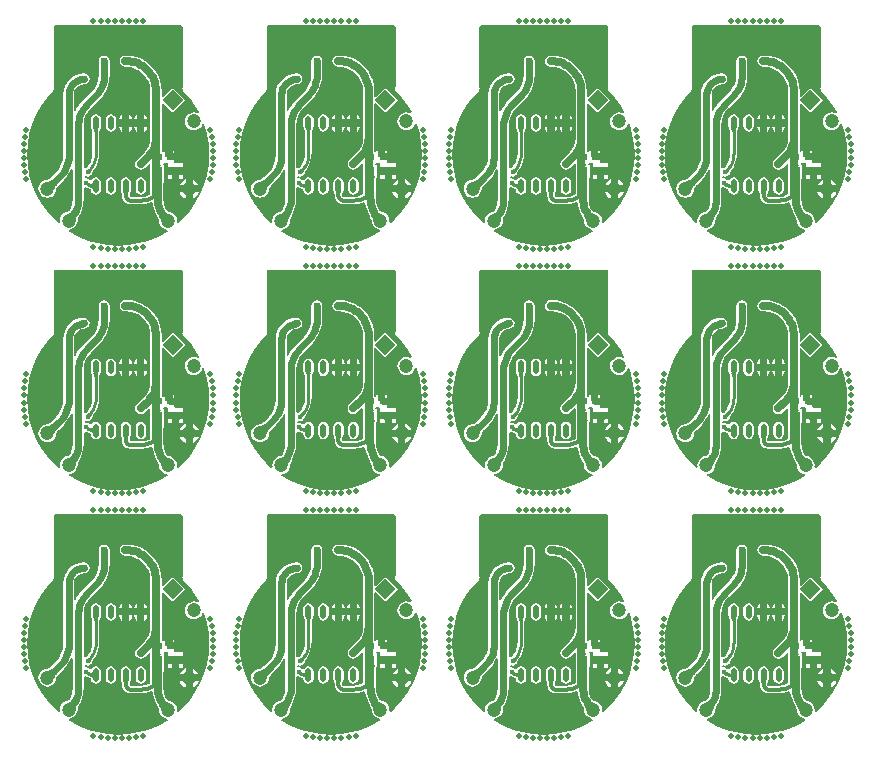
<source format=gbl>
G04*
G04 #@! TF.GenerationSoftware,Altium Limited,Altium Designer,20.1.11 (218)*
G04*
G04 Layer_Physical_Order=2*
G04 Layer_Color=16711680*
%FSLAX25Y25*%
%MOIN*%
G70*
G04*
G04 #@! TF.SameCoordinates,4A8DF08C-7CCE-415C-BD08-992622932B33*
G04*
G04*
G04 #@! TF.FilePolarity,Positive*
G04*
G01*
G75*
%ADD10C,0.01000*%
%ADD11C,0.02500*%
%ADD12C,0.02400*%
%ADD15R,0.01575X0.01968*%
%ADD16R,0.03150X0.03150*%
%ADD23C,0.01968*%
%ADD24C,0.04724*%
%ADD25P,0.06681X4X270.0*%
%ADD26C,0.02400*%
%ADD27C,0.02500*%
%ADD28C,0.01772*%
%ADD29C,0.01200*%
%ADD30O,0.02165X0.04528*%
G36*
X127694Y124422D02*
X127853Y124037D01*
X127849Y124016D01*
Y104025D01*
X127790Y103938D01*
X127705Y103508D01*
X127790Y103079D01*
X128026Y102726D01*
X128025Y102726D01*
X130062Y100446D01*
X132034Y97667D01*
X133209Y95541D01*
X132841Y95173D01*
X132262Y95413D01*
X131488Y95515D01*
X130715Y95413D01*
X129994Y95115D01*
X129376Y94640D01*
X128901Y94021D01*
X128602Y93301D01*
X128500Y92528D01*
X128602Y91754D01*
X128901Y91034D01*
X129376Y90415D01*
X129994Y89940D01*
X130715Y89641D01*
X131488Y89540D01*
X132262Y89641D01*
X132982Y89940D01*
X133601Y90415D01*
X134076Y91034D01*
X134365Y91731D01*
X134441Y91759D01*
X134883Y91787D01*
X134987Y91535D01*
X135931Y88259D01*
X136502Y84899D01*
X136689Y81572D01*
X136674Y81496D01*
X136689Y81420D01*
X136502Y78093D01*
X135931Y74733D01*
X134987Y71458D01*
X133683Y68309D01*
X132034Y65325D01*
X130062Y62546D01*
X127791Y60004D01*
X126201Y58583D01*
X125743Y58845D01*
X125822Y59449D01*
X125721Y60222D01*
X125422Y60943D01*
X124947Y61562D01*
X124328Y62036D01*
X123608Y62335D01*
X123151Y62395D01*
X123055Y62451D01*
X122964Y62463D01*
X122920Y62476D01*
X122867Y62501D01*
X122804Y62541D01*
X122730Y62602D01*
X122647Y62686D01*
X122556Y62795D01*
X122461Y62929D01*
X122363Y63090D01*
X122255Y63290D01*
X122252Y63292D01*
X121969Y63823D01*
X121505Y65350D01*
X121357Y66852D01*
X121374Y66937D01*
Y71877D01*
X121388Y71907D01*
X121415Y73162D01*
X121462Y73720D01*
X121475Y73809D01*
X121663D01*
Y74331D01*
X121700Y74422D01*
X121681Y74467D01*
X121694Y74515D01*
X121663Y74567D01*
Y77402D01*
X121694Y77453D01*
X121681Y77501D01*
X121700Y77547D01*
X121663Y77637D01*
Y78159D01*
X121196D01*
X121145Y78190D01*
X121108Y78195D01*
X121430Y78724D01*
X121441Y78724D01*
Y78724D01*
X122387D01*
X122819Y78559D01*
X122819Y78224D01*
Y77184D01*
X125394D01*
X127969D01*
Y78559D01*
X125447D01*
X125016Y78724D01*
X125016Y79059D01*
Y79509D01*
X123228D01*
Y80709D01*
X122028D01*
Y82693D01*
X121441D01*
Y82293D01*
X120784D01*
Y87008D01*
Y98389D01*
X121246Y98581D01*
X124417Y95409D01*
X128606Y99598D01*
X124417Y103788D01*
X121246Y100616D01*
X120784Y100808D01*
Y102598D01*
X120784D01*
X120638Y104458D01*
X120203Y106272D01*
X119489Y107995D01*
X118514Y109585D01*
X117303Y111003D01*
X115884Y112215D01*
X114294Y113189D01*
X112571Y113903D01*
X110757Y114339D01*
X108898Y114485D01*
Y114485D01*
X108661D01*
X107940Y114341D01*
X107328Y113932D01*
X106919Y113320D01*
X106775Y112598D01*
X106919Y111877D01*
X107328Y111265D01*
X107940Y110856D01*
X108661Y110712D01*
X108898D01*
X108983Y110729D01*
X110485Y110581D01*
X112012Y110118D01*
X113419Y109366D01*
X114653Y108354D01*
X115665Y107120D01*
X116417Y105713D01*
X116880Y104186D01*
X117028Y102684D01*
X117011Y102598D01*
Y86821D01*
X116901Y85703D01*
X116521Y84449D01*
X115903Y83293D01*
X115111Y82328D01*
X115058Y82293D01*
X112446Y79680D01*
X112037Y79068D01*
X111893Y78347D01*
X112037Y77625D01*
X112446Y77013D01*
X113058Y76604D01*
X113779Y76460D01*
X114501Y76604D01*
X115113Y77013D01*
X116550Y78449D01*
X117011Y78258D01*
Y72076D01*
X117002Y71993D01*
X117011Y71961D01*
Y71953D01*
X116998Y71921D01*
X117011Y71890D01*
Y68504D01*
X117065Y68233D01*
X116406Y67880D01*
X115121Y67490D01*
X113807Y67361D01*
X113785Y67365D01*
X110419D01*
X110399Y67382D01*
X110050Y67788D01*
X110052Y67889D01*
X110057Y67996D01*
X110061Y68068D01*
X110096Y68381D01*
X110118Y68500D01*
X110145Y68607D01*
X110173Y68696D01*
X110202Y68765D01*
X110228Y68814D01*
X110272Y68880D01*
X110296Y68995D01*
X110384Y69127D01*
X110515Y69784D01*
Y72146D01*
X110384Y72802D01*
X110012Y73359D01*
X109456Y73731D01*
X108799Y73861D01*
X108143Y73731D01*
X107586Y73359D01*
X107214Y72802D01*
X107084Y72146D01*
Y69784D01*
X107214Y69127D01*
X107302Y68995D01*
X107326Y68880D01*
X107370Y68814D01*
X107396Y68765D01*
X107425Y68696D01*
X107451Y68617D01*
X107505Y68364D01*
X107523Y68236D01*
X107547Y67883D01*
X107550Y67684D01*
X107576Y67624D01*
Y67579D01*
X107578Y67567D01*
X107667Y66890D01*
X107933Y66249D01*
X108355Y65698D01*
X108906Y65275D01*
X109548Y65010D01*
X110225Y64921D01*
X110236Y64918D01*
X113785D01*
Y64897D01*
X115602Y65076D01*
X117208Y65563D01*
X117729Y65320D01*
X117748Y65078D01*
X118183Y63264D01*
X118897Y61541D01*
X119193Y61059D01*
X119206Y60948D01*
X119463Y60491D01*
X119650Y60123D01*
X119774Y59836D01*
X119807Y59742D01*
X119825Y59676D01*
X119829Y59652D01*
X119830Y59615D01*
X119860Y59548D01*
X119847Y59449D01*
X119949Y58675D01*
X120247Y57955D01*
X120722Y57336D01*
X121341Y56861D01*
X122061Y56563D01*
X122630Y56488D01*
X122760Y55967D01*
X122470Y55761D01*
X119487Y54112D01*
X116338Y52808D01*
X113063Y51864D01*
X109702Y51293D01*
X106375Y51107D01*
X106299Y51122D01*
X106223Y51107D01*
X102896Y51293D01*
X99536Y51864D01*
X96261Y52808D01*
X93112Y54112D01*
X90129Y55761D01*
X89839Y55967D01*
X89968Y56488D01*
X90537Y56563D01*
X91258Y56861D01*
X91876Y57336D01*
X92351Y57955D01*
X92650Y58675D01*
X92751Y59449D01*
X92730Y59609D01*
X92764Y59693D01*
X92763Y59749D01*
X92768Y59791D01*
X92784Y59868D01*
X92815Y59976D01*
X92856Y60093D01*
X93209Y60865D01*
X93331Y61093D01*
X93338Y61168D01*
X93460Y61367D01*
X94171Y63083D01*
X94604Y64889D01*
X94750Y66741D01*
X94749D01*
Y70320D01*
X95249Y70616D01*
X95649Y70536D01*
X96001Y70385D01*
X96079Y70345D01*
X96188Y70337D01*
X96439Y70233D01*
X96554Y70135D01*
X96722Y70081D01*
X96851Y70031D01*
X96954Y69983D01*
X97030Y69940D01*
X97078Y69906D01*
X97084Y69901D01*
Y69784D01*
X97214Y69127D01*
X97586Y68570D01*
X98143Y68198D01*
X98799Y68068D01*
X99456Y68198D01*
X100012Y68570D01*
X100384Y69127D01*
X100515Y69784D01*
Y72146D01*
X100384Y72802D01*
X100012Y73359D01*
X99456Y73731D01*
X98799Y73861D01*
X98143Y73731D01*
X97586Y73359D01*
X97384Y73056D01*
X96791Y73043D01*
X96741Y73119D01*
X96249Y73447D01*
X95669Y73562D01*
X95427Y73514D01*
X94981Y73855D01*
X94982Y73924D01*
X95483Y74191D01*
X96063Y74076D01*
X96643Y74191D01*
X97134Y74519D01*
X97463Y75011D01*
X97555Y75473D01*
X97564Y75482D01*
X97566Y75487D01*
X97569Y75490D01*
X97575Y75507D01*
X97577Y75511D01*
X97581Y75518D01*
X97730Y75743D01*
X97780Y75809D01*
X97800Y75886D01*
X97931Y76040D01*
X98790Y77441D01*
X99419Y78960D01*
X99803Y80558D01*
X99932Y82196D01*
X99921D01*
Y88815D01*
X99948Y88878D01*
X99952Y89026D01*
X99962Y89150D01*
X99979Y89266D01*
X100001Y89376D01*
X100029Y89478D01*
X100062Y89575D01*
X100101Y89665D01*
X100145Y89751D01*
X100195Y89833D01*
X100264Y89930D01*
X100291Y90051D01*
X100384Y90190D01*
X100515Y90847D01*
Y93209D01*
X100384Y93865D01*
X100012Y94422D01*
X99456Y94794D01*
X98799Y94924D01*
X98143Y94794D01*
X97586Y94422D01*
X97214Y93865D01*
X97084Y93209D01*
Y90847D01*
X97214Y90190D01*
X97307Y90051D01*
X97335Y89930D01*
X97404Y89833D01*
X97453Y89751D01*
X97497Y89665D01*
X97536Y89575D01*
X97570Y89478D01*
X97597Y89376D01*
X97620Y89266D01*
X97636Y89150D01*
X97646Y89026D01*
X97650Y88878D01*
X97678Y88815D01*
Y82196D01*
X97685Y82159D01*
X97531Y80590D01*
X97062Y79046D01*
X96302Y77623D01*
X96060Y77329D01*
X96047Y77323D01*
X96040Y77305D01*
X96028Y77290D01*
X96011Y77280D01*
X95963Y77219D01*
X95879Y77122D01*
X95856Y77099D01*
X95839Y77084D01*
X95838Y77083D01*
X95832Y77081D01*
X95829Y77077D01*
X95812Y77066D01*
X95803Y77054D01*
X95483Y76990D01*
X95249Y76833D01*
X94749Y77101D01*
Y91133D01*
X94732Y91216D01*
X94881Y92731D01*
X95347Y94267D01*
X96104Y95683D01*
X97070Y96860D01*
X97140Y96907D01*
X99944Y99710D01*
X99945Y99709D01*
X100117Y99888D01*
X100142Y99926D01*
X100142Y99926D01*
X100188Y99995D01*
X100260Y100079D01*
X100261Y100080D01*
X101151Y101122D01*
X102121Y102706D01*
X102832Y104421D01*
X103266Y106228D01*
X103411Y108079D01*
X103410D01*
Y112598D01*
X103270Y113301D01*
X102873Y113896D01*
X102277Y114294D01*
X101575Y114434D01*
X100873Y114294D01*
X100277Y113896D01*
X99879Y113301D01*
X99739Y112598D01*
Y108079D01*
X99756Y107996D01*
X99607Y106482D01*
X99141Y104945D01*
X98384Y103529D01*
X97531Y102490D01*
X97521Y102483D01*
X97502Y102455D01*
X97418Y102353D01*
X97348Y102306D01*
X94545Y99502D01*
X94544Y99503D01*
X93338Y98091D01*
X92367Y96507D01*
X92099Y95860D01*
X91599Y95960D01*
Y101575D01*
X91591Y101616D01*
X91698Y102428D01*
X92027Y103223D01*
X92551Y103906D01*
X93234Y104429D01*
X94029Y104759D01*
X94841Y104866D01*
X94882Y104858D01*
X95584Y104997D01*
X96180Y105395D01*
X96577Y105991D01*
X96717Y106693D01*
X96577Y107395D01*
X96180Y107991D01*
X95584Y108388D01*
X94882Y108528D01*
X94864Y108525D01*
X93526Y108393D01*
X92222Y107997D01*
X91020Y107355D01*
X89966Y106490D01*
X89102Y105437D01*
X88459Y104235D01*
X88064Y102931D01*
X87932Y101593D01*
X87928Y101575D01*
Y81308D01*
X87945Y81225D01*
X87796Y79710D01*
X87330Y78174D01*
X86573Y76758D01*
X85607Y75581D01*
X85537Y75534D01*
X83859Y73856D01*
X83828Y73844D01*
X83482Y73523D01*
X83340Y73407D01*
X83204Y73308D01*
X83081Y73229D01*
X82972Y73170D01*
X82879Y73130D01*
X82804Y73106D01*
X82747Y73094D01*
X82660Y73089D01*
X82591Y73055D01*
X81904Y72965D01*
X81183Y72666D01*
X80564Y72191D01*
X80090Y71573D01*
X79791Y70852D01*
X79689Y70079D01*
X79791Y69305D01*
X80090Y68585D01*
X80564Y67966D01*
X81183Y67491D01*
X81904Y67193D01*
X82677Y67091D01*
X83451Y67193D01*
X84171Y67491D01*
X84790Y67966D01*
X85265Y68585D01*
X85563Y69305D01*
X85654Y69993D01*
X85687Y70062D01*
X85693Y70149D01*
X85704Y70205D01*
X85728Y70280D01*
X85769Y70373D01*
X85828Y70482D01*
X85907Y70605D01*
X86001Y70735D01*
X86270Y71051D01*
X86434Y71220D01*
X86447Y71253D01*
X88133Y72939D01*
X88133Y72939D01*
X88133Y72938D01*
X89340Y74350D01*
X90310Y75934D01*
X90578Y76581D01*
X91078Y76481D01*
Y66741D01*
X91095Y66658D01*
X90946Y65143D01*
X90479Y63607D01*
X90324Y63316D01*
X90300Y63296D01*
X90200Y63096D01*
X90108Y62938D01*
X90017Y62805D01*
X89930Y62697D01*
X89848Y62613D01*
X89772Y62551D01*
X89704Y62508D01*
X89643Y62479D01*
X89585Y62462D01*
X89480Y62446D01*
X89381Y62386D01*
X88990Y62335D01*
X88270Y62036D01*
X87651Y61562D01*
X87176Y60943D01*
X86878Y60222D01*
X86776Y59449D01*
X86856Y58845D01*
X86398Y58583D01*
X84807Y60004D01*
X82536Y62546D01*
X80564Y65325D01*
X78915Y68309D01*
X77611Y71458D01*
X76667Y74733D01*
X76096Y78093D01*
X75910Y81420D01*
X75925Y81496D01*
X75910Y81572D01*
X76096Y84899D01*
X76667Y88259D01*
X77611Y91535D01*
X78915Y94683D01*
X80564Y97667D01*
X82536Y100446D01*
X84324Y102446D01*
X84656Y102810D01*
X84895Y103167D01*
X84903Y103209D01*
X84980Y103596D01*
X84894Y104025D01*
X84871Y104060D01*
Y124016D01*
X84867Y124037D01*
X85027Y124422D01*
X85412Y124582D01*
X85433Y124577D01*
X127287D01*
X127309Y124582D01*
X127694Y124422D01*
D02*
G37*
G36*
X56827D02*
X56987Y124037D01*
X56983Y124016D01*
Y104025D01*
X56924Y103938D01*
X56838Y103508D01*
X56924Y103079D01*
X57160Y102726D01*
X57159Y102726D01*
X59196Y100446D01*
X61168Y97667D01*
X62343Y95541D01*
X61975Y95173D01*
X61395Y95413D01*
X60622Y95515D01*
X59849Y95413D01*
X59128Y95115D01*
X58509Y94640D01*
X58035Y94021D01*
X57736Y93301D01*
X57634Y92528D01*
X57736Y91754D01*
X58035Y91034D01*
X58509Y90415D01*
X59128Y89940D01*
X59849Y89641D01*
X60622Y89540D01*
X61395Y89641D01*
X62116Y89940D01*
X62735Y90415D01*
X63210Y91034D01*
X63499Y91731D01*
X63575Y91759D01*
X64017Y91787D01*
X64121Y91535D01*
X65065Y88259D01*
X65636Y84899D01*
X65823Y81572D01*
X65808Y81496D01*
X65823Y81420D01*
X65636Y78093D01*
X65065Y74733D01*
X64121Y71458D01*
X62817Y68309D01*
X61168Y65325D01*
X59196Y62546D01*
X56925Y60004D01*
X55335Y58583D01*
X54877Y58845D01*
X54956Y59449D01*
X54854Y60222D01*
X54556Y60943D01*
X54081Y61562D01*
X53462Y62036D01*
X52742Y62335D01*
X52285Y62395D01*
X52189Y62451D01*
X52098Y62463D01*
X52054Y62476D01*
X52001Y62501D01*
X51938Y62541D01*
X51864Y62602D01*
X51780Y62686D01*
X51690Y62795D01*
X51595Y62929D01*
X51497Y63090D01*
X51389Y63290D01*
X51386Y63292D01*
X51102Y63823D01*
X50639Y65350D01*
X50491Y66852D01*
X50508Y66937D01*
Y71877D01*
X50521Y71907D01*
X50549Y73162D01*
X50596Y73720D01*
X50609Y73809D01*
X50797D01*
Y74331D01*
X50834Y74422D01*
X50815Y74467D01*
X50827Y74515D01*
X50797Y74567D01*
Y77402D01*
X50827Y77453D01*
X50815Y77501D01*
X50834Y77547D01*
X50797Y77637D01*
Y78159D01*
X50330D01*
X50278Y78190D01*
X50242Y78195D01*
X50564Y78724D01*
X50575Y78724D01*
Y78724D01*
X51521D01*
X51953Y78559D01*
X51953Y78224D01*
Y77184D01*
X54528D01*
X57102D01*
Y78559D01*
X54581D01*
X54150Y78724D01*
X54150Y79059D01*
Y79509D01*
X52362D01*
Y80709D01*
X51162D01*
Y82693D01*
X50575D01*
Y82293D01*
X49918D01*
Y87008D01*
Y98389D01*
X50380Y98581D01*
X53551Y95409D01*
X57740Y99598D01*
X53551Y103788D01*
X50380Y100616D01*
X49918Y100808D01*
Y102598D01*
X49918D01*
X49772Y104458D01*
X49336Y106272D01*
X48623Y107995D01*
X47648Y109585D01*
X46437Y111003D01*
X45018Y112215D01*
X43428Y113189D01*
X41705Y113903D01*
X39891Y114339D01*
X38032Y114485D01*
Y114485D01*
X37795D01*
X37073Y114341D01*
X36461Y113932D01*
X36053Y113320D01*
X35909Y112598D01*
X36053Y111877D01*
X36461Y111265D01*
X37073Y110856D01*
X37795Y110712D01*
X38032D01*
X38117Y110729D01*
X39619Y110581D01*
X41146Y110118D01*
X42553Y109366D01*
X43787Y108354D01*
X44799Y107120D01*
X45551Y105713D01*
X46014Y104186D01*
X46162Y102684D01*
X46145Y102598D01*
Y86821D01*
X46035Y85703D01*
X45655Y84449D01*
X45037Y83293D01*
X44245Y82328D01*
X44192Y82293D01*
X41580Y79680D01*
X41171Y79068D01*
X41027Y78347D01*
X41171Y77625D01*
X41580Y77013D01*
X42191Y76604D01*
X42913Y76460D01*
X43635Y76604D01*
X44247Y77013D01*
X45683Y78449D01*
X46145Y78258D01*
Y72076D01*
X46136Y71993D01*
X46145Y71961D01*
Y71953D01*
X46132Y71921D01*
X46145Y71890D01*
Y68504D01*
X46199Y68233D01*
X45540Y67880D01*
X44255Y67490D01*
X42941Y67361D01*
X42919Y67365D01*
X39553D01*
X39533Y67382D01*
X39184Y67788D01*
X39186Y67889D01*
X39191Y67996D01*
X39195Y68068D01*
X39230Y68381D01*
X39252Y68500D01*
X39279Y68607D01*
X39307Y68696D01*
X39336Y68765D01*
X39362Y68814D01*
X39406Y68880D01*
X39430Y68995D01*
X39518Y69127D01*
X39649Y69784D01*
Y72146D01*
X39518Y72802D01*
X39146Y73359D01*
X38590Y73731D01*
X37933Y73861D01*
X37277Y73731D01*
X36720Y73359D01*
X36348Y72802D01*
X36217Y72146D01*
Y69784D01*
X36348Y69127D01*
X36436Y68995D01*
X36460Y68880D01*
X36504Y68814D01*
X36530Y68765D01*
X36559Y68696D01*
X36584Y68617D01*
X36639Y68364D01*
X36656Y68236D01*
X36681Y67883D01*
X36684Y67684D01*
X36710Y67624D01*
Y67579D01*
X36712Y67567D01*
X36801Y66890D01*
X37067Y66249D01*
X37489Y65698D01*
X38040Y65275D01*
X38682Y65010D01*
X39359Y64921D01*
X39370Y64918D01*
X42919D01*
Y64897D01*
X44735Y65076D01*
X46342Y65563D01*
X46863Y65320D01*
X46882Y65078D01*
X47317Y63264D01*
X48031Y61541D01*
X48326Y61059D01*
X48340Y60948D01*
X48597Y60491D01*
X48784Y60123D01*
X48908Y59836D01*
X48941Y59742D01*
X48959Y59676D01*
X48963Y59652D01*
X48964Y59615D01*
X48994Y59548D01*
X48981Y59449D01*
X49082Y58675D01*
X49381Y57955D01*
X49856Y57336D01*
X50475Y56861D01*
X51195Y56563D01*
X51764Y56488D01*
X51894Y55967D01*
X51604Y55761D01*
X48621Y54112D01*
X45472Y52808D01*
X42196Y51864D01*
X38836Y51293D01*
X35509Y51107D01*
X35433Y51122D01*
X35357Y51107D01*
X32030Y51293D01*
X28670Y51864D01*
X25395Y52808D01*
X22246Y54112D01*
X19263Y55761D01*
X18972Y55967D01*
X19102Y56488D01*
X19671Y56563D01*
X20391Y56861D01*
X21010Y57336D01*
X21485Y57955D01*
X21784Y58675D01*
X21885Y59449D01*
X21864Y59609D01*
X21898Y59693D01*
X21897Y59749D01*
X21901Y59791D01*
X21918Y59868D01*
X21949Y59976D01*
X21990Y60093D01*
X22343Y60865D01*
X22464Y61093D01*
X22471Y61168D01*
X22594Y61367D01*
X23304Y63083D01*
X23738Y64889D01*
X23884Y66741D01*
X23882D01*
Y70320D01*
X24383Y70616D01*
X24783Y70536D01*
X25135Y70385D01*
X25213Y70345D01*
X25322Y70337D01*
X25572Y70233D01*
X25688Y70135D01*
X25856Y70081D01*
X25985Y70031D01*
X26088Y69983D01*
X26164Y69940D01*
X26212Y69906D01*
X26217Y69901D01*
Y69784D01*
X26348Y69127D01*
X26720Y68570D01*
X27277Y68198D01*
X27933Y68068D01*
X28590Y68198D01*
X29146Y68570D01*
X29518Y69127D01*
X29649Y69784D01*
Y72146D01*
X29518Y72802D01*
X29146Y73359D01*
X28590Y73731D01*
X27933Y73861D01*
X27277Y73731D01*
X26720Y73359D01*
X26518Y73056D01*
X25925Y73043D01*
X25874Y73119D01*
X25383Y73447D01*
X24803Y73562D01*
X24561Y73514D01*
X24115Y73855D01*
X24116Y73924D01*
X24617Y74191D01*
X25197Y74076D01*
X25777Y74191D01*
X26268Y74519D01*
X26597Y75011D01*
X26689Y75473D01*
X26698Y75482D01*
X26700Y75487D01*
X26703Y75490D01*
X26709Y75507D01*
X26711Y75511D01*
X26714Y75518D01*
X26864Y75743D01*
X26914Y75809D01*
X26934Y75886D01*
X27065Y76040D01*
X27924Y77441D01*
X28553Y78960D01*
X28936Y80558D01*
X29065Y82196D01*
X29055D01*
Y88815D01*
X29082Y88878D01*
X29086Y89026D01*
X29096Y89150D01*
X29113Y89266D01*
X29135Y89376D01*
X29163Y89478D01*
X29196Y89575D01*
X29235Y89665D01*
X29279Y89751D01*
X29328Y89833D01*
X29397Y89930D01*
X29425Y90051D01*
X29518Y90190D01*
X29649Y90847D01*
Y93209D01*
X29518Y93865D01*
X29146Y94422D01*
X28590Y94794D01*
X27933Y94924D01*
X27277Y94794D01*
X26720Y94422D01*
X26348Y93865D01*
X26217Y93209D01*
Y90847D01*
X26348Y90190D01*
X26441Y90051D01*
X26469Y89930D01*
X26538Y89833D01*
X26587Y89751D01*
X26631Y89665D01*
X26670Y89575D01*
X26703Y89478D01*
X26731Y89376D01*
X26754Y89266D01*
X26770Y89150D01*
X26780Y89026D01*
X26784Y88878D01*
X26812Y88815D01*
Y82196D01*
X26819Y82159D01*
X26665Y80590D01*
X26196Y79046D01*
X25435Y77623D01*
X25194Y77329D01*
X25181Y77323D01*
X25174Y77305D01*
X25162Y77290D01*
X25145Y77280D01*
X25097Y77219D01*
X25012Y77122D01*
X24990Y77099D01*
X24972Y77084D01*
X24972Y77083D01*
X24966Y77081D01*
X24963Y77077D01*
X24946Y77066D01*
X24937Y77054D01*
X24617Y76990D01*
X24383Y76833D01*
X23882Y77101D01*
Y91133D01*
X23866Y91216D01*
X24015Y92731D01*
X24481Y94267D01*
X25238Y95683D01*
X26204Y96860D01*
X26274Y96907D01*
X29077Y99710D01*
X29078Y99709D01*
X29250Y99888D01*
X29276Y99926D01*
X29276Y99926D01*
X29322Y99995D01*
X29394Y100079D01*
X29395Y100080D01*
X30285Y101122D01*
X31255Y102706D01*
X31966Y104421D01*
X32399Y106228D01*
X32545Y108079D01*
X32544D01*
Y112598D01*
X32404Y113301D01*
X32006Y113896D01*
X31411Y114294D01*
X30709Y114434D01*
X30006Y114294D01*
X29411Y113896D01*
X29013Y113301D01*
X28873Y112598D01*
Y108079D01*
X28890Y107996D01*
X28741Y106482D01*
X28275Y104945D01*
X27518Y103529D01*
X26665Y102490D01*
X26655Y102483D01*
X26636Y102455D01*
X26552Y102353D01*
X26482Y102306D01*
X23678Y99502D01*
X23678Y99503D01*
X22471Y98091D01*
X21501Y96507D01*
X21233Y95860D01*
X20733Y95960D01*
Y101575D01*
X20725Y101616D01*
X20832Y102428D01*
X21161Y103223D01*
X21685Y103906D01*
X22368Y104429D01*
X23163Y104759D01*
X23975Y104866D01*
X24016Y104858D01*
X24718Y104997D01*
X25313Y105395D01*
X25711Y105991D01*
X25851Y106693D01*
X25711Y107395D01*
X25313Y107991D01*
X24718Y108388D01*
X24016Y108528D01*
X23998Y108525D01*
X22660Y108393D01*
X21355Y107997D01*
X20154Y107355D01*
X19100Y106490D01*
X18236Y105437D01*
X17593Y104235D01*
X17198Y102931D01*
X17066Y101593D01*
X17062Y101575D01*
Y81308D01*
X17079Y81225D01*
X16930Y79710D01*
X16464Y78174D01*
X15707Y76758D01*
X14741Y75581D01*
X14671Y75534D01*
X12992Y73856D01*
X12961Y73844D01*
X12616Y73523D01*
X12474Y73407D01*
X12338Y73308D01*
X12214Y73229D01*
X12105Y73170D01*
X12013Y73130D01*
X11937Y73106D01*
X11881Y73094D01*
X11794Y73089D01*
X11725Y73055D01*
X11038Y72965D01*
X10317Y72666D01*
X9698Y72191D01*
X9223Y71573D01*
X8925Y70852D01*
X8823Y70079D01*
X8925Y69305D01*
X9223Y68585D01*
X9698Y67966D01*
X10317Y67491D01*
X11038Y67193D01*
X11811Y67091D01*
X12584Y67193D01*
X13305Y67491D01*
X13924Y67966D01*
X14399Y68585D01*
X14697Y69305D01*
X14787Y69993D01*
X14821Y70062D01*
X14827Y70149D01*
X14838Y70205D01*
X14862Y70280D01*
X14903Y70373D01*
X14962Y70482D01*
X15040Y70605D01*
X15135Y70735D01*
X15404Y71051D01*
X15568Y71220D01*
X15581Y71253D01*
X17266Y72939D01*
X17266Y72939D01*
X17267Y72938D01*
X18474Y74350D01*
X19444Y75934D01*
X19712Y76581D01*
X20212Y76481D01*
Y66741D01*
X20229Y66658D01*
X20079Y65143D01*
X19613Y63607D01*
X19458Y63316D01*
X19434Y63296D01*
X19334Y63096D01*
X19242Y62938D01*
X19151Y62805D01*
X19064Y62697D01*
X18982Y62613D01*
X18906Y62551D01*
X18838Y62508D01*
X18777Y62479D01*
X18719Y62462D01*
X18613Y62446D01*
X18515Y62386D01*
X18124Y62335D01*
X17404Y62036D01*
X16785Y61562D01*
X16310Y60943D01*
X16012Y60222D01*
X15910Y59449D01*
X15989Y58845D01*
X15532Y58583D01*
X13941Y60004D01*
X11670Y62546D01*
X9698Y65325D01*
X8049Y68309D01*
X6745Y71458D01*
X5801Y74733D01*
X5230Y78093D01*
X5043Y81420D01*
X5059Y81496D01*
X5043Y81572D01*
X5230Y84899D01*
X5801Y88259D01*
X6745Y91535D01*
X8049Y94683D01*
X9698Y97667D01*
X11670Y100446D01*
X13458Y102446D01*
X13790Y102810D01*
X14028Y103167D01*
X14037Y103209D01*
X14114Y103596D01*
X14028Y104025D01*
X14005Y104060D01*
Y124016D01*
X14001Y124037D01*
X14160Y124422D01*
X14545Y124582D01*
X14567Y124577D01*
X56421D01*
X56442Y124582D01*
X56827Y124422D01*
D02*
G37*
G36*
X-14039D02*
X-13879Y124037D01*
X-13884Y124016D01*
Y104025D01*
X-13942Y103938D01*
X-14028Y103508D01*
X-13942Y103079D01*
X-13707Y102726D01*
X-13707Y102726D01*
X-11670Y100446D01*
X-9698Y97667D01*
X-8523Y95541D01*
X-8891Y95173D01*
X-9471Y95413D01*
X-10244Y95515D01*
X-11017Y95413D01*
X-11738Y95115D01*
X-12357Y94640D01*
X-12832Y94021D01*
X-13130Y93301D01*
X-13232Y92528D01*
X-13130Y91754D01*
X-12832Y91034D01*
X-12357Y90415D01*
X-11738Y89940D01*
X-11017Y89641D01*
X-10244Y89540D01*
X-9471Y89641D01*
X-8750Y89940D01*
X-8131Y90415D01*
X-7656Y91034D01*
X-7367Y91731D01*
X-7292Y91759D01*
X-6849Y91787D01*
X-6745Y91535D01*
X-5801Y88259D01*
X-5230Y84899D01*
X-5043Y81572D01*
X-5059Y81496D01*
X-5043Y81420D01*
X-5230Y78093D01*
X-5801Y74733D01*
X-6745Y71458D01*
X-8049Y68309D01*
X-9698Y65325D01*
X-11670Y62546D01*
X-13941Y60004D01*
X-15532Y58583D01*
X-15989Y58845D01*
X-15910Y59449D01*
X-16012Y60222D01*
X-16310Y60943D01*
X-16785Y61562D01*
X-17404Y62036D01*
X-18124Y62335D01*
X-18581Y62395D01*
X-18677Y62451D01*
X-18768Y62463D01*
X-18812Y62476D01*
X-18865Y62501D01*
X-18928Y62541D01*
X-19003Y62602D01*
X-19086Y62686D01*
X-19176Y62795D01*
X-19271Y62929D01*
X-19370Y63090D01*
X-19477Y63290D01*
X-19480Y63292D01*
X-19764Y63823D01*
X-20227Y65350D01*
X-20375Y66852D01*
X-20358Y66937D01*
Y71877D01*
X-20345Y71907D01*
X-20317Y73162D01*
X-20271Y73720D01*
X-20257Y73809D01*
X-20069D01*
Y74331D01*
X-20032Y74422D01*
X-20051Y74467D01*
X-20039Y74515D01*
X-20069Y74567D01*
Y77402D01*
X-20039Y77453D01*
X-20051Y77501D01*
X-20032Y77547D01*
X-20069Y77637D01*
Y78159D01*
X-20536D01*
X-20588Y78190D01*
X-20624Y78195D01*
X-20302Y78724D01*
X-20291Y78724D01*
Y78724D01*
X-19345D01*
X-18913Y78559D01*
X-18913Y78224D01*
Y77184D01*
X-16339D01*
X-13764D01*
Y78559D01*
X-16285D01*
X-16716Y78724D01*
X-16716Y79059D01*
Y79509D01*
X-18504D01*
Y80709D01*
X-19704D01*
Y82693D01*
X-20291D01*
Y82293D01*
X-20948D01*
Y87008D01*
Y98389D01*
X-20486Y98581D01*
X-17315Y95409D01*
X-13126Y99598D01*
X-17315Y103788D01*
X-20486Y100616D01*
X-20948Y100808D01*
Y102598D01*
X-20948D01*
X-21094Y104458D01*
X-21530Y106272D01*
X-22244Y107995D01*
X-23218Y109585D01*
X-24430Y111003D01*
X-25848Y112215D01*
X-27438Y113189D01*
X-29162Y113903D01*
X-30975Y114339D01*
X-32835Y114485D01*
Y114485D01*
X-33071D01*
X-33793Y114341D01*
X-34405Y113932D01*
X-34813Y113320D01*
X-34957Y112598D01*
X-34813Y111877D01*
X-34405Y111265D01*
X-33793Y110856D01*
X-33071Y110712D01*
X-32835D01*
X-32749Y110729D01*
X-31247Y110581D01*
X-29720Y110118D01*
X-28313Y109366D01*
X-27079Y108354D01*
X-26067Y107120D01*
X-25315Y105713D01*
X-24852Y104186D01*
X-24704Y102684D01*
X-24721Y102598D01*
Y86821D01*
X-24831Y85703D01*
X-25211Y84449D01*
X-25829Y83293D01*
X-26621Y82328D01*
X-26674Y82293D01*
X-29287Y79680D01*
X-29695Y79068D01*
X-29839Y78347D01*
X-29695Y77625D01*
X-29287Y77013D01*
X-28675Y76604D01*
X-27953Y76460D01*
X-27231Y76604D01*
X-26619Y77013D01*
X-25183Y78449D01*
X-24721Y78258D01*
Y72076D01*
X-24730Y71993D01*
X-24721Y71961D01*
Y71953D01*
X-24734Y71921D01*
X-24721Y71890D01*
Y68504D01*
X-24667Y68233D01*
X-25326Y67880D01*
X-26611Y67490D01*
X-27925Y67361D01*
X-27947Y67365D01*
X-31313D01*
X-31333Y67382D01*
X-31682Y67788D01*
X-31681Y67889D01*
X-31675Y67996D01*
X-31671Y68068D01*
X-31637Y68381D01*
X-31614Y68500D01*
X-31588Y68607D01*
X-31559Y68696D01*
X-31530Y68765D01*
X-31504Y68814D01*
X-31460Y68880D01*
X-31436Y68995D01*
X-31348Y69127D01*
X-31217Y69784D01*
Y72146D01*
X-31348Y72802D01*
X-31720Y73359D01*
X-32276Y73731D01*
X-32933Y73861D01*
X-33590Y73731D01*
X-34146Y73359D01*
X-34518Y72802D01*
X-34649Y72146D01*
Y69784D01*
X-34518Y69127D01*
X-34430Y68995D01*
X-34406Y68880D01*
X-34362Y68814D01*
X-34336Y68765D01*
X-34307Y68696D01*
X-34282Y68617D01*
X-34227Y68364D01*
X-34210Y68236D01*
X-34185Y67883D01*
X-34182Y67684D01*
X-34157Y67624D01*
Y67579D01*
X-34154Y67567D01*
X-34065Y66890D01*
X-33799Y66249D01*
X-33377Y65698D01*
X-32826Y65275D01*
X-32184Y65010D01*
X-31507Y64921D01*
X-31496Y64918D01*
X-27947D01*
Y64897D01*
X-26131Y65076D01*
X-24524Y65563D01*
X-24003Y65320D01*
X-23984Y65078D01*
X-23549Y63264D01*
X-22835Y61541D01*
X-22540Y61059D01*
X-22526Y60948D01*
X-22269Y60491D01*
X-22082Y60123D01*
X-21958Y59836D01*
X-21925Y59742D01*
X-21907Y59676D01*
X-21903Y59652D01*
X-21902Y59615D01*
X-21872Y59548D01*
X-21885Y59449D01*
X-21784Y58675D01*
X-21485Y57955D01*
X-21010Y57336D01*
X-20391Y56861D01*
X-19671Y56563D01*
X-19102Y56488D01*
X-18972Y55967D01*
X-19263Y55761D01*
X-22246Y54112D01*
X-25395Y52808D01*
X-28670Y51864D01*
X-32030Y51293D01*
X-35357Y51107D01*
X-35433Y51122D01*
X-35509Y51107D01*
X-38836Y51293D01*
X-42196Y51864D01*
X-45472Y52808D01*
X-48621Y54112D01*
X-51604Y55761D01*
X-51894Y55967D01*
X-51764Y56488D01*
X-51195Y56563D01*
X-50475Y56861D01*
X-49856Y57336D01*
X-49381Y57955D01*
X-49082Y58675D01*
X-48981Y59449D01*
X-49002Y59609D01*
X-48969Y59693D01*
X-48970Y59749D01*
X-48965Y59791D01*
X-48948Y59868D01*
X-48917Y59976D01*
X-48876Y60093D01*
X-48523Y60865D01*
X-48402Y61093D01*
X-48395Y61168D01*
X-48272Y61367D01*
X-47562Y63083D01*
X-47128Y64889D01*
X-46982Y66741D01*
X-46984D01*
Y70320D01*
X-46484Y70616D01*
X-46084Y70536D01*
X-45731Y70385D01*
X-45653Y70345D01*
X-45544Y70337D01*
X-45294Y70233D01*
X-45178Y70135D01*
X-45010Y70081D01*
X-44881Y70031D01*
X-44778Y69983D01*
X-44703Y69940D01*
X-44654Y69906D01*
X-44649Y69901D01*
Y69784D01*
X-44518Y69127D01*
X-44146Y68570D01*
X-43590Y68198D01*
X-42933Y68068D01*
X-42276Y68198D01*
X-41720Y68570D01*
X-41348Y69127D01*
X-41217Y69784D01*
Y72146D01*
X-41348Y72802D01*
X-41720Y73359D01*
X-42276Y73731D01*
X-42933Y73861D01*
X-43590Y73731D01*
X-44146Y73359D01*
X-44349Y73056D01*
X-44941Y73043D01*
X-44992Y73119D01*
X-45483Y73447D01*
X-46063Y73562D01*
X-46305Y73514D01*
X-46751Y73855D01*
X-46750Y73924D01*
X-46249Y74191D01*
X-45669Y74076D01*
X-45090Y74191D01*
X-44598Y74519D01*
X-44270Y75011D01*
X-44178Y75473D01*
X-44168Y75482D01*
X-44166Y75487D01*
X-44163Y75490D01*
X-44157Y75507D01*
X-44155Y75511D01*
X-44152Y75518D01*
X-44002Y75743D01*
X-43952Y75809D01*
X-43932Y75886D01*
X-43801Y76040D01*
X-42942Y77441D01*
X-42313Y78960D01*
X-41930Y80558D01*
X-41801Y82196D01*
X-41811D01*
Y88815D01*
X-41784Y88878D01*
X-41780Y89026D01*
X-41770Y89150D01*
X-41754Y89266D01*
X-41731Y89376D01*
X-41703Y89478D01*
X-41670Y89575D01*
X-41631Y89665D01*
X-41587Y89751D01*
X-41538Y89833D01*
X-41469Y89930D01*
X-41441Y90051D01*
X-41348Y90190D01*
X-41217Y90847D01*
Y93209D01*
X-41348Y93865D01*
X-41720Y94422D01*
X-42276Y94794D01*
X-42933Y94924D01*
X-43590Y94794D01*
X-44146Y94422D01*
X-44518Y93865D01*
X-44649Y93209D01*
Y90847D01*
X-44518Y90190D01*
X-44425Y90051D01*
X-44398Y89930D01*
X-44328Y89833D01*
X-44279Y89751D01*
X-44235Y89665D01*
X-44196Y89575D01*
X-44163Y89478D01*
X-44135Y89376D01*
X-44113Y89266D01*
X-44096Y89150D01*
X-44086Y89026D01*
X-44082Y88878D01*
X-44055Y88815D01*
Y82196D01*
X-44047Y82159D01*
X-44202Y80590D01*
X-44670Y79046D01*
X-45431Y77623D01*
X-45672Y77329D01*
X-45685Y77323D01*
X-45692Y77305D01*
X-45704Y77290D01*
X-45721Y77280D01*
X-45769Y77219D01*
X-45854Y77122D01*
X-45876Y77099D01*
X-45894Y77084D01*
X-45894Y77083D01*
X-45900Y77081D01*
X-45904Y77077D01*
X-45921Y77066D01*
X-45929Y77054D01*
X-46249Y76990D01*
X-46484Y76833D01*
X-46984Y77101D01*
Y91133D01*
X-47000Y91216D01*
X-46851Y92731D01*
X-46385Y94267D01*
X-45628Y95683D01*
X-44663Y96860D01*
X-44592Y96907D01*
X-41789Y99710D01*
X-41788Y99709D01*
X-41616Y99888D01*
X-41590Y99926D01*
X-41590Y99926D01*
X-41544Y99995D01*
X-41472Y100079D01*
X-41471Y100080D01*
X-40582Y101122D01*
X-39611Y102706D01*
X-38900Y104421D01*
X-38467Y106228D01*
X-38321Y108079D01*
X-38322D01*
Y112598D01*
X-38462Y113301D01*
X-38860Y113896D01*
X-39455Y114294D01*
X-40157Y114434D01*
X-40860Y114294D01*
X-41455Y113896D01*
X-41853Y113301D01*
X-41993Y112598D01*
Y108079D01*
X-41976Y107996D01*
X-42125Y106482D01*
X-42591Y104945D01*
X-43348Y103529D01*
X-44201Y102490D01*
X-44211Y102483D01*
X-44230Y102455D01*
X-44314Y102353D01*
X-44384Y102306D01*
X-47188Y99502D01*
X-47189Y99503D01*
X-48395Y98091D01*
X-49365Y96507D01*
X-49633Y95860D01*
X-50133Y95960D01*
Y101575D01*
X-50141Y101616D01*
X-50034Y102428D01*
X-49705Y103223D01*
X-49181Y103906D01*
X-48499Y104429D01*
X-47703Y104759D01*
X-46891Y104866D01*
X-46850Y104858D01*
X-46148Y104997D01*
X-45553Y105395D01*
X-45155Y105991D01*
X-45015Y106693D01*
X-45155Y107395D01*
X-45553Y107991D01*
X-46148Y108388D01*
X-46850Y108528D01*
X-46868Y108525D01*
X-48207Y108393D01*
X-49511Y107997D01*
X-50713Y107355D01*
X-51766Y106490D01*
X-52630Y105437D01*
X-53273Y104235D01*
X-53668Y102931D01*
X-53800Y101593D01*
X-53804Y101575D01*
Y81308D01*
X-53787Y81225D01*
X-53936Y79710D01*
X-54402Y78174D01*
X-55159Y76758D01*
X-56125Y75581D01*
X-56195Y75534D01*
X-57874Y73856D01*
X-57905Y73844D01*
X-58251Y73523D01*
X-58393Y73407D01*
X-58528Y73308D01*
X-58652Y73229D01*
X-58761Y73170D01*
X-58854Y73130D01*
X-58929Y73106D01*
X-58985Y73094D01*
X-59072Y73089D01*
X-59141Y73055D01*
X-59828Y72965D01*
X-60549Y72666D01*
X-61168Y72191D01*
X-61643Y71573D01*
X-61941Y70852D01*
X-62043Y70079D01*
X-61941Y69305D01*
X-61643Y68585D01*
X-61168Y67966D01*
X-60549Y67491D01*
X-59828Y67193D01*
X-59055Y67091D01*
X-58282Y67193D01*
X-57561Y67491D01*
X-56942Y67966D01*
X-56468Y68585D01*
X-56169Y69305D01*
X-56079Y69993D01*
X-56045Y70062D01*
X-56039Y70149D01*
X-56028Y70205D01*
X-56004Y70280D01*
X-55963Y70373D01*
X-55905Y70482D01*
X-55826Y70605D01*
X-55731Y70735D01*
X-55462Y71051D01*
X-55298Y71220D01*
X-55285Y71253D01*
X-53600Y72939D01*
X-53600Y72939D01*
X-53599Y72938D01*
X-52393Y74350D01*
X-51422Y75934D01*
X-51154Y76581D01*
X-50654Y76481D01*
Y66741D01*
X-50638Y66658D01*
X-50787Y65143D01*
X-51253Y63607D01*
X-51408Y63316D01*
X-51432Y63296D01*
X-51532Y63096D01*
X-51624Y62938D01*
X-51715Y62805D01*
X-51802Y62697D01*
X-51884Y62613D01*
X-51960Y62551D01*
X-52028Y62508D01*
X-52089Y62479D01*
X-52148Y62462D01*
X-52253Y62446D01*
X-52351Y62386D01*
X-52742Y62335D01*
X-53462Y62036D01*
X-54081Y61562D01*
X-54556Y60943D01*
X-54854Y60222D01*
X-54956Y59449D01*
X-54877Y58845D01*
X-55335Y58583D01*
X-56925Y60004D01*
X-59196Y62546D01*
X-61168Y65325D01*
X-62817Y68309D01*
X-64121Y71458D01*
X-65065Y74733D01*
X-65636Y78093D01*
X-65823Y81420D01*
X-65808Y81496D01*
X-65823Y81572D01*
X-65636Y84899D01*
X-65065Y88259D01*
X-64121Y91535D01*
X-62817Y94683D01*
X-61168Y97667D01*
X-59196Y100446D01*
X-57409Y102446D01*
X-57076Y102810D01*
X-56838Y103167D01*
X-56830Y103209D01*
X-56753Y103596D01*
X-56838Y104025D01*
X-56861Y104060D01*
Y124016D01*
X-56865Y124037D01*
X-56706Y124422D01*
X-56321Y124582D01*
X-56299Y124577D01*
X-14445D01*
X-14424Y124582D01*
X-14039Y124422D01*
D02*
G37*
G36*
X-84905D02*
X-84745Y124037D01*
X-84750Y124016D01*
Y104025D01*
X-84808Y103938D01*
X-84894Y103508D01*
X-84808Y103079D01*
X-84573Y102726D01*
X-84573Y102726D01*
X-82536Y100446D01*
X-80564Y97667D01*
X-79389Y95541D01*
X-79757Y95173D01*
X-80337Y95413D01*
X-81110Y95515D01*
X-81883Y95413D01*
X-82604Y95115D01*
X-83223Y94640D01*
X-83698Y94021D01*
X-83996Y93301D01*
X-84098Y92528D01*
X-83996Y91754D01*
X-83698Y91034D01*
X-83223Y90415D01*
X-82604Y89940D01*
X-81883Y89641D01*
X-81110Y89540D01*
X-80337Y89641D01*
X-79616Y89940D01*
X-78997Y90415D01*
X-78523Y91034D01*
X-78234Y91731D01*
X-78158Y91759D01*
X-77715Y91787D01*
X-77611Y91535D01*
X-76667Y88259D01*
X-76096Y84899D01*
X-75910Y81572D01*
X-75925Y81496D01*
X-75910Y81420D01*
X-76096Y78093D01*
X-76667Y74733D01*
X-77611Y71458D01*
X-78915Y68309D01*
X-80564Y65325D01*
X-82536Y62546D01*
X-84807Y60004D01*
X-86398Y58583D01*
X-86856Y58845D01*
X-86776Y59449D01*
X-86878Y60222D01*
X-87176Y60943D01*
X-87651Y61562D01*
X-88270Y62036D01*
X-88990Y62335D01*
X-89447Y62395D01*
X-89543Y62451D01*
X-89634Y62463D01*
X-89679Y62476D01*
X-89731Y62501D01*
X-89794Y62541D01*
X-89869Y62602D01*
X-89952Y62686D01*
X-90042Y62795D01*
X-90137Y62929D01*
X-90236Y63090D01*
X-90343Y63290D01*
X-90346Y63292D01*
X-90630Y63823D01*
X-91093Y65350D01*
X-91241Y66852D01*
X-91224Y66937D01*
Y71877D01*
X-91211Y71907D01*
X-91183Y73162D01*
X-91137Y73720D01*
X-91123Y73809D01*
X-90935D01*
Y74331D01*
X-90898Y74422D01*
X-90917Y74467D01*
X-90905Y74515D01*
X-90935Y74567D01*
Y77402D01*
X-90905Y77453D01*
X-90917Y77501D01*
X-90898Y77547D01*
X-90935Y77637D01*
Y78159D01*
X-91402D01*
X-91454Y78190D01*
X-91490Y78195D01*
X-91168Y78724D01*
X-91158Y78724D01*
Y78724D01*
X-90211D01*
X-89780Y78559D01*
X-89780Y78224D01*
Y77184D01*
X-87205D01*
X-84630D01*
Y78559D01*
X-87151D01*
X-87583Y78724D01*
X-87583Y79059D01*
Y79509D01*
X-89370D01*
Y80709D01*
X-90570D01*
Y82693D01*
X-91158D01*
Y82293D01*
X-91815D01*
Y87008D01*
Y98389D01*
X-91353Y98581D01*
X-88181Y95409D01*
X-83992Y99598D01*
X-88181Y103788D01*
X-91353Y100616D01*
X-91815Y100808D01*
Y102598D01*
X-91814D01*
X-91961Y104458D01*
X-92396Y106272D01*
X-93110Y107995D01*
X-94084Y109585D01*
X-95296Y111003D01*
X-96714Y112215D01*
X-98304Y113189D01*
X-100028Y113903D01*
X-101841Y114339D01*
X-103701Y114485D01*
Y114485D01*
X-103937D01*
X-104659Y114341D01*
X-105271Y113932D01*
X-105680Y113320D01*
X-105823Y112598D01*
X-105680Y111877D01*
X-105271Y111265D01*
X-104659Y110856D01*
X-103937Y110712D01*
X-103701D01*
X-103615Y110729D01*
X-102113Y110581D01*
X-100586Y110118D01*
X-99179Y109366D01*
X-97945Y108354D01*
X-96933Y107120D01*
X-96181Y105713D01*
X-95718Y104186D01*
X-95570Y102684D01*
X-95587Y102598D01*
Y86821D01*
X-95697Y85703D01*
X-96078Y84449D01*
X-96696Y83293D01*
X-97487Y82328D01*
X-97540Y82293D01*
X-100153Y79680D01*
X-100562Y79068D01*
X-100705Y78347D01*
X-100562Y77625D01*
X-100153Y77013D01*
X-99541Y76604D01*
X-98819Y76460D01*
X-98097Y76604D01*
X-97485Y77013D01*
X-96049Y78449D01*
X-95587Y78258D01*
Y72076D01*
X-95596Y71993D01*
X-95587Y71961D01*
Y71953D01*
X-95600Y71921D01*
X-95587Y71890D01*
Y68504D01*
X-95533Y68233D01*
X-96193Y67880D01*
X-97477Y67490D01*
X-98791Y67361D01*
X-98813Y67365D01*
X-102179D01*
X-102199Y67382D01*
X-102548Y67788D01*
X-102547Y67889D01*
X-102541Y67996D01*
X-102537Y68068D01*
X-102503Y68381D01*
X-102480Y68500D01*
X-102454Y68607D01*
X-102425Y68696D01*
X-102397Y68765D01*
X-102370Y68814D01*
X-102326Y68880D01*
X-102303Y68995D01*
X-102214Y69127D01*
X-102084Y69784D01*
Y72146D01*
X-102214Y72802D01*
X-102586Y73359D01*
X-103143Y73731D01*
X-103799Y73861D01*
X-104456Y73731D01*
X-105012Y73359D01*
X-105384Y72802D01*
X-105515Y72146D01*
Y69784D01*
X-105384Y69127D01*
X-105296Y68995D01*
X-105272Y68880D01*
X-105228Y68814D01*
X-105202Y68765D01*
X-105173Y68696D01*
X-105148Y68617D01*
X-105093Y68364D01*
X-105076Y68236D01*
X-105052Y67883D01*
X-105049Y67684D01*
X-105023Y67624D01*
Y67579D01*
X-105020Y67567D01*
X-104931Y66890D01*
X-104666Y66249D01*
X-104243Y65698D01*
X-103692Y65275D01*
X-103051Y65010D01*
X-102374Y64921D01*
X-102362Y64918D01*
X-98813D01*
Y64897D01*
X-96997Y65076D01*
X-95390Y65563D01*
X-94870Y65320D01*
X-94850Y65078D01*
X-94415Y63264D01*
X-93701Y61541D01*
X-93406Y61059D01*
X-93393Y60948D01*
X-93135Y60491D01*
X-92948Y60123D01*
X-92824Y59836D01*
X-92791Y59742D01*
X-92773Y59676D01*
X-92769Y59652D01*
X-92768Y59615D01*
X-92738Y59548D01*
X-92751Y59449D01*
X-92650Y58675D01*
X-92351Y57955D01*
X-91876Y57336D01*
X-91258Y56861D01*
X-90537Y56563D01*
X-89968Y56488D01*
X-89839Y55967D01*
X-90129Y55761D01*
X-93112Y54112D01*
X-96261Y52808D01*
X-99536Y51864D01*
X-102896Y51293D01*
X-106223Y51107D01*
X-106299Y51122D01*
X-106375Y51107D01*
X-109702Y51293D01*
X-113063Y51864D01*
X-116338Y52808D01*
X-119487Y54112D01*
X-122470Y55761D01*
X-122760Y55967D01*
X-122630Y56488D01*
X-122061Y56563D01*
X-121341Y56861D01*
X-120722Y57336D01*
X-120247Y57955D01*
X-119949Y58675D01*
X-119847Y59449D01*
X-119868Y59609D01*
X-119835Y59693D01*
X-119836Y59749D01*
X-119831Y59791D01*
X-119814Y59868D01*
X-119784Y59976D01*
X-119743Y60093D01*
X-119389Y60865D01*
X-119268Y61093D01*
X-119261Y61168D01*
X-119139Y61367D01*
X-118428Y63083D01*
X-117994Y64889D01*
X-117849Y66741D01*
X-117850D01*
Y70320D01*
X-117350Y70616D01*
X-116950Y70536D01*
X-116597Y70385D01*
X-116519Y70345D01*
X-116410Y70337D01*
X-116160Y70233D01*
X-116045Y70135D01*
X-115876Y70081D01*
X-115747Y70031D01*
X-115644Y69983D01*
X-115569Y69940D01*
X-115521Y69906D01*
X-115515Y69901D01*
Y69784D01*
X-115384Y69127D01*
X-115012Y68570D01*
X-114456Y68198D01*
X-113799Y68068D01*
X-113143Y68198D01*
X-112586Y68570D01*
X-112214Y69127D01*
X-112084Y69784D01*
Y72146D01*
X-112214Y72802D01*
X-112586Y73359D01*
X-113143Y73731D01*
X-113799Y73861D01*
X-114456Y73731D01*
X-115012Y73359D01*
X-115215Y73056D01*
X-115807Y73043D01*
X-115858Y73119D01*
X-116349Y73447D01*
X-116929Y73562D01*
X-117171Y73514D01*
X-117617Y73855D01*
X-117616Y73924D01*
X-117115Y74191D01*
X-116535Y74076D01*
X-115956Y74191D01*
X-115464Y74519D01*
X-115136Y75011D01*
X-115044Y75473D01*
X-115035Y75482D01*
X-115032Y75487D01*
X-115029Y75490D01*
X-115024Y75507D01*
X-115021Y75511D01*
X-115018Y75518D01*
X-114868Y75743D01*
X-114818Y75809D01*
X-114798Y75886D01*
X-114667Y76040D01*
X-113809Y77441D01*
X-113180Y78960D01*
X-112796Y80558D01*
X-112667Y82196D01*
X-112678D01*
Y88815D01*
X-112650Y88878D01*
X-112646Y89026D01*
X-112636Y89150D01*
X-112620Y89266D01*
X-112597Y89376D01*
X-112569Y89478D01*
X-112536Y89575D01*
X-112497Y89665D01*
X-112453Y89751D01*
X-112404Y89833D01*
X-112335Y89930D01*
X-112307Y90051D01*
X-112214Y90190D01*
X-112084Y90847D01*
Y93209D01*
X-112214Y93865D01*
X-112586Y94422D01*
X-113143Y94794D01*
X-113799Y94924D01*
X-114456Y94794D01*
X-115012Y94422D01*
X-115384Y93865D01*
X-115515Y93209D01*
Y90847D01*
X-115384Y90190D01*
X-115291Y90051D01*
X-115264Y89930D01*
X-115194Y89833D01*
X-115145Y89751D01*
X-115101Y89665D01*
X-115062Y89575D01*
X-115029Y89478D01*
X-115001Y89376D01*
X-114979Y89266D01*
X-114962Y89150D01*
X-114952Y89026D01*
X-114948Y88878D01*
X-114921Y88815D01*
Y82196D01*
X-114913Y82159D01*
X-115068Y80590D01*
X-115536Y79046D01*
X-116297Y77623D01*
X-116539Y77329D01*
X-116552Y77323D01*
X-116558Y77305D01*
X-116570Y77290D01*
X-116587Y77280D01*
X-116635Y77219D01*
X-116720Y77122D01*
X-116742Y77099D01*
X-116760Y77084D01*
X-116760Y77083D01*
X-116766Y77081D01*
X-116770Y77077D01*
X-116787Y77066D01*
X-116796Y77054D01*
X-117115Y76990D01*
X-117350Y76833D01*
X-117850Y77101D01*
Y91133D01*
X-117866Y91216D01*
X-117717Y92731D01*
X-117251Y94267D01*
X-116494Y95683D01*
X-115529Y96860D01*
X-115458Y96907D01*
X-112655Y99710D01*
X-112654Y99709D01*
X-112482Y99888D01*
X-112456Y99926D01*
X-112456Y99926D01*
X-112410Y99995D01*
X-112338Y100079D01*
X-112338Y100080D01*
X-111448Y101122D01*
X-110477Y102706D01*
X-109766Y104421D01*
X-109333Y106228D01*
X-109187Y108079D01*
X-109188D01*
Y112598D01*
X-109328Y113301D01*
X-109726Y113896D01*
X-110321Y114294D01*
X-111024Y114434D01*
X-111726Y114294D01*
X-112321Y113896D01*
X-112719Y113301D01*
X-112859Y112598D01*
Y108079D01*
X-112842Y107996D01*
X-112992Y106482D01*
X-113458Y104945D01*
X-114214Y103529D01*
X-115068Y102490D01*
X-115077Y102483D01*
X-115096Y102455D01*
X-115180Y102353D01*
X-115250Y102306D01*
X-118054Y99502D01*
X-118055Y99503D01*
X-119261Y98091D01*
X-120231Y96507D01*
X-120499Y95860D01*
X-120999Y95960D01*
Y101575D01*
X-121008Y101616D01*
X-120900Y102428D01*
X-120571Y103223D01*
X-120047Y103906D01*
X-119365Y104429D01*
X-118570Y104759D01*
X-117757Y104866D01*
X-117717Y104858D01*
X-117014Y104997D01*
X-116419Y105395D01*
X-116021Y105991D01*
X-115881Y106693D01*
X-116021Y107395D01*
X-116419Y107991D01*
X-117014Y108388D01*
X-117717Y108528D01*
X-117734Y108525D01*
X-119073Y108393D01*
X-120377Y107997D01*
X-121579Y107355D01*
X-122632Y106490D01*
X-123497Y105437D01*
X-124139Y104235D01*
X-124534Y102931D01*
X-124666Y101593D01*
X-124670Y101575D01*
Y81308D01*
X-124653Y81225D01*
X-124803Y79710D01*
X-125269Y78174D01*
X-126025Y76758D01*
X-126991Y75581D01*
X-127061Y75534D01*
X-128740Y73856D01*
X-128771Y73844D01*
X-129117Y73523D01*
X-129259Y73407D01*
X-129394Y73308D01*
X-129518Y73229D01*
X-129627Y73170D01*
X-129720Y73130D01*
X-129795Y73106D01*
X-129851Y73094D01*
X-129938Y73089D01*
X-130007Y73055D01*
X-130695Y72965D01*
X-131415Y72666D01*
X-132034Y72191D01*
X-132509Y71573D01*
X-132807Y70852D01*
X-132909Y70079D01*
X-132807Y69305D01*
X-132509Y68585D01*
X-132034Y67966D01*
X-131415Y67491D01*
X-130695Y67193D01*
X-129921Y67091D01*
X-129148Y67193D01*
X-128427Y67491D01*
X-127809Y67966D01*
X-127334Y68585D01*
X-127035Y69305D01*
X-126945Y69993D01*
X-126911Y70062D01*
X-126906Y70149D01*
X-126894Y70205D01*
X-126870Y70280D01*
X-126830Y70373D01*
X-126771Y70482D01*
X-126692Y70605D01*
X-126597Y70735D01*
X-126328Y71051D01*
X-126164Y71220D01*
X-126152Y71253D01*
X-124466Y72939D01*
X-124466Y72939D01*
X-124465Y72938D01*
X-123259Y74350D01*
X-122288Y75934D01*
X-122020Y76581D01*
X-121520Y76481D01*
Y66741D01*
X-121504Y66658D01*
X-121653Y65143D01*
X-122119Y63607D01*
X-122274Y63316D01*
X-122298Y63296D01*
X-122398Y63096D01*
X-122491Y62938D01*
X-122581Y62805D01*
X-122668Y62697D01*
X-122750Y62613D01*
X-122826Y62551D01*
X-122894Y62508D01*
X-122956Y62479D01*
X-123014Y62462D01*
X-123119Y62446D01*
X-123218Y62386D01*
X-123608Y62335D01*
X-124328Y62036D01*
X-124947Y61562D01*
X-125422Y60943D01*
X-125721Y60222D01*
X-125822Y59449D01*
X-125743Y58845D01*
X-126201Y58583D01*
X-127791Y60004D01*
X-130062Y62546D01*
X-132034Y65325D01*
X-133683Y68309D01*
X-134987Y71458D01*
X-135931Y74733D01*
X-136502Y78093D01*
X-136689Y81420D01*
X-136674Y81496D01*
X-136689Y81572D01*
X-136502Y84899D01*
X-135931Y88259D01*
X-134987Y91535D01*
X-133683Y94683D01*
X-132034Y97667D01*
X-130062Y100446D01*
X-128275Y102446D01*
X-127942Y102810D01*
X-127704Y103167D01*
X-127696Y103209D01*
X-127619Y103596D01*
X-127704Y104025D01*
X-127727Y104060D01*
Y124016D01*
X-127731Y124037D01*
X-127572Y124422D01*
X-127187Y124582D01*
X-127165Y124577D01*
X-85311D01*
X-85290Y124582D01*
X-84905Y124422D01*
D02*
G37*
G36*
X99652Y90190D02*
X99578Y90069D01*
X99512Y89941D01*
X99456Y89808D01*
X99408Y89670D01*
X99369Y89526D01*
X99338Y89376D01*
X99317Y89221D01*
X99304Y89061D01*
X99299Y88895D01*
X98299D01*
X98295Y89061D01*
X98282Y89221D01*
X98260Y89376D01*
X98230Y89526D01*
X98190Y89670D01*
X98142Y89808D01*
X98086Y89941D01*
X98021Y90069D01*
X97947Y90190D01*
X97864Y90307D01*
X99734D01*
X99652Y90190D01*
D02*
G37*
G36*
X28786D02*
X28712Y90069D01*
X28646Y89941D01*
X28590Y89808D01*
X28542Y89670D01*
X28503Y89526D01*
X28472Y89376D01*
X28451Y89221D01*
X28437Y89061D01*
X28433Y88895D01*
X27433D01*
X27429Y89061D01*
X27416Y89221D01*
X27394Y89376D01*
X27363Y89526D01*
X27324Y89670D01*
X27276Y89808D01*
X27220Y89941D01*
X27154Y90069D01*
X27081Y90190D01*
X26998Y90307D01*
X28868D01*
X28786Y90190D01*
D02*
G37*
G36*
X-42081D02*
X-42154Y90069D01*
X-42220Y89941D01*
X-42276Y89808D01*
X-42324Y89670D01*
X-42363Y89526D01*
X-42394Y89376D01*
X-42416Y89221D01*
X-42429Y89061D01*
X-42433Y88895D01*
X-43433D01*
X-43437Y89061D01*
X-43450Y89221D01*
X-43472Y89376D01*
X-43503Y89526D01*
X-43542Y89670D01*
X-43590Y89808D01*
X-43646Y89941D01*
X-43712Y90069D01*
X-43786Y90190D01*
X-43868Y90307D01*
X-41998D01*
X-42081Y90190D01*
D02*
G37*
G36*
X-112947D02*
X-113021Y90069D01*
X-113086Y89941D01*
X-113143Y89808D01*
X-113190Y89670D01*
X-113230Y89526D01*
X-113260Y89376D01*
X-113282Y89221D01*
X-113295Y89061D01*
X-113299Y88895D01*
X-114299D01*
X-114304Y89061D01*
X-114317Y89221D01*
X-114338Y89376D01*
X-114369Y89526D01*
X-114408Y89670D01*
X-114456Y89808D01*
X-114513Y89941D01*
X-114578Y90069D01*
X-114652Y90190D01*
X-114734Y90307D01*
X-112864D01*
X-112947Y90190D01*
D02*
G37*
G36*
X120157Y79572D02*
X120229Y78772D01*
X120292Y78447D01*
X120373Y78172D01*
X120473Y77947D01*
X120590Y77772D01*
X120726Y77647D01*
X120879Y77572D01*
X121051Y77547D01*
X117925D01*
X117873Y77572D01*
X117825Y77647D01*
X117784Y77772D01*
X117748Y77947D01*
X117717Y78172D01*
X117673Y78772D01*
X117648Y80047D01*
X120148D01*
X120157Y79572D01*
D02*
G37*
G36*
X49290D02*
X49363Y78772D01*
X49426Y78447D01*
X49507Y78172D01*
X49607Y77947D01*
X49724Y77772D01*
X49860Y77647D01*
X50013Y77572D01*
X50185Y77547D01*
X47059D01*
X47006Y77572D01*
X46959Y77647D01*
X46918Y77772D01*
X46881Y77947D01*
X46851Y78172D01*
X46806Y78772D01*
X46782Y80047D01*
X49281D01*
X49290Y79572D01*
D02*
G37*
G36*
X-21576D02*
X-21503Y78772D01*
X-21440Y78447D01*
X-21359Y78172D01*
X-21259Y77947D01*
X-21142Y77772D01*
X-21007Y77647D01*
X-20853Y77572D01*
X-20681Y77547D01*
X-23807D01*
X-23860Y77572D01*
X-23907Y77647D01*
X-23949Y77772D01*
X-23985Y77947D01*
X-24015Y78172D01*
X-24060Y78772D01*
X-24085Y80047D01*
X-21585D01*
X-21576Y79572D01*
D02*
G37*
G36*
X-92442D02*
X-92370Y78772D01*
X-92306Y78447D01*
X-92225Y78172D01*
X-92126Y77947D01*
X-92008Y77772D01*
X-91873Y77647D01*
X-91719Y77572D01*
X-91547Y77547D01*
X-94673D01*
X-94726Y77572D01*
X-94773Y77647D01*
X-94815Y77772D01*
X-94851Y77947D01*
X-94881Y78172D01*
X-94926Y78772D01*
X-94951Y80047D01*
X-92451D01*
X-92442Y79572D01*
D02*
G37*
G36*
X97262Y76200D02*
X97201Y76119D01*
X97022Y75851D01*
X96994Y75798D01*
X96972Y75750D01*
X96957Y75708D01*
X96949Y75672D01*
X96947Y75641D01*
X96030Y76476D01*
X96070Y76481D01*
X96112Y76494D01*
X96156Y76515D01*
X96202Y76544D01*
X96250Y76581D01*
X96301Y76626D01*
X96353Y76678D01*
X96465Y76806D01*
X96524Y76882D01*
X97262Y76200D01*
D02*
G37*
G36*
X26395D02*
X26334Y76119D01*
X26156Y75851D01*
X26128Y75798D01*
X26106Y75750D01*
X26091Y75708D01*
X26083Y75672D01*
X26081Y75641D01*
X25164Y76476D01*
X25204Y76481D01*
X25246Y76494D01*
X25290Y76515D01*
X25336Y76544D01*
X25384Y76581D01*
X25435Y76626D01*
X25487Y76678D01*
X25599Y76806D01*
X25658Y76882D01*
X26395Y76200D01*
D02*
G37*
G36*
X-44471D02*
X-44532Y76119D01*
X-44710Y75851D01*
X-44739Y75798D01*
X-44760Y75750D01*
X-44775Y75708D01*
X-44783Y75672D01*
X-44785Y75641D01*
X-45702Y76476D01*
X-45663Y76481D01*
X-45621Y76494D01*
X-45577Y76515D01*
X-45530Y76544D01*
X-45482Y76581D01*
X-45432Y76626D01*
X-45379Y76678D01*
X-45267Y76806D01*
X-45208Y76882D01*
X-44471Y76200D01*
D02*
G37*
G36*
X-115337D02*
X-115398Y76119D01*
X-115577Y75851D01*
X-115605Y75798D01*
X-115626Y75750D01*
X-115641Y75708D01*
X-115649Y75672D01*
X-115651Y75641D01*
X-116569Y76476D01*
X-116529Y76481D01*
X-116487Y76494D01*
X-116443Y76515D01*
X-116396Y76544D01*
X-116348Y76581D01*
X-116298Y76626D01*
X-116245Y76678D01*
X-116133Y76806D01*
X-116075Y76882D01*
X-115337Y76200D01*
D02*
G37*
G36*
X120992Y74397D02*
X120938Y74322D01*
X120891Y74196D01*
X120851Y74022D01*
X120816Y73796D01*
X120766Y73197D01*
X120738Y71921D01*
X117648D01*
X117925Y74422D01*
X121051D01*
X120992Y74397D01*
D02*
G37*
G36*
X50125D02*
X50072Y74322D01*
X50025Y74196D01*
X49985Y74022D01*
X49950Y73796D01*
X49900Y73197D01*
X49872Y71921D01*
X46782D01*
X47059Y74422D01*
X50185D01*
X50125Y74397D01*
D02*
G37*
G36*
X-20741D02*
X-20794Y74322D01*
X-20841Y74196D01*
X-20881Y74022D01*
X-20916Y73796D01*
X-20966Y73197D01*
X-20994Y71921D01*
X-24085D01*
X-23807Y74422D01*
X-20681D01*
X-20741Y74397D01*
D02*
G37*
G36*
X-91607D02*
X-91660Y74322D01*
X-91707Y74196D01*
X-91748Y74022D01*
X-91782Y73796D01*
X-91832Y73197D01*
X-91860Y71921D01*
X-94951D01*
X-94673Y74422D01*
X-91547D01*
X-91607Y74397D01*
D02*
G37*
G36*
X85967Y71671D02*
X85789Y71487D01*
X85491Y71138D01*
X85370Y70972D01*
X85268Y70812D01*
X85185Y70658D01*
X85120Y70510D01*
X85074Y70368D01*
X85047Y70232D01*
X85039Y70102D01*
X82701Y72441D01*
X82831Y72449D01*
X82967Y72476D01*
X83109Y72522D01*
X83257Y72586D01*
X83411Y72670D01*
X83570Y72772D01*
X83736Y72893D01*
X83908Y73032D01*
X84270Y73368D01*
X85967Y71671D01*
D02*
G37*
G36*
X15100D02*
X14923Y71487D01*
X14625Y71138D01*
X14504Y70972D01*
X14402Y70812D01*
X14318Y70658D01*
X14254Y70510D01*
X14208Y70368D01*
X14181Y70232D01*
X14173Y70102D01*
X11835Y72441D01*
X11965Y72449D01*
X12101Y72476D01*
X12243Y72522D01*
X12391Y72586D01*
X12544Y72670D01*
X12704Y72772D01*
X12870Y72893D01*
X13042Y73032D01*
X13403Y73368D01*
X15100Y71671D01*
D02*
G37*
G36*
X-55766D02*
X-55943Y71487D01*
X-56241Y71138D01*
X-56362Y70972D01*
X-56464Y70812D01*
X-56548Y70658D01*
X-56612Y70510D01*
X-56658Y70368D01*
X-56685Y70232D01*
X-56693Y70102D01*
X-59031Y72441D01*
X-58902Y72449D01*
X-58766Y72476D01*
X-58624Y72522D01*
X-58476Y72586D01*
X-58322Y72670D01*
X-58162Y72772D01*
X-57996Y72893D01*
X-57824Y73032D01*
X-57463Y73368D01*
X-55766Y71671D01*
D02*
G37*
G36*
X-126632D02*
X-126809Y71487D01*
X-127107Y71138D01*
X-127228Y70972D01*
X-127331Y70812D01*
X-127414Y70658D01*
X-127478Y70510D01*
X-127524Y70368D01*
X-127551Y70232D01*
X-127559Y70102D01*
X-129898Y72441D01*
X-129768Y72449D01*
X-129632Y72476D01*
X-129490Y72522D01*
X-129342Y72586D01*
X-129188Y72670D01*
X-129028Y72772D01*
X-128862Y72893D01*
X-128690Y73032D01*
X-128329Y73368D01*
X-126632Y71671D01*
D02*
G37*
G36*
X96559Y72099D02*
X96577Y72055D01*
X96603Y72011D01*
X96637Y71968D01*
X96680Y71925D01*
X96731Y71884D01*
X96791Y71843D01*
X96807Y71833D01*
X96959Y71792D01*
X97121Y71759D01*
X97264Y71741D01*
X97388Y71738D01*
X97493Y71751D01*
X97579Y71780D01*
X97645Y71824D01*
X97693Y71883D01*
X97722Y71958D01*
X97731Y72048D01*
Y69968D01*
X97721Y70065D01*
X97692Y70158D01*
X97643Y70247D01*
X97575Y70331D01*
X97487Y70412D01*
X97379Y70488D01*
X97252Y70561D01*
X97106Y70629D01*
X96939Y70693D01*
X96754Y70753D01*
X96769Y71414D01*
X96372Y70925D01*
X96276Y70973D01*
X95836Y71163D01*
X95806Y71169D01*
X95784Y71169D01*
X96550Y72145D01*
X96559Y72099D01*
D02*
G37*
G36*
X25693D02*
X25710Y72055D01*
X25737Y72011D01*
X25771Y71968D01*
X25814Y71925D01*
X25865Y71884D01*
X25925Y71843D01*
X25941Y71833D01*
X26093Y71792D01*
X26255Y71759D01*
X26398Y71741D01*
X26522Y71738D01*
X26627Y71751D01*
X26713Y71780D01*
X26779Y71824D01*
X26827Y71883D01*
X26856Y71958D01*
X26865Y72048D01*
Y69968D01*
X26855Y70065D01*
X26826Y70158D01*
X26777Y70247D01*
X26709Y70331D01*
X26621Y70412D01*
X26513Y70488D01*
X26386Y70561D01*
X26239Y70629D01*
X26073Y70693D01*
X25888Y70753D01*
X25903Y71414D01*
X25506Y70925D01*
X25410Y70973D01*
X24970Y71163D01*
X24940Y71169D01*
X24918Y71169D01*
X25684Y72145D01*
X25693Y72099D01*
D02*
G37*
G36*
X-45173D02*
X-45156Y72055D01*
X-45129Y72011D01*
X-45095Y71968D01*
X-45052Y71925D01*
X-45001Y71884D01*
X-44941Y71843D01*
X-44925Y71833D01*
X-44773Y71792D01*
X-44611Y71759D01*
X-44468Y71741D01*
X-44344Y71738D01*
X-44239Y71751D01*
X-44153Y71780D01*
X-44087Y71824D01*
X-44039Y71883D01*
X-44010Y71958D01*
X-44001Y72048D01*
Y69968D01*
X-44011Y70065D01*
X-44040Y70158D01*
X-44089Y70247D01*
X-44157Y70331D01*
X-44245Y70412D01*
X-44353Y70488D01*
X-44480Y70561D01*
X-44627Y70629D01*
X-44793Y70693D01*
X-44979Y70753D01*
X-44964Y71414D01*
X-45360Y70925D01*
X-45456Y70973D01*
X-45896Y71163D01*
X-45926Y71169D01*
X-45948Y71169D01*
X-45182Y72145D01*
X-45173Y72099D01*
D02*
G37*
G36*
X-116039D02*
X-116022Y72055D01*
X-115996Y72011D01*
X-115961Y71968D01*
X-115918Y71925D01*
X-115867Y71884D01*
X-115807Y71843D01*
X-115791Y71833D01*
X-115639Y71792D01*
X-115477Y71759D01*
X-115334Y71741D01*
X-115210Y71738D01*
X-115105Y71751D01*
X-115020Y71780D01*
X-114953Y71824D01*
X-114905Y71883D01*
X-114877Y71958D01*
X-114867Y72048D01*
Y69968D01*
X-114877Y70065D01*
X-114906Y70158D01*
X-114955Y70247D01*
X-115024Y70331D01*
X-115111Y70412D01*
X-115219Y70488D01*
X-115346Y70561D01*
X-115493Y70629D01*
X-115659Y70693D01*
X-115845Y70753D01*
X-115830Y71414D01*
X-116226Y70925D01*
X-116322Y70973D01*
X-116762Y71163D01*
X-116792Y71169D01*
X-116814Y71169D01*
X-116049Y72145D01*
X-116039Y72099D01*
D02*
G37*
G36*
X109671Y69149D02*
X109614Y69042D01*
X109564Y68921D01*
X109520Y68786D01*
X109483Y68638D01*
X109453Y68476D01*
X109413Y68112D01*
X109403Y67910D01*
X109399Y67694D01*
X108199D01*
X108196Y67910D01*
X108169Y68301D01*
X108146Y68476D01*
X108079Y68786D01*
X108035Y68921D01*
X107985Y69042D01*
X107928Y69149D01*
X107864Y69244D01*
X109734D01*
X109671Y69149D01*
D02*
G37*
G36*
X38805D02*
X38748Y69042D01*
X38697Y68921D01*
X38654Y68786D01*
X38617Y68638D01*
X38587Y68476D01*
X38546Y68112D01*
X38536Y67910D01*
X38533Y67694D01*
X37333D01*
X37330Y67910D01*
X37303Y68301D01*
X37279Y68476D01*
X37212Y68786D01*
X37169Y68921D01*
X37119Y69042D01*
X37062Y69149D01*
X36998Y69244D01*
X38868D01*
X38805Y69149D01*
D02*
G37*
G36*
X-32061D02*
X-32118Y69042D01*
X-32169Y68921D01*
X-32212Y68786D01*
X-32249Y68638D01*
X-32279Y68476D01*
X-32320Y68112D01*
X-32330Y67910D01*
X-32333Y67694D01*
X-33533D01*
X-33536Y67910D01*
X-33563Y68301D01*
X-33587Y68476D01*
X-33654Y68786D01*
X-33697Y68921D01*
X-33748Y69042D01*
X-33805Y69149D01*
X-33868Y69244D01*
X-31998D01*
X-32061Y69149D01*
D02*
G37*
G36*
X-102928D02*
X-102985Y69042D01*
X-103035Y68921D01*
X-103078Y68786D01*
X-103115Y68638D01*
X-103146Y68476D01*
X-103186Y68112D01*
X-103196Y67910D01*
X-103199Y67694D01*
X-104399D01*
X-104403Y67910D01*
X-104429Y68301D01*
X-104453Y68476D01*
X-104520Y68786D01*
X-104563Y68921D01*
X-104614Y69042D01*
X-104671Y69149D01*
X-104734Y69244D01*
X-102864D01*
X-102928Y69149D01*
D02*
G37*
G36*
X92757Y61398D02*
X92627Y61153D01*
X92253Y60336D01*
X92196Y60173D01*
X92153Y60026D01*
X92126Y59895D01*
X92113Y59781D01*
X92114Y59683D01*
X89577Y61804D01*
X89728Y61827D01*
X89875Y61871D01*
X90017Y61937D01*
X90155Y62025D01*
X90288Y62134D01*
X90416Y62265D01*
X90539Y62417D01*
X90657Y62591D01*
X90771Y62787D01*
X90881Y63004D01*
X92757Y61398D01*
D02*
G37*
G36*
X21891D02*
X21761Y61153D01*
X21386Y60336D01*
X21330Y60173D01*
X21287Y60026D01*
X21260Y59895D01*
X21247Y59781D01*
X21248Y59683D01*
X18711Y61804D01*
X18862Y61827D01*
X19009Y61871D01*
X19151Y61937D01*
X19289Y62025D01*
X19421Y62134D01*
X19549Y62265D01*
X19673Y62417D01*
X19791Y62591D01*
X19905Y62787D01*
X20014Y63004D01*
X21891Y61398D01*
D02*
G37*
G36*
X-48975D02*
X-49106Y61153D01*
X-49480Y60336D01*
X-49536Y60173D01*
X-49579Y60026D01*
X-49606Y59895D01*
X-49619Y59781D01*
X-49618Y59683D01*
X-52155Y61804D01*
X-52004Y61827D01*
X-51857Y61871D01*
X-51715Y61937D01*
X-51578Y62025D01*
X-51445Y62134D01*
X-51317Y62265D01*
X-51193Y62417D01*
X-51075Y62591D01*
X-50961Y62787D01*
X-50852Y63004D01*
X-48975Y61398D01*
D02*
G37*
G36*
X-119842D02*
X-119972Y61153D01*
X-120346Y60336D01*
X-120403Y60173D01*
X-120445Y60026D01*
X-120473Y59895D01*
X-120486Y59781D01*
X-120484Y59683D01*
X-123022Y61804D01*
X-122870Y61827D01*
X-122723Y61871D01*
X-122581Y61937D01*
X-122444Y62025D01*
X-122311Y62134D01*
X-122183Y62265D01*
X-122060Y62417D01*
X-121941Y62591D01*
X-121827Y62787D01*
X-121718Y63004D01*
X-119842Y61398D01*
D02*
G37*
G36*
X121800Y62766D02*
X121919Y62572D01*
X122040Y62400D01*
X122165Y62249D01*
X122292Y62121D01*
X122422Y62015D01*
X122554Y61930D01*
X122690Y61867D01*
X122828Y61826D01*
X122968Y61807D01*
X120479Y59630D01*
X120477Y59714D01*
X120460Y59815D01*
X120428Y59935D01*
X120380Y60072D01*
X120238Y60399D01*
X120036Y60798D01*
X119772Y61267D01*
X121683Y62982D01*
X121800Y62766D01*
D02*
G37*
G36*
X50933D02*
X51052Y62572D01*
X51174Y62400D01*
X51299Y62249D01*
X51426Y62121D01*
X51556Y62015D01*
X51688Y61930D01*
X51824Y61867D01*
X51961Y61826D01*
X52102Y61807D01*
X49613Y59630D01*
X49611Y59714D01*
X49594Y59815D01*
X49562Y59935D01*
X49514Y60072D01*
X49372Y60399D01*
X49170Y60798D01*
X48906Y61267D01*
X50817Y62982D01*
X50933Y62766D01*
D02*
G37*
G36*
X-19933D02*
X-19814Y62572D01*
X-19692Y62400D01*
X-19567Y62249D01*
X-19440Y62121D01*
X-19310Y62015D01*
X-19178Y61930D01*
X-19043Y61867D01*
X-18905Y61826D01*
X-18764Y61807D01*
X-21253Y59630D01*
X-21255Y59714D01*
X-21272Y59815D01*
X-21305Y59935D01*
X-21352Y60072D01*
X-21494Y60399D01*
X-21697Y60798D01*
X-21960Y61267D01*
X-20049Y62982D01*
X-19933Y62766D01*
D02*
G37*
G36*
X-90799D02*
X-90680Y62572D01*
X-90558Y62400D01*
X-90434Y62249D01*
X-90306Y62121D01*
X-90176Y62015D01*
X-90044Y61930D01*
X-89909Y61867D01*
X-89771Y61826D01*
X-89630Y61807D01*
X-92119Y59630D01*
X-92121Y59714D01*
X-92138Y59815D01*
X-92171Y59935D01*
X-92218Y60072D01*
X-92360Y60399D01*
X-92563Y60798D01*
X-92827Y61267D01*
X-90915Y62982D01*
X-90799Y62766D01*
D02*
G37*
G36*
X127694Y42926D02*
X127853Y42541D01*
X127849Y42520D01*
Y22530D01*
X127790Y22442D01*
X127705Y22012D01*
X127790Y21583D01*
X128026Y21230D01*
X128025Y21230D01*
X130062Y18950D01*
X132034Y16171D01*
X133209Y14045D01*
X132841Y13677D01*
X132262Y13917D01*
X131488Y14019D01*
X130715Y13917D01*
X129994Y13619D01*
X129376Y13144D01*
X128901Y12525D01*
X128602Y11805D01*
X128500Y11031D01*
X128602Y10258D01*
X128901Y9538D01*
X129376Y8919D01*
X129994Y8444D01*
X130715Y8145D01*
X131488Y8044D01*
X132262Y8145D01*
X132982Y8444D01*
X133601Y8919D01*
X134076Y9538D01*
X134365Y10235D01*
X134441Y10262D01*
X134883Y10291D01*
X134987Y10039D01*
X135931Y6763D01*
X136502Y3403D01*
X136689Y76D01*
X136674Y0D01*
X136689Y-76D01*
X136502Y-3403D01*
X135931Y-6763D01*
X134987Y-10039D01*
X133683Y-13187D01*
X132034Y-16171D01*
X130062Y-18950D01*
X127791Y-21492D01*
X126201Y-22913D01*
X125743Y-22651D01*
X125822Y-22047D01*
X125721Y-21274D01*
X125422Y-20553D01*
X124947Y-19935D01*
X124328Y-19460D01*
X123608Y-19161D01*
X123151Y-19101D01*
X123055Y-19045D01*
X122964Y-19033D01*
X122920Y-19020D01*
X122867Y-18995D01*
X122804Y-18955D01*
X122730Y-18894D01*
X122647Y-18810D01*
X122556Y-18701D01*
X122461Y-18567D01*
X122363Y-18406D01*
X122255Y-18206D01*
X122252Y-18204D01*
X121969Y-17673D01*
X121505Y-16147D01*
X121357Y-14644D01*
X121374Y-14559D01*
Y-9619D01*
X121388Y-9589D01*
X121415Y-8334D01*
X121462Y-7776D01*
X121475Y-7687D01*
X121663D01*
Y-7165D01*
X121700Y-7075D01*
X121681Y-7029D01*
X121694Y-6981D01*
X121663Y-6929D01*
Y-4094D01*
X121694Y-4043D01*
X121681Y-3995D01*
X121700Y-3949D01*
X121663Y-3859D01*
Y-3337D01*
X121196D01*
X121145Y-3306D01*
X121108Y-3301D01*
X121430Y-2773D01*
X121441Y-2772D01*
Y-2772D01*
X122387D01*
X122819Y-2937D01*
X122819Y-3272D01*
Y-4312D01*
X125394D01*
X127969D01*
Y-2937D01*
X125447D01*
X125016Y-2772D01*
X125016Y-2437D01*
Y-1987D01*
X123228D01*
Y-787D01*
X122028D01*
Y1197D01*
X121441D01*
Y797D01*
X120784D01*
Y5512D01*
Y16893D01*
X121246Y17085D01*
X124417Y13913D01*
X128606Y18102D01*
X124417Y22292D01*
X121246Y19120D01*
X120784Y19312D01*
Y21102D01*
X120784D01*
X120638Y22962D01*
X120203Y24776D01*
X119489Y26499D01*
X118514Y28089D01*
X117303Y29507D01*
X115884Y30719D01*
X114294Y31693D01*
X112571Y32407D01*
X110757Y32843D01*
X108898Y32989D01*
Y32989D01*
X108661D01*
X107940Y32845D01*
X107328Y32436D01*
X106919Y31824D01*
X106775Y31102D01*
X106919Y30380D01*
X107328Y29769D01*
X107940Y29360D01*
X108661Y29216D01*
X108898D01*
X108983Y29233D01*
X110485Y29085D01*
X112012Y28622D01*
X113419Y27870D01*
X114653Y26858D01*
X115665Y25624D01*
X116417Y24217D01*
X116880Y22690D01*
X117028Y21188D01*
X117011Y21102D01*
Y5325D01*
X116901Y4207D01*
X116521Y2953D01*
X115903Y1797D01*
X115111Y832D01*
X115058Y797D01*
X112446Y-1816D01*
X112037Y-2428D01*
X111893Y-3150D01*
X112037Y-3872D01*
X112446Y-4483D01*
X113058Y-4892D01*
X113779Y-5036D01*
X114501Y-4892D01*
X115113Y-4483D01*
X116550Y-3047D01*
X117011Y-3239D01*
Y-9420D01*
X117002Y-9503D01*
X117011Y-9535D01*
Y-9543D01*
X116998Y-9575D01*
X117011Y-9606D01*
Y-12992D01*
X117065Y-13264D01*
X116406Y-13616D01*
X115121Y-14006D01*
X113807Y-14135D01*
X113785Y-14131D01*
X110419D01*
X110399Y-14114D01*
X110050Y-13708D01*
X110052Y-13607D01*
X110057Y-13500D01*
X110061Y-13429D01*
X110096Y-13115D01*
X110118Y-12996D01*
X110145Y-12889D01*
X110173Y-12800D01*
X110202Y-12731D01*
X110228Y-12682D01*
X110272Y-12617D01*
X110296Y-12501D01*
X110384Y-12369D01*
X110515Y-11713D01*
Y-9350D01*
X110384Y-8694D01*
X110012Y-8137D01*
X109456Y-7765D01*
X108799Y-7635D01*
X108143Y-7765D01*
X107586Y-8137D01*
X107214Y-8694D01*
X107084Y-9350D01*
Y-11713D01*
X107214Y-12369D01*
X107302Y-12501D01*
X107326Y-12617D01*
X107370Y-12682D01*
X107396Y-12731D01*
X107425Y-12800D01*
X107451Y-12879D01*
X107505Y-13132D01*
X107523Y-13261D01*
X107547Y-13613D01*
X107550Y-13812D01*
X107576Y-13872D01*
Y-13917D01*
X107578Y-13929D01*
X107667Y-14606D01*
X107933Y-15247D01*
X108355Y-15798D01*
X108906Y-16221D01*
X109548Y-16486D01*
X110225Y-16576D01*
X110236Y-16578D01*
X113785D01*
Y-16599D01*
X115602Y-16420D01*
X117208Y-15933D01*
X117729Y-16176D01*
X117748Y-16418D01*
X118183Y-18232D01*
X118897Y-19955D01*
X119193Y-20437D01*
X119206Y-20548D01*
X119463Y-21005D01*
X119650Y-21373D01*
X119774Y-21660D01*
X119807Y-21754D01*
X119825Y-21821D01*
X119829Y-21844D01*
X119830Y-21881D01*
X119860Y-21949D01*
X119847Y-22047D01*
X119949Y-22820D01*
X120247Y-23541D01*
X120722Y-24160D01*
X121341Y-24635D01*
X122061Y-24933D01*
X122630Y-25008D01*
X122760Y-25530D01*
X122470Y-25735D01*
X119487Y-27384D01*
X116338Y-28688D01*
X113063Y-29632D01*
X109702Y-30203D01*
X106375Y-30390D01*
X106299Y-30375D01*
X106223Y-30390D01*
X102896Y-30203D01*
X99536Y-29632D01*
X96261Y-28688D01*
X93112Y-27384D01*
X90129Y-25735D01*
X89839Y-25530D01*
X89968Y-25008D01*
X90537Y-24933D01*
X91258Y-24635D01*
X91876Y-24160D01*
X92351Y-23541D01*
X92650Y-22820D01*
X92751Y-22047D01*
X92730Y-21887D01*
X92764Y-21802D01*
X92763Y-21747D01*
X92768Y-21705D01*
X92784Y-21628D01*
X92815Y-21520D01*
X92856Y-21403D01*
X93209Y-20631D01*
X93331Y-20403D01*
X93338Y-20328D01*
X93460Y-20129D01*
X94171Y-18413D01*
X94604Y-16607D01*
X94750Y-14755D01*
X94749D01*
Y-11176D01*
X95249Y-10880D01*
X95649Y-10960D01*
X96001Y-11111D01*
X96079Y-11151D01*
X96188Y-11159D01*
X96439Y-11263D01*
X96554Y-11361D01*
X96722Y-11415D01*
X96851Y-11465D01*
X96954Y-11513D01*
X97030Y-11556D01*
X97078Y-11590D01*
X97084Y-11596D01*
Y-11713D01*
X97214Y-12369D01*
X97586Y-12926D01*
X98143Y-13298D01*
X98799Y-13428D01*
X99456Y-13298D01*
X100012Y-12926D01*
X100384Y-12369D01*
X100515Y-11713D01*
Y-9350D01*
X100384Y-8694D01*
X100012Y-8137D01*
X99456Y-7765D01*
X98799Y-7635D01*
X98143Y-7765D01*
X97586Y-8137D01*
X97384Y-8440D01*
X96791Y-8453D01*
X96741Y-8378D01*
X96249Y-8049D01*
X95669Y-7934D01*
X95427Y-7982D01*
X94981Y-7641D01*
X94982Y-7572D01*
X95483Y-7305D01*
X96063Y-7420D01*
X96643Y-7305D01*
X97134Y-6977D01*
X97463Y-6485D01*
X97555Y-6023D01*
X97564Y-6014D01*
X97566Y-6009D01*
X97569Y-6006D01*
X97575Y-5989D01*
X97577Y-5985D01*
X97581Y-5978D01*
X97730Y-5753D01*
X97780Y-5687D01*
X97800Y-5610D01*
X97931Y-5456D01*
X98790Y-4055D01*
X99419Y-2536D01*
X99803Y-938D01*
X99932Y700D01*
X99921D01*
Y7320D01*
X99948Y7382D01*
X99952Y7530D01*
X99962Y7654D01*
X99979Y7770D01*
X100001Y7880D01*
X100029Y7982D01*
X100062Y8079D01*
X100101Y8169D01*
X100145Y8255D01*
X100195Y8337D01*
X100264Y8434D01*
X100291Y8555D01*
X100384Y8694D01*
X100515Y9350D01*
Y11713D01*
X100384Y12369D01*
X100012Y12926D01*
X99456Y13298D01*
X98799Y13428D01*
X98143Y13298D01*
X97586Y12926D01*
X97214Y12369D01*
X97084Y11713D01*
Y9350D01*
X97214Y8694D01*
X97307Y8555D01*
X97335Y8434D01*
X97404Y8337D01*
X97453Y8255D01*
X97497Y8169D01*
X97536Y8079D01*
X97570Y7982D01*
X97597Y7880D01*
X97620Y7770D01*
X97636Y7654D01*
X97646Y7530D01*
X97650Y7382D01*
X97678Y7320D01*
Y700D01*
X97685Y663D01*
X97531Y-906D01*
X97062Y-2450D01*
X96302Y-3873D01*
X96060Y-4167D01*
X96047Y-4173D01*
X96040Y-4191D01*
X96028Y-4206D01*
X96011Y-4216D01*
X95963Y-4277D01*
X95879Y-4374D01*
X95856Y-4397D01*
X95839Y-4412D01*
X95838Y-4413D01*
X95832Y-4416D01*
X95829Y-4419D01*
X95812Y-4430D01*
X95803Y-4442D01*
X95483Y-4506D01*
X95249Y-4663D01*
X94749Y-4395D01*
Y9637D01*
X94732Y9720D01*
X94881Y11235D01*
X95347Y12771D01*
X96104Y14187D01*
X97070Y15364D01*
X97140Y15411D01*
X99944Y18214D01*
X99945Y18213D01*
X100117Y18392D01*
X100142Y18430D01*
X100142Y18430D01*
X100188Y18499D01*
X100260Y18583D01*
X100261Y18584D01*
X101151Y19626D01*
X102121Y21209D01*
X102832Y22925D01*
X103266Y24732D01*
X103411Y26583D01*
X103410D01*
Y31102D01*
X103270Y31805D01*
X102873Y32400D01*
X102277Y32798D01*
X101575Y32938D01*
X100873Y32798D01*
X100277Y32400D01*
X99879Y31805D01*
X99739Y31102D01*
Y26583D01*
X99756Y26500D01*
X99607Y24985D01*
X99141Y23449D01*
X98384Y22033D01*
X97531Y20993D01*
X97521Y20987D01*
X97502Y20959D01*
X97418Y20857D01*
X97348Y20810D01*
X94545Y18006D01*
X94544Y18007D01*
X93338Y16595D01*
X92367Y15011D01*
X92099Y14364D01*
X91599Y14464D01*
Y20079D01*
X91591Y20120D01*
X91698Y20932D01*
X92027Y21727D01*
X92551Y22410D01*
X93234Y22933D01*
X94029Y23263D01*
X94841Y23370D01*
X94882Y23362D01*
X95584Y23501D01*
X96180Y23899D01*
X96577Y24495D01*
X96717Y25197D01*
X96577Y25899D01*
X96180Y26495D01*
X95584Y26892D01*
X94882Y27032D01*
X94864Y27029D01*
X93526Y26897D01*
X92222Y26501D01*
X91020Y25859D01*
X89966Y24994D01*
X89102Y23941D01*
X88459Y22739D01*
X88064Y21435D01*
X87932Y20097D01*
X87928Y20079D01*
Y-189D01*
X87945Y-272D01*
X87796Y-1786D01*
X87330Y-3322D01*
X86573Y-4738D01*
X85607Y-5915D01*
X85537Y-5962D01*
X83859Y-7641D01*
X83828Y-7652D01*
X83482Y-7973D01*
X83340Y-8089D01*
X83204Y-8188D01*
X83081Y-8267D01*
X82972Y-8326D01*
X82879Y-8366D01*
X82804Y-8390D01*
X82747Y-8402D01*
X82660Y-8407D01*
X82591Y-8441D01*
X81904Y-8531D01*
X81183Y-8830D01*
X80564Y-9305D01*
X80090Y-9923D01*
X79791Y-10644D01*
X79689Y-11417D01*
X79791Y-12191D01*
X80090Y-12911D01*
X80564Y-13530D01*
X81183Y-14005D01*
X81904Y-14303D01*
X82677Y-14405D01*
X83451Y-14303D01*
X84171Y-14005D01*
X84790Y-13530D01*
X85265Y-12911D01*
X85563Y-12191D01*
X85654Y-11503D01*
X85687Y-11434D01*
X85693Y-11348D01*
X85704Y-11291D01*
X85728Y-11216D01*
X85769Y-11123D01*
X85828Y-11014D01*
X85907Y-10891D01*
X86001Y-10761D01*
X86270Y-10445D01*
X86434Y-10276D01*
X86447Y-10243D01*
X88133Y-8557D01*
X88133Y-8557D01*
X88133Y-8558D01*
X89340Y-7146D01*
X90310Y-5562D01*
X90578Y-4915D01*
X91078Y-5015D01*
Y-14755D01*
X91095Y-14839D01*
X90946Y-16353D01*
X90479Y-17889D01*
X90324Y-18180D01*
X90300Y-18201D01*
X90200Y-18400D01*
X90108Y-18558D01*
X90017Y-18691D01*
X89930Y-18799D01*
X89848Y-18883D01*
X89772Y-18945D01*
X89704Y-18988D01*
X89643Y-19017D01*
X89585Y-19034D01*
X89480Y-19050D01*
X89381Y-19110D01*
X88990Y-19161D01*
X88270Y-19460D01*
X87651Y-19935D01*
X87176Y-20553D01*
X86878Y-21274D01*
X86776Y-22047D01*
X86856Y-22651D01*
X86398Y-22913D01*
X84807Y-21492D01*
X82536Y-18950D01*
X80564Y-16171D01*
X78915Y-13187D01*
X77611Y-10039D01*
X76667Y-6763D01*
X76096Y-3403D01*
X75910Y-76D01*
X75925Y0D01*
X75910Y76D01*
X76096Y3403D01*
X76667Y6763D01*
X77611Y10039D01*
X78915Y13187D01*
X80564Y16171D01*
X82536Y18950D01*
X84324Y20950D01*
X84656Y21314D01*
X84895Y21671D01*
X84903Y21713D01*
X84980Y22100D01*
X84894Y22529D01*
X84871Y22564D01*
Y42520D01*
X84867Y42541D01*
X85027Y42926D01*
X85412Y43086D01*
X85433Y43081D01*
X127287D01*
X127309Y43086D01*
X127694Y42926D01*
D02*
G37*
G36*
X56827D02*
X56987Y42541D01*
X56983Y42520D01*
Y22530D01*
X56924Y22442D01*
X56838Y22012D01*
X56924Y21583D01*
X57160Y21230D01*
X57159Y21230D01*
X59196Y18950D01*
X61168Y16171D01*
X62343Y14045D01*
X61975Y13677D01*
X61395Y13917D01*
X60622Y14019D01*
X59849Y13917D01*
X59128Y13619D01*
X58509Y13144D01*
X58035Y12525D01*
X57736Y11805D01*
X57634Y11031D01*
X57736Y10258D01*
X58035Y9538D01*
X58509Y8919D01*
X59128Y8444D01*
X59849Y8145D01*
X60622Y8044D01*
X61395Y8145D01*
X62116Y8444D01*
X62735Y8919D01*
X63210Y9538D01*
X63499Y10235D01*
X63575Y10262D01*
X64017Y10291D01*
X64121Y10039D01*
X65065Y6763D01*
X65636Y3403D01*
X65823Y76D01*
X65808Y0D01*
X65823Y-76D01*
X65636Y-3403D01*
X65065Y-6763D01*
X64121Y-10039D01*
X62817Y-13187D01*
X61168Y-16171D01*
X59196Y-18950D01*
X56925Y-21492D01*
X55335Y-22913D01*
X54877Y-22651D01*
X54956Y-22047D01*
X54854Y-21274D01*
X54556Y-20553D01*
X54081Y-19935D01*
X53462Y-19460D01*
X52742Y-19161D01*
X52285Y-19101D01*
X52189Y-19045D01*
X52098Y-19033D01*
X52054Y-19020D01*
X52001Y-18995D01*
X51938Y-18955D01*
X51864Y-18894D01*
X51780Y-18810D01*
X51690Y-18701D01*
X51595Y-18567D01*
X51497Y-18406D01*
X51389Y-18206D01*
X51386Y-18204D01*
X51102Y-17673D01*
X50639Y-16147D01*
X50491Y-14644D01*
X50508Y-14559D01*
Y-9619D01*
X50521Y-9589D01*
X50549Y-8334D01*
X50596Y-7776D01*
X50609Y-7687D01*
X50797D01*
Y-7165D01*
X50834Y-7075D01*
X50815Y-7029D01*
X50827Y-6981D01*
X50797Y-6929D01*
Y-4094D01*
X50827Y-4043D01*
X50815Y-3995D01*
X50834Y-3949D01*
X50797Y-3859D01*
Y-3337D01*
X50330D01*
X50278Y-3306D01*
X50242Y-3301D01*
X50564Y-2773D01*
X50575Y-2772D01*
Y-2772D01*
X51521D01*
X51953Y-2937D01*
X51953Y-3272D01*
Y-4312D01*
X54528D01*
X57102D01*
Y-2937D01*
X54581D01*
X54150Y-2772D01*
X54150Y-2437D01*
Y-1987D01*
X52362D01*
Y-787D01*
X51162D01*
Y1197D01*
X50575D01*
Y797D01*
X49918D01*
Y5512D01*
Y16893D01*
X50380Y17085D01*
X53551Y13913D01*
X57740Y18102D01*
X53551Y22292D01*
X50380Y19120D01*
X49918Y19312D01*
Y21102D01*
X49918D01*
X49772Y22962D01*
X49336Y24776D01*
X48623Y26499D01*
X47648Y28089D01*
X46437Y29507D01*
X45018Y30719D01*
X43428Y31693D01*
X41705Y32407D01*
X39891Y32843D01*
X38032Y32989D01*
Y32989D01*
X37795D01*
X37073Y32845D01*
X36461Y32436D01*
X36053Y31824D01*
X35909Y31102D01*
X36053Y30380D01*
X36461Y29769D01*
X37073Y29360D01*
X37795Y29216D01*
X38032D01*
X38117Y29233D01*
X39619Y29085D01*
X41146Y28622D01*
X42553Y27870D01*
X43787Y26858D01*
X44799Y25624D01*
X45551Y24217D01*
X46014Y22690D01*
X46162Y21188D01*
X46145Y21102D01*
Y5325D01*
X46035Y4207D01*
X45655Y2953D01*
X45037Y1797D01*
X44245Y832D01*
X44192Y797D01*
X41580Y-1816D01*
X41171Y-2428D01*
X41027Y-3150D01*
X41171Y-3872D01*
X41580Y-4483D01*
X42191Y-4892D01*
X42913Y-5036D01*
X43635Y-4892D01*
X44247Y-4483D01*
X45683Y-3047D01*
X46145Y-3239D01*
Y-9420D01*
X46136Y-9503D01*
X46145Y-9535D01*
Y-9543D01*
X46132Y-9575D01*
X46145Y-9606D01*
Y-12992D01*
X46199Y-13264D01*
X45540Y-13616D01*
X44255Y-14006D01*
X42941Y-14135D01*
X42919Y-14131D01*
X39553D01*
X39533Y-14114D01*
X39184Y-13708D01*
X39186Y-13607D01*
X39191Y-13500D01*
X39195Y-13429D01*
X39230Y-13115D01*
X39252Y-12996D01*
X39279Y-12889D01*
X39307Y-12800D01*
X39336Y-12731D01*
X39362Y-12682D01*
X39406Y-12617D01*
X39430Y-12501D01*
X39518Y-12369D01*
X39649Y-11713D01*
Y-9350D01*
X39518Y-8694D01*
X39146Y-8137D01*
X38590Y-7765D01*
X37933Y-7635D01*
X37277Y-7765D01*
X36720Y-8137D01*
X36348Y-8694D01*
X36217Y-9350D01*
Y-11713D01*
X36348Y-12369D01*
X36436Y-12501D01*
X36460Y-12617D01*
X36504Y-12682D01*
X36530Y-12731D01*
X36559Y-12800D01*
X36584Y-12879D01*
X36639Y-13132D01*
X36656Y-13261D01*
X36681Y-13613D01*
X36684Y-13812D01*
X36710Y-13872D01*
Y-13917D01*
X36712Y-13929D01*
X36801Y-14606D01*
X37067Y-15247D01*
X37489Y-15798D01*
X38040Y-16221D01*
X38682Y-16486D01*
X39359Y-16576D01*
X39370Y-16578D01*
X42919D01*
Y-16599D01*
X44735Y-16420D01*
X46342Y-15933D01*
X46863Y-16176D01*
X46882Y-16418D01*
X47317Y-18232D01*
X48031Y-19955D01*
X48326Y-20437D01*
X48340Y-20548D01*
X48597Y-21005D01*
X48784Y-21373D01*
X48908Y-21660D01*
X48941Y-21754D01*
X48959Y-21821D01*
X48963Y-21844D01*
X48964Y-21881D01*
X48994Y-21949D01*
X48981Y-22047D01*
X49082Y-22820D01*
X49381Y-23541D01*
X49856Y-24160D01*
X50475Y-24635D01*
X51195Y-24933D01*
X51764Y-25008D01*
X51894Y-25530D01*
X51604Y-25735D01*
X48621Y-27384D01*
X45472Y-28688D01*
X42196Y-29632D01*
X38836Y-30203D01*
X35509Y-30390D01*
X35433Y-30375D01*
X35357Y-30390D01*
X32030Y-30203D01*
X28670Y-29632D01*
X25395Y-28688D01*
X22246Y-27384D01*
X19263Y-25735D01*
X18972Y-25530D01*
X19102Y-25008D01*
X19671Y-24933D01*
X20391Y-24635D01*
X21010Y-24160D01*
X21485Y-23541D01*
X21784Y-22820D01*
X21885Y-22047D01*
X21864Y-21887D01*
X21898Y-21802D01*
X21897Y-21747D01*
X21901Y-21705D01*
X21918Y-21628D01*
X21949Y-21520D01*
X21990Y-21403D01*
X22343Y-20631D01*
X22464Y-20403D01*
X22471Y-20328D01*
X22594Y-20129D01*
X23304Y-18413D01*
X23738Y-16607D01*
X23884Y-14755D01*
X23882D01*
Y-11176D01*
X24383Y-10880D01*
X24783Y-10960D01*
X25135Y-11111D01*
X25213Y-11151D01*
X25322Y-11159D01*
X25572Y-11263D01*
X25688Y-11361D01*
X25856Y-11415D01*
X25985Y-11465D01*
X26088Y-11513D01*
X26164Y-11556D01*
X26212Y-11590D01*
X26217Y-11596D01*
Y-11713D01*
X26348Y-12369D01*
X26720Y-12926D01*
X27277Y-13298D01*
X27933Y-13428D01*
X28590Y-13298D01*
X29146Y-12926D01*
X29518Y-12369D01*
X29649Y-11713D01*
Y-9350D01*
X29518Y-8694D01*
X29146Y-8137D01*
X28590Y-7765D01*
X27933Y-7635D01*
X27277Y-7765D01*
X26720Y-8137D01*
X26518Y-8440D01*
X25925Y-8453D01*
X25874Y-8378D01*
X25383Y-8049D01*
X24803Y-7934D01*
X24561Y-7982D01*
X24115Y-7641D01*
X24116Y-7572D01*
X24617Y-7305D01*
X25197Y-7420D01*
X25777Y-7305D01*
X26268Y-6977D01*
X26597Y-6485D01*
X26689Y-6023D01*
X26698Y-6014D01*
X26700Y-6009D01*
X26703Y-6006D01*
X26709Y-5989D01*
X26711Y-5985D01*
X26714Y-5978D01*
X26864Y-5753D01*
X26914Y-5687D01*
X26934Y-5610D01*
X27065Y-5456D01*
X27924Y-4055D01*
X28553Y-2536D01*
X28936Y-938D01*
X29065Y700D01*
X29055D01*
Y7320D01*
X29082Y7382D01*
X29086Y7530D01*
X29096Y7654D01*
X29113Y7770D01*
X29135Y7880D01*
X29163Y7982D01*
X29196Y8079D01*
X29235Y8169D01*
X29279Y8255D01*
X29328Y8337D01*
X29397Y8434D01*
X29425Y8555D01*
X29518Y8694D01*
X29649Y9350D01*
Y11713D01*
X29518Y12369D01*
X29146Y12926D01*
X28590Y13298D01*
X27933Y13428D01*
X27277Y13298D01*
X26720Y12926D01*
X26348Y12369D01*
X26217Y11713D01*
Y9350D01*
X26348Y8694D01*
X26441Y8555D01*
X26469Y8434D01*
X26538Y8337D01*
X26587Y8255D01*
X26631Y8169D01*
X26670Y8079D01*
X26703Y7982D01*
X26731Y7880D01*
X26754Y7770D01*
X26770Y7654D01*
X26780Y7530D01*
X26784Y7382D01*
X26812Y7320D01*
Y700D01*
X26819Y663D01*
X26665Y-906D01*
X26196Y-2450D01*
X25435Y-3873D01*
X25194Y-4167D01*
X25181Y-4173D01*
X25174Y-4191D01*
X25162Y-4206D01*
X25145Y-4216D01*
X25097Y-4277D01*
X25012Y-4374D01*
X24990Y-4397D01*
X24972Y-4412D01*
X24972Y-4413D01*
X24966Y-4416D01*
X24963Y-4419D01*
X24946Y-4430D01*
X24937Y-4442D01*
X24617Y-4506D01*
X24383Y-4663D01*
X23882Y-4395D01*
Y9637D01*
X23866Y9720D01*
X24015Y11235D01*
X24481Y12771D01*
X25238Y14187D01*
X26204Y15364D01*
X26274Y15411D01*
X29077Y18214D01*
X29078Y18213D01*
X29250Y18392D01*
X29276Y18430D01*
X29276Y18430D01*
X29322Y18499D01*
X29394Y18583D01*
X29395Y18584D01*
X30285Y19626D01*
X31255Y21209D01*
X31966Y22925D01*
X32399Y24732D01*
X32545Y26583D01*
X32544D01*
Y31102D01*
X32404Y31805D01*
X32006Y32400D01*
X31411Y32798D01*
X30709Y32938D01*
X30006Y32798D01*
X29411Y32400D01*
X29013Y31805D01*
X28873Y31102D01*
Y26583D01*
X28890Y26500D01*
X28741Y24985D01*
X28275Y23449D01*
X27518Y22033D01*
X26665Y20993D01*
X26655Y20987D01*
X26636Y20959D01*
X26552Y20857D01*
X26482Y20810D01*
X23678Y18006D01*
X23678Y18007D01*
X22471Y16595D01*
X21501Y15011D01*
X21233Y14364D01*
X20733Y14464D01*
Y20079D01*
X20725Y20120D01*
X20832Y20932D01*
X21161Y21727D01*
X21685Y22410D01*
X22368Y22933D01*
X23163Y23263D01*
X23975Y23370D01*
X24016Y23362D01*
X24718Y23501D01*
X25313Y23899D01*
X25711Y24495D01*
X25851Y25197D01*
X25711Y25899D01*
X25313Y26495D01*
X24718Y26892D01*
X24016Y27032D01*
X23998Y27029D01*
X22660Y26897D01*
X21355Y26501D01*
X20154Y25859D01*
X19100Y24994D01*
X18236Y23941D01*
X17593Y22739D01*
X17198Y21435D01*
X17066Y20097D01*
X17062Y20079D01*
Y-189D01*
X17079Y-272D01*
X16930Y-1786D01*
X16464Y-3322D01*
X15707Y-4738D01*
X14741Y-5915D01*
X14671Y-5962D01*
X12992Y-7641D01*
X12961Y-7652D01*
X12616Y-7973D01*
X12474Y-8089D01*
X12338Y-8188D01*
X12214Y-8267D01*
X12105Y-8326D01*
X12013Y-8366D01*
X11937Y-8390D01*
X11881Y-8402D01*
X11794Y-8407D01*
X11725Y-8441D01*
X11038Y-8531D01*
X10317Y-8830D01*
X9698Y-9305D01*
X9223Y-9923D01*
X8925Y-10644D01*
X8823Y-11417D01*
X8925Y-12191D01*
X9223Y-12911D01*
X9698Y-13530D01*
X10317Y-14005D01*
X11038Y-14303D01*
X11811Y-14405D01*
X12584Y-14303D01*
X13305Y-14005D01*
X13924Y-13530D01*
X14399Y-12911D01*
X14697Y-12191D01*
X14787Y-11503D01*
X14821Y-11434D01*
X14827Y-11348D01*
X14838Y-11291D01*
X14862Y-11216D01*
X14903Y-11123D01*
X14962Y-11014D01*
X15040Y-10891D01*
X15135Y-10761D01*
X15404Y-10445D01*
X15568Y-10276D01*
X15581Y-10243D01*
X17266Y-8557D01*
X17266Y-8557D01*
X17267Y-8558D01*
X18474Y-7146D01*
X19444Y-5562D01*
X19712Y-4915D01*
X20212Y-5015D01*
Y-14755D01*
X20229Y-14839D01*
X20079Y-16353D01*
X19613Y-17889D01*
X19458Y-18180D01*
X19434Y-18201D01*
X19334Y-18400D01*
X19242Y-18558D01*
X19151Y-18691D01*
X19064Y-18799D01*
X18982Y-18883D01*
X18906Y-18945D01*
X18838Y-18988D01*
X18777Y-19017D01*
X18719Y-19034D01*
X18613Y-19050D01*
X18515Y-19110D01*
X18124Y-19161D01*
X17404Y-19460D01*
X16785Y-19935D01*
X16310Y-20553D01*
X16012Y-21274D01*
X15910Y-22047D01*
X15989Y-22651D01*
X15532Y-22913D01*
X13941Y-21492D01*
X11670Y-18950D01*
X9698Y-16171D01*
X8049Y-13187D01*
X6745Y-10039D01*
X5801Y-6763D01*
X5230Y-3403D01*
X5043Y-76D01*
X5059Y0D01*
X5043Y76D01*
X5230Y3403D01*
X5801Y6763D01*
X6745Y10039D01*
X8049Y13187D01*
X9698Y16171D01*
X11670Y18950D01*
X13458Y20950D01*
X13790Y21314D01*
X14028Y21671D01*
X14037Y21713D01*
X14114Y22100D01*
X14028Y22529D01*
X14005Y22564D01*
Y42520D01*
X14001Y42541D01*
X14160Y42926D01*
X14545Y43086D01*
X14567Y43081D01*
X56421D01*
X56442Y43086D01*
X56827Y42926D01*
D02*
G37*
G36*
X-14039D02*
X-13879Y42541D01*
X-13884Y42520D01*
Y22530D01*
X-13942Y22442D01*
X-14028Y22012D01*
X-13942Y21583D01*
X-13707Y21230D01*
X-13707Y21230D01*
X-11670Y18950D01*
X-9698Y16171D01*
X-8523Y14045D01*
X-8891Y13677D01*
X-9471Y13917D01*
X-10244Y14019D01*
X-11017Y13917D01*
X-11738Y13619D01*
X-12357Y13144D01*
X-12832Y12525D01*
X-13130Y11805D01*
X-13232Y11031D01*
X-13130Y10258D01*
X-12832Y9538D01*
X-12357Y8919D01*
X-11738Y8444D01*
X-11017Y8145D01*
X-10244Y8044D01*
X-9471Y8145D01*
X-8750Y8444D01*
X-8131Y8919D01*
X-7656Y9538D01*
X-7367Y10235D01*
X-7292Y10262D01*
X-6849Y10291D01*
X-6745Y10039D01*
X-5801Y6763D01*
X-5230Y3403D01*
X-5043Y76D01*
X-5059Y0D01*
X-5043Y-76D01*
X-5230Y-3403D01*
X-5801Y-6763D01*
X-6745Y-10039D01*
X-8049Y-13187D01*
X-9698Y-16171D01*
X-11670Y-18950D01*
X-13941Y-21492D01*
X-15532Y-22913D01*
X-15989Y-22651D01*
X-15910Y-22047D01*
X-16012Y-21274D01*
X-16310Y-20553D01*
X-16785Y-19935D01*
X-17404Y-19460D01*
X-18124Y-19161D01*
X-18581Y-19101D01*
X-18677Y-19045D01*
X-18768Y-19033D01*
X-18812Y-19020D01*
X-18865Y-18995D01*
X-18928Y-18955D01*
X-19003Y-18894D01*
X-19086Y-18810D01*
X-19176Y-18701D01*
X-19271Y-18567D01*
X-19370Y-18406D01*
X-19477Y-18206D01*
X-19480Y-18204D01*
X-19764Y-17673D01*
X-20227Y-16147D01*
X-20375Y-14644D01*
X-20358Y-14559D01*
Y-9619D01*
X-20345Y-9589D01*
X-20317Y-8334D01*
X-20271Y-7776D01*
X-20257Y-7687D01*
X-20069D01*
Y-7165D01*
X-20032Y-7075D01*
X-20051Y-7029D01*
X-20039Y-6981D01*
X-20069Y-6929D01*
Y-4094D01*
X-20039Y-4043D01*
X-20051Y-3995D01*
X-20032Y-3949D01*
X-20069Y-3859D01*
Y-3337D01*
X-20536D01*
X-20588Y-3306D01*
X-20624Y-3301D01*
X-20302Y-2773D01*
X-20291Y-2772D01*
Y-2772D01*
X-19345D01*
X-18913Y-2937D01*
X-18913Y-3272D01*
Y-4312D01*
X-16339D01*
X-13764D01*
Y-2937D01*
X-16285D01*
X-16716Y-2772D01*
X-16716Y-2437D01*
Y-1987D01*
X-18504D01*
Y-787D01*
X-19704D01*
Y1197D01*
X-20291D01*
Y797D01*
X-20948D01*
Y5512D01*
Y16893D01*
X-20486Y17085D01*
X-17315Y13913D01*
X-13126Y18102D01*
X-17315Y22292D01*
X-20486Y19120D01*
X-20948Y19312D01*
Y21102D01*
X-20948D01*
X-21094Y22962D01*
X-21530Y24776D01*
X-22244Y26499D01*
X-23218Y28089D01*
X-24430Y29507D01*
X-25848Y30719D01*
X-27438Y31693D01*
X-29162Y32407D01*
X-30975Y32843D01*
X-32835Y32989D01*
Y32989D01*
X-33071D01*
X-33793Y32845D01*
X-34405Y32436D01*
X-34813Y31824D01*
X-34957Y31102D01*
X-34813Y30380D01*
X-34405Y29769D01*
X-33793Y29360D01*
X-33071Y29216D01*
X-32835D01*
X-32749Y29233D01*
X-31247Y29085D01*
X-29720Y28622D01*
X-28313Y27870D01*
X-27079Y26858D01*
X-26067Y25624D01*
X-25315Y24217D01*
X-24852Y22690D01*
X-24704Y21188D01*
X-24721Y21102D01*
Y5325D01*
X-24831Y4207D01*
X-25211Y2953D01*
X-25829Y1797D01*
X-26621Y832D01*
X-26674Y797D01*
X-29287Y-1816D01*
X-29695Y-2428D01*
X-29839Y-3150D01*
X-29695Y-3872D01*
X-29287Y-4483D01*
X-28675Y-4892D01*
X-27953Y-5036D01*
X-27231Y-4892D01*
X-26619Y-4483D01*
X-25183Y-3047D01*
X-24721Y-3239D01*
Y-9420D01*
X-24730Y-9503D01*
X-24721Y-9535D01*
Y-9543D01*
X-24734Y-9575D01*
X-24721Y-9606D01*
Y-12992D01*
X-24667Y-13264D01*
X-25326Y-13616D01*
X-26611Y-14006D01*
X-27925Y-14135D01*
X-27947Y-14131D01*
X-31313D01*
X-31333Y-14114D01*
X-31682Y-13708D01*
X-31681Y-13607D01*
X-31675Y-13500D01*
X-31671Y-13429D01*
X-31637Y-13115D01*
X-31614Y-12996D01*
X-31588Y-12889D01*
X-31559Y-12800D01*
X-31530Y-12731D01*
X-31504Y-12682D01*
X-31460Y-12617D01*
X-31436Y-12501D01*
X-31348Y-12369D01*
X-31217Y-11713D01*
Y-9350D01*
X-31348Y-8694D01*
X-31720Y-8137D01*
X-32276Y-7765D01*
X-32933Y-7635D01*
X-33590Y-7765D01*
X-34146Y-8137D01*
X-34518Y-8694D01*
X-34649Y-9350D01*
Y-11713D01*
X-34518Y-12369D01*
X-34430Y-12501D01*
X-34406Y-12617D01*
X-34362Y-12682D01*
X-34336Y-12731D01*
X-34307Y-12800D01*
X-34282Y-12879D01*
X-34227Y-13132D01*
X-34210Y-13261D01*
X-34185Y-13613D01*
X-34182Y-13812D01*
X-34157Y-13872D01*
Y-13917D01*
X-34154Y-13929D01*
X-34065Y-14606D01*
X-33799Y-15247D01*
X-33377Y-15798D01*
X-32826Y-16221D01*
X-32184Y-16486D01*
X-31507Y-16576D01*
X-31496Y-16578D01*
X-27947D01*
Y-16599D01*
X-26131Y-16420D01*
X-24524Y-15933D01*
X-24003Y-16176D01*
X-23984Y-16418D01*
X-23549Y-18232D01*
X-22835Y-19955D01*
X-22540Y-20437D01*
X-22526Y-20548D01*
X-22269Y-21005D01*
X-22082Y-21373D01*
X-21958Y-21660D01*
X-21925Y-21754D01*
X-21907Y-21821D01*
X-21903Y-21844D01*
X-21902Y-21881D01*
X-21872Y-21949D01*
X-21885Y-22047D01*
X-21784Y-22820D01*
X-21485Y-23541D01*
X-21010Y-24160D01*
X-20391Y-24635D01*
X-19671Y-24933D01*
X-19102Y-25008D01*
X-18972Y-25530D01*
X-19263Y-25735D01*
X-22246Y-27384D01*
X-25395Y-28688D01*
X-28670Y-29632D01*
X-32030Y-30203D01*
X-35357Y-30390D01*
X-35433Y-30375D01*
X-35509Y-30390D01*
X-38836Y-30203D01*
X-42196Y-29632D01*
X-45472Y-28688D01*
X-48621Y-27384D01*
X-51604Y-25735D01*
X-51894Y-25530D01*
X-51764Y-25008D01*
X-51195Y-24933D01*
X-50475Y-24635D01*
X-49856Y-24160D01*
X-49381Y-23541D01*
X-49082Y-22820D01*
X-48981Y-22047D01*
X-49002Y-21887D01*
X-48969Y-21802D01*
X-48970Y-21747D01*
X-48965Y-21705D01*
X-48948Y-21628D01*
X-48917Y-21520D01*
X-48876Y-21403D01*
X-48523Y-20631D01*
X-48402Y-20403D01*
X-48395Y-20328D01*
X-48272Y-20129D01*
X-47562Y-18413D01*
X-47128Y-16607D01*
X-46982Y-14755D01*
X-46984D01*
Y-11176D01*
X-46484Y-10880D01*
X-46084Y-10960D01*
X-45731Y-11111D01*
X-45653Y-11151D01*
X-45544Y-11159D01*
X-45294Y-11263D01*
X-45178Y-11361D01*
X-45010Y-11415D01*
X-44881Y-11465D01*
X-44778Y-11513D01*
X-44703Y-11556D01*
X-44654Y-11590D01*
X-44649Y-11596D01*
Y-11713D01*
X-44518Y-12369D01*
X-44146Y-12926D01*
X-43590Y-13298D01*
X-42933Y-13428D01*
X-42276Y-13298D01*
X-41720Y-12926D01*
X-41348Y-12369D01*
X-41217Y-11713D01*
Y-9350D01*
X-41348Y-8694D01*
X-41720Y-8137D01*
X-42276Y-7765D01*
X-42933Y-7635D01*
X-43590Y-7765D01*
X-44146Y-8137D01*
X-44349Y-8440D01*
X-44941Y-8453D01*
X-44992Y-8378D01*
X-45483Y-8049D01*
X-46063Y-7934D01*
X-46305Y-7982D01*
X-46751Y-7641D01*
X-46750Y-7572D01*
X-46249Y-7305D01*
X-45669Y-7420D01*
X-45090Y-7305D01*
X-44598Y-6977D01*
X-44270Y-6485D01*
X-44178Y-6023D01*
X-44168Y-6014D01*
X-44166Y-6009D01*
X-44163Y-6006D01*
X-44157Y-5989D01*
X-44155Y-5985D01*
X-44152Y-5978D01*
X-44002Y-5753D01*
X-43952Y-5687D01*
X-43932Y-5610D01*
X-43801Y-5456D01*
X-42942Y-4055D01*
X-42313Y-2536D01*
X-41930Y-938D01*
X-41801Y700D01*
X-41811D01*
Y7320D01*
X-41784Y7382D01*
X-41780Y7530D01*
X-41770Y7654D01*
X-41754Y7770D01*
X-41731Y7880D01*
X-41703Y7982D01*
X-41670Y8079D01*
X-41631Y8169D01*
X-41587Y8255D01*
X-41538Y8337D01*
X-41469Y8434D01*
X-41441Y8555D01*
X-41348Y8694D01*
X-41217Y9350D01*
Y11713D01*
X-41348Y12369D01*
X-41720Y12926D01*
X-42276Y13298D01*
X-42933Y13428D01*
X-43590Y13298D01*
X-44146Y12926D01*
X-44518Y12369D01*
X-44649Y11713D01*
Y9350D01*
X-44518Y8694D01*
X-44425Y8555D01*
X-44398Y8434D01*
X-44328Y8337D01*
X-44279Y8255D01*
X-44235Y8169D01*
X-44196Y8079D01*
X-44163Y7982D01*
X-44135Y7880D01*
X-44113Y7770D01*
X-44096Y7654D01*
X-44086Y7530D01*
X-44082Y7382D01*
X-44055Y7320D01*
Y700D01*
X-44047Y663D01*
X-44202Y-906D01*
X-44670Y-2450D01*
X-45431Y-3873D01*
X-45672Y-4167D01*
X-45685Y-4173D01*
X-45692Y-4191D01*
X-45704Y-4206D01*
X-45721Y-4216D01*
X-45769Y-4277D01*
X-45854Y-4374D01*
X-45876Y-4397D01*
X-45894Y-4412D01*
X-45894Y-4413D01*
X-45900Y-4416D01*
X-45904Y-4419D01*
X-45921Y-4430D01*
X-45929Y-4442D01*
X-46249Y-4506D01*
X-46484Y-4663D01*
X-46984Y-4395D01*
Y9637D01*
X-47000Y9720D01*
X-46851Y11235D01*
X-46385Y12771D01*
X-45628Y14187D01*
X-44663Y15364D01*
X-44592Y15411D01*
X-41789Y18214D01*
X-41788Y18213D01*
X-41616Y18392D01*
X-41590Y18430D01*
X-41590Y18430D01*
X-41544Y18499D01*
X-41472Y18583D01*
X-41471Y18584D01*
X-40582Y19626D01*
X-39611Y21209D01*
X-38900Y22925D01*
X-38467Y24732D01*
X-38321Y26583D01*
X-38322D01*
Y31102D01*
X-38462Y31805D01*
X-38860Y32400D01*
X-39455Y32798D01*
X-40157Y32938D01*
X-40860Y32798D01*
X-41455Y32400D01*
X-41853Y31805D01*
X-41993Y31102D01*
Y26583D01*
X-41976Y26500D01*
X-42125Y24985D01*
X-42591Y23449D01*
X-43348Y22033D01*
X-44201Y20993D01*
X-44211Y20987D01*
X-44230Y20959D01*
X-44314Y20857D01*
X-44384Y20810D01*
X-47188Y18006D01*
X-47189Y18007D01*
X-48395Y16595D01*
X-49365Y15011D01*
X-49633Y14364D01*
X-50133Y14464D01*
Y20079D01*
X-50141Y20120D01*
X-50034Y20932D01*
X-49705Y21727D01*
X-49181Y22410D01*
X-48499Y22933D01*
X-47703Y23263D01*
X-46891Y23370D01*
X-46850Y23362D01*
X-46148Y23501D01*
X-45553Y23899D01*
X-45155Y24495D01*
X-45015Y25197D01*
X-45155Y25899D01*
X-45553Y26495D01*
X-46148Y26892D01*
X-46850Y27032D01*
X-46868Y27029D01*
X-48207Y26897D01*
X-49511Y26501D01*
X-50713Y25859D01*
X-51766Y24994D01*
X-52630Y23941D01*
X-53273Y22739D01*
X-53668Y21435D01*
X-53800Y20097D01*
X-53804Y20079D01*
Y-189D01*
X-53787Y-272D01*
X-53936Y-1786D01*
X-54402Y-3322D01*
X-55159Y-4738D01*
X-56125Y-5915D01*
X-56195Y-5962D01*
X-57874Y-7641D01*
X-57905Y-7652D01*
X-58251Y-7973D01*
X-58393Y-8089D01*
X-58528Y-8188D01*
X-58652Y-8267D01*
X-58761Y-8326D01*
X-58854Y-8366D01*
X-58929Y-8390D01*
X-58985Y-8402D01*
X-59072Y-8407D01*
X-59141Y-8441D01*
X-59828Y-8531D01*
X-60549Y-8830D01*
X-61168Y-9305D01*
X-61643Y-9923D01*
X-61941Y-10644D01*
X-62043Y-11417D01*
X-61941Y-12191D01*
X-61643Y-12911D01*
X-61168Y-13530D01*
X-60549Y-14005D01*
X-59828Y-14303D01*
X-59055Y-14405D01*
X-58282Y-14303D01*
X-57561Y-14005D01*
X-56942Y-13530D01*
X-56468Y-12911D01*
X-56169Y-12191D01*
X-56079Y-11503D01*
X-56045Y-11434D01*
X-56039Y-11348D01*
X-56028Y-11291D01*
X-56004Y-11216D01*
X-55963Y-11123D01*
X-55905Y-11014D01*
X-55826Y-10891D01*
X-55731Y-10761D01*
X-55462Y-10445D01*
X-55298Y-10276D01*
X-55285Y-10243D01*
X-53600Y-8557D01*
X-53600Y-8557D01*
X-53599Y-8558D01*
X-52393Y-7146D01*
X-51422Y-5562D01*
X-51154Y-4915D01*
X-50654Y-5015D01*
Y-14755D01*
X-50638Y-14839D01*
X-50787Y-16353D01*
X-51253Y-17889D01*
X-51408Y-18180D01*
X-51432Y-18201D01*
X-51532Y-18400D01*
X-51624Y-18558D01*
X-51715Y-18691D01*
X-51802Y-18799D01*
X-51884Y-18883D01*
X-51960Y-18945D01*
X-52028Y-18988D01*
X-52089Y-19017D01*
X-52148Y-19034D01*
X-52253Y-19050D01*
X-52351Y-19110D01*
X-52742Y-19161D01*
X-53462Y-19460D01*
X-54081Y-19935D01*
X-54556Y-20553D01*
X-54854Y-21274D01*
X-54956Y-22047D01*
X-54877Y-22651D01*
X-55335Y-22913D01*
X-56925Y-21492D01*
X-59196Y-18950D01*
X-61168Y-16171D01*
X-62817Y-13187D01*
X-64121Y-10039D01*
X-65065Y-6763D01*
X-65636Y-3403D01*
X-65823Y-76D01*
X-65808Y0D01*
X-65823Y76D01*
X-65636Y3403D01*
X-65065Y6763D01*
X-64121Y10039D01*
X-62817Y13187D01*
X-61168Y16171D01*
X-59196Y18950D01*
X-57409Y20950D01*
X-57076Y21314D01*
X-56838Y21671D01*
X-56830Y21713D01*
X-56753Y22100D01*
X-56838Y22529D01*
X-56861Y22564D01*
Y42520D01*
X-56865Y42541D01*
X-56706Y42926D01*
X-56321Y43086D01*
X-56299Y43081D01*
X-14445D01*
X-14424Y43086D01*
X-14039Y42926D01*
D02*
G37*
G36*
X-84905D02*
X-84745Y42541D01*
X-84750Y42520D01*
Y22530D01*
X-84808Y22442D01*
X-84894Y22012D01*
X-84808Y21583D01*
X-84573Y21230D01*
X-84573Y21230D01*
X-82536Y18950D01*
X-80564Y16171D01*
X-79389Y14045D01*
X-79757Y13677D01*
X-80337Y13917D01*
X-81110Y14019D01*
X-81883Y13917D01*
X-82604Y13619D01*
X-83223Y13144D01*
X-83698Y12525D01*
X-83996Y11805D01*
X-84098Y11031D01*
X-83996Y10258D01*
X-83698Y9538D01*
X-83223Y8919D01*
X-82604Y8444D01*
X-81883Y8145D01*
X-81110Y8044D01*
X-80337Y8145D01*
X-79616Y8444D01*
X-78997Y8919D01*
X-78523Y9538D01*
X-78234Y10235D01*
X-78158Y10262D01*
X-77715Y10291D01*
X-77611Y10039D01*
X-76667Y6763D01*
X-76096Y3403D01*
X-75910Y76D01*
X-75925Y0D01*
X-75910Y-76D01*
X-76096Y-3403D01*
X-76667Y-6763D01*
X-77611Y-10039D01*
X-78915Y-13187D01*
X-80564Y-16171D01*
X-82536Y-18950D01*
X-84807Y-21492D01*
X-86398Y-22913D01*
X-86856Y-22651D01*
X-86776Y-22047D01*
X-86878Y-21274D01*
X-87176Y-20553D01*
X-87651Y-19935D01*
X-88270Y-19460D01*
X-88990Y-19161D01*
X-89447Y-19101D01*
X-89543Y-19045D01*
X-89634Y-19033D01*
X-89679Y-19020D01*
X-89731Y-18995D01*
X-89794Y-18955D01*
X-89869Y-18894D01*
X-89952Y-18810D01*
X-90042Y-18701D01*
X-90137Y-18567D01*
X-90236Y-18406D01*
X-90343Y-18206D01*
X-90346Y-18204D01*
X-90630Y-17673D01*
X-91093Y-16147D01*
X-91241Y-14644D01*
X-91224Y-14559D01*
Y-9619D01*
X-91211Y-9589D01*
X-91183Y-8334D01*
X-91137Y-7776D01*
X-91123Y-7687D01*
X-90935D01*
Y-7165D01*
X-90898Y-7075D01*
X-90917Y-7029D01*
X-90905Y-6981D01*
X-90935Y-6929D01*
Y-4094D01*
X-90905Y-4043D01*
X-90917Y-3995D01*
X-90898Y-3949D01*
X-90935Y-3859D01*
Y-3337D01*
X-91402D01*
X-91454Y-3306D01*
X-91490Y-3301D01*
X-91168Y-2773D01*
X-91158Y-2772D01*
Y-2772D01*
X-90211D01*
X-89780Y-2937D01*
X-89780Y-3272D01*
Y-4312D01*
X-87205D01*
X-84630D01*
Y-2937D01*
X-87151D01*
X-87583Y-2772D01*
X-87583Y-2437D01*
Y-1987D01*
X-89370D01*
Y-787D01*
X-90570D01*
Y1197D01*
X-91158D01*
Y797D01*
X-91815D01*
Y5512D01*
Y16893D01*
X-91353Y17085D01*
X-88181Y13913D01*
X-83992Y18102D01*
X-88181Y22292D01*
X-91353Y19120D01*
X-91815Y19312D01*
Y21102D01*
X-91814D01*
X-91961Y22962D01*
X-92396Y24776D01*
X-93110Y26499D01*
X-94084Y28089D01*
X-95296Y29507D01*
X-96714Y30719D01*
X-98304Y31693D01*
X-100028Y32407D01*
X-101841Y32843D01*
X-103701Y32989D01*
Y32989D01*
X-103937D01*
X-104659Y32845D01*
X-105271Y32436D01*
X-105680Y31824D01*
X-105823Y31102D01*
X-105680Y30380D01*
X-105271Y29769D01*
X-104659Y29360D01*
X-103937Y29216D01*
X-103701D01*
X-103615Y29233D01*
X-102113Y29085D01*
X-100586Y28622D01*
X-99179Y27870D01*
X-97945Y26858D01*
X-96933Y25624D01*
X-96181Y24217D01*
X-95718Y22690D01*
X-95570Y21188D01*
X-95587Y21102D01*
Y5325D01*
X-95697Y4207D01*
X-96078Y2953D01*
X-96696Y1797D01*
X-97487Y832D01*
X-97540Y797D01*
X-100153Y-1816D01*
X-100562Y-2428D01*
X-100705Y-3150D01*
X-100562Y-3872D01*
X-100153Y-4483D01*
X-99541Y-4892D01*
X-98819Y-5036D01*
X-98097Y-4892D01*
X-97485Y-4483D01*
X-96049Y-3047D01*
X-95587Y-3239D01*
Y-9420D01*
X-95596Y-9503D01*
X-95587Y-9535D01*
Y-9543D01*
X-95600Y-9575D01*
X-95587Y-9606D01*
Y-12992D01*
X-95533Y-13264D01*
X-96193Y-13616D01*
X-97477Y-14006D01*
X-98791Y-14135D01*
X-98813Y-14131D01*
X-102179D01*
X-102199Y-14114D01*
X-102548Y-13708D01*
X-102547Y-13607D01*
X-102541Y-13500D01*
X-102537Y-13429D01*
X-102503Y-13115D01*
X-102480Y-12996D01*
X-102454Y-12889D01*
X-102425Y-12800D01*
X-102397Y-12731D01*
X-102370Y-12682D01*
X-102326Y-12617D01*
X-102303Y-12501D01*
X-102214Y-12369D01*
X-102084Y-11713D01*
Y-9350D01*
X-102214Y-8694D01*
X-102586Y-8137D01*
X-103143Y-7765D01*
X-103799Y-7635D01*
X-104456Y-7765D01*
X-105012Y-8137D01*
X-105384Y-8694D01*
X-105515Y-9350D01*
Y-11713D01*
X-105384Y-12369D01*
X-105296Y-12501D01*
X-105272Y-12617D01*
X-105228Y-12682D01*
X-105202Y-12731D01*
X-105173Y-12800D01*
X-105148Y-12879D01*
X-105093Y-13132D01*
X-105076Y-13261D01*
X-105052Y-13613D01*
X-105049Y-13812D01*
X-105023Y-13872D01*
Y-13917D01*
X-105020Y-13929D01*
X-104931Y-14606D01*
X-104666Y-15247D01*
X-104243Y-15798D01*
X-103692Y-16221D01*
X-103051Y-16486D01*
X-102374Y-16576D01*
X-102362Y-16578D01*
X-98813D01*
Y-16599D01*
X-96997Y-16420D01*
X-95390Y-15933D01*
X-94870Y-16176D01*
X-94850Y-16418D01*
X-94415Y-18232D01*
X-93701Y-19955D01*
X-93406Y-20437D01*
X-93393Y-20548D01*
X-93135Y-21005D01*
X-92948Y-21373D01*
X-92824Y-21660D01*
X-92791Y-21754D01*
X-92773Y-21821D01*
X-92769Y-21844D01*
X-92768Y-21881D01*
X-92738Y-21949D01*
X-92751Y-22047D01*
X-92650Y-22820D01*
X-92351Y-23541D01*
X-91876Y-24160D01*
X-91258Y-24635D01*
X-90537Y-24933D01*
X-89968Y-25008D01*
X-89839Y-25530D01*
X-90129Y-25735D01*
X-93112Y-27384D01*
X-96261Y-28688D01*
X-99536Y-29632D01*
X-102896Y-30203D01*
X-106223Y-30390D01*
X-106299Y-30375D01*
X-106375Y-30390D01*
X-109702Y-30203D01*
X-113063Y-29632D01*
X-116338Y-28688D01*
X-119487Y-27384D01*
X-122470Y-25735D01*
X-122760Y-25530D01*
X-122630Y-25008D01*
X-122061Y-24933D01*
X-121341Y-24635D01*
X-120722Y-24160D01*
X-120247Y-23541D01*
X-119949Y-22820D01*
X-119847Y-22047D01*
X-119868Y-21887D01*
X-119835Y-21802D01*
X-119836Y-21747D01*
X-119831Y-21705D01*
X-119814Y-21628D01*
X-119784Y-21520D01*
X-119743Y-21403D01*
X-119389Y-20631D01*
X-119268Y-20403D01*
X-119261Y-20328D01*
X-119139Y-20129D01*
X-118428Y-18413D01*
X-117994Y-16607D01*
X-117849Y-14755D01*
X-117850D01*
Y-11176D01*
X-117350Y-10880D01*
X-116950Y-10960D01*
X-116597Y-11111D01*
X-116519Y-11151D01*
X-116410Y-11159D01*
X-116160Y-11263D01*
X-116045Y-11361D01*
X-115876Y-11415D01*
X-115747Y-11465D01*
X-115644Y-11513D01*
X-115569Y-11556D01*
X-115521Y-11590D01*
X-115515Y-11596D01*
Y-11713D01*
X-115384Y-12369D01*
X-115012Y-12926D01*
X-114456Y-13298D01*
X-113799Y-13428D01*
X-113143Y-13298D01*
X-112586Y-12926D01*
X-112214Y-12369D01*
X-112084Y-11713D01*
Y-9350D01*
X-112214Y-8694D01*
X-112586Y-8137D01*
X-113143Y-7765D01*
X-113799Y-7635D01*
X-114456Y-7765D01*
X-115012Y-8137D01*
X-115215Y-8440D01*
X-115807Y-8453D01*
X-115858Y-8378D01*
X-116349Y-8049D01*
X-116929Y-7934D01*
X-117171Y-7982D01*
X-117617Y-7641D01*
X-117616Y-7572D01*
X-117115Y-7305D01*
X-116535Y-7420D01*
X-115956Y-7305D01*
X-115464Y-6977D01*
X-115136Y-6485D01*
X-115044Y-6023D01*
X-115035Y-6014D01*
X-115032Y-6009D01*
X-115029Y-6006D01*
X-115024Y-5989D01*
X-115021Y-5985D01*
X-115018Y-5978D01*
X-114868Y-5753D01*
X-114818Y-5687D01*
X-114798Y-5610D01*
X-114667Y-5456D01*
X-113809Y-4055D01*
X-113180Y-2536D01*
X-112796Y-938D01*
X-112667Y700D01*
X-112678D01*
Y7320D01*
X-112650Y7382D01*
X-112646Y7530D01*
X-112636Y7654D01*
X-112620Y7770D01*
X-112597Y7880D01*
X-112569Y7982D01*
X-112536Y8079D01*
X-112497Y8169D01*
X-112453Y8255D01*
X-112404Y8337D01*
X-112335Y8434D01*
X-112307Y8555D01*
X-112214Y8694D01*
X-112084Y9350D01*
Y11713D01*
X-112214Y12369D01*
X-112586Y12926D01*
X-113143Y13298D01*
X-113799Y13428D01*
X-114456Y13298D01*
X-115012Y12926D01*
X-115384Y12369D01*
X-115515Y11713D01*
Y9350D01*
X-115384Y8694D01*
X-115291Y8555D01*
X-115264Y8434D01*
X-115194Y8337D01*
X-115145Y8255D01*
X-115101Y8169D01*
X-115062Y8079D01*
X-115029Y7982D01*
X-115001Y7880D01*
X-114979Y7770D01*
X-114962Y7654D01*
X-114952Y7530D01*
X-114948Y7382D01*
X-114921Y7320D01*
Y700D01*
X-114913Y663D01*
X-115068Y-906D01*
X-115536Y-2450D01*
X-116297Y-3873D01*
X-116539Y-4167D01*
X-116552Y-4173D01*
X-116558Y-4191D01*
X-116570Y-4206D01*
X-116587Y-4216D01*
X-116635Y-4277D01*
X-116720Y-4374D01*
X-116742Y-4397D01*
X-116760Y-4412D01*
X-116760Y-4413D01*
X-116766Y-4416D01*
X-116770Y-4419D01*
X-116787Y-4430D01*
X-116796Y-4442D01*
X-117115Y-4506D01*
X-117350Y-4663D01*
X-117850Y-4395D01*
Y9637D01*
X-117866Y9720D01*
X-117717Y11235D01*
X-117251Y12771D01*
X-116494Y14187D01*
X-115529Y15364D01*
X-115458Y15411D01*
X-112655Y18214D01*
X-112654Y18213D01*
X-112482Y18392D01*
X-112456Y18430D01*
X-112456Y18430D01*
X-112410Y18499D01*
X-112338Y18583D01*
X-112338Y18584D01*
X-111448Y19626D01*
X-110477Y21209D01*
X-109766Y22925D01*
X-109333Y24732D01*
X-109187Y26583D01*
X-109188D01*
Y31102D01*
X-109328Y31805D01*
X-109726Y32400D01*
X-110321Y32798D01*
X-111024Y32938D01*
X-111726Y32798D01*
X-112321Y32400D01*
X-112719Y31805D01*
X-112859Y31102D01*
Y26583D01*
X-112842Y26500D01*
X-112992Y24985D01*
X-113458Y23449D01*
X-114214Y22033D01*
X-115068Y20993D01*
X-115077Y20987D01*
X-115096Y20959D01*
X-115180Y20857D01*
X-115250Y20810D01*
X-118054Y18006D01*
X-118055Y18007D01*
X-119261Y16595D01*
X-120231Y15011D01*
X-120499Y14364D01*
X-120999Y14464D01*
Y20079D01*
X-121008Y20120D01*
X-120900Y20932D01*
X-120571Y21727D01*
X-120047Y22410D01*
X-119365Y22933D01*
X-118570Y23263D01*
X-117757Y23370D01*
X-117717Y23362D01*
X-117014Y23501D01*
X-116419Y23899D01*
X-116021Y24495D01*
X-115881Y25197D01*
X-116021Y25899D01*
X-116419Y26495D01*
X-117014Y26892D01*
X-117717Y27032D01*
X-117734Y27029D01*
X-119073Y26897D01*
X-120377Y26501D01*
X-121579Y25859D01*
X-122632Y24994D01*
X-123497Y23941D01*
X-124139Y22739D01*
X-124534Y21435D01*
X-124666Y20097D01*
X-124670Y20079D01*
Y-189D01*
X-124653Y-272D01*
X-124803Y-1786D01*
X-125269Y-3322D01*
X-126025Y-4738D01*
X-126991Y-5915D01*
X-127061Y-5962D01*
X-128740Y-7641D01*
X-128771Y-7652D01*
X-129117Y-7973D01*
X-129259Y-8089D01*
X-129394Y-8188D01*
X-129518Y-8267D01*
X-129627Y-8326D01*
X-129720Y-8366D01*
X-129795Y-8390D01*
X-129851Y-8402D01*
X-129938Y-8407D01*
X-130007Y-8441D01*
X-130695Y-8531D01*
X-131415Y-8830D01*
X-132034Y-9305D01*
X-132509Y-9923D01*
X-132807Y-10644D01*
X-132909Y-11417D01*
X-132807Y-12191D01*
X-132509Y-12911D01*
X-132034Y-13530D01*
X-131415Y-14005D01*
X-130695Y-14303D01*
X-129921Y-14405D01*
X-129148Y-14303D01*
X-128427Y-14005D01*
X-127809Y-13530D01*
X-127334Y-12911D01*
X-127035Y-12191D01*
X-126945Y-11503D01*
X-126911Y-11434D01*
X-126906Y-11348D01*
X-126894Y-11291D01*
X-126870Y-11216D01*
X-126830Y-11123D01*
X-126771Y-11014D01*
X-126692Y-10891D01*
X-126597Y-10761D01*
X-126328Y-10445D01*
X-126164Y-10276D01*
X-126152Y-10243D01*
X-124466Y-8557D01*
X-124466Y-8557D01*
X-124465Y-8558D01*
X-123259Y-7146D01*
X-122288Y-5562D01*
X-122020Y-4915D01*
X-121520Y-5015D01*
Y-14755D01*
X-121504Y-14839D01*
X-121653Y-16353D01*
X-122119Y-17889D01*
X-122274Y-18180D01*
X-122298Y-18201D01*
X-122398Y-18400D01*
X-122491Y-18558D01*
X-122581Y-18691D01*
X-122668Y-18799D01*
X-122750Y-18883D01*
X-122826Y-18945D01*
X-122894Y-18988D01*
X-122956Y-19017D01*
X-123014Y-19034D01*
X-123119Y-19050D01*
X-123218Y-19110D01*
X-123608Y-19161D01*
X-124328Y-19460D01*
X-124947Y-19935D01*
X-125422Y-20553D01*
X-125721Y-21274D01*
X-125822Y-22047D01*
X-125743Y-22651D01*
X-126201Y-22913D01*
X-127791Y-21492D01*
X-130062Y-18950D01*
X-132034Y-16171D01*
X-133683Y-13187D01*
X-134987Y-10039D01*
X-135931Y-6763D01*
X-136502Y-3403D01*
X-136689Y-76D01*
X-136674Y0D01*
X-136689Y76D01*
X-136502Y3403D01*
X-135931Y6763D01*
X-134987Y10039D01*
X-133683Y13187D01*
X-132034Y16171D01*
X-130062Y18950D01*
X-128275Y20950D01*
X-127942Y21314D01*
X-127704Y21671D01*
X-127696Y21713D01*
X-127619Y22100D01*
X-127704Y22529D01*
X-127727Y22564D01*
Y42520D01*
X-127731Y42541D01*
X-127572Y42926D01*
X-127187Y43086D01*
X-127165Y43081D01*
X-85311D01*
X-85290Y43086D01*
X-84905Y42926D01*
D02*
G37*
G36*
X99652Y8694D02*
X99578Y8573D01*
X99512Y8445D01*
X99456Y8312D01*
X99408Y8174D01*
X99369Y8030D01*
X99338Y7880D01*
X99317Y7725D01*
X99304Y7565D01*
X99299Y7399D01*
X98299D01*
X98295Y7565D01*
X98282Y7725D01*
X98260Y7880D01*
X98230Y8030D01*
X98190Y8174D01*
X98142Y8312D01*
X98086Y8445D01*
X98021Y8573D01*
X97947Y8694D01*
X97864Y8810D01*
X99734D01*
X99652Y8694D01*
D02*
G37*
G36*
X28786D02*
X28712Y8573D01*
X28646Y8445D01*
X28590Y8312D01*
X28542Y8174D01*
X28503Y8030D01*
X28472Y7880D01*
X28451Y7725D01*
X28437Y7565D01*
X28433Y7399D01*
X27433D01*
X27429Y7565D01*
X27416Y7725D01*
X27394Y7880D01*
X27363Y8030D01*
X27324Y8174D01*
X27276Y8312D01*
X27220Y8445D01*
X27154Y8573D01*
X27081Y8694D01*
X26998Y8810D01*
X28868D01*
X28786Y8694D01*
D02*
G37*
G36*
X-42081D02*
X-42154Y8573D01*
X-42220Y8445D01*
X-42276Y8312D01*
X-42324Y8174D01*
X-42363Y8030D01*
X-42394Y7880D01*
X-42416Y7725D01*
X-42429Y7565D01*
X-42433Y7399D01*
X-43433D01*
X-43437Y7565D01*
X-43450Y7725D01*
X-43472Y7880D01*
X-43503Y8030D01*
X-43542Y8174D01*
X-43590Y8312D01*
X-43646Y8445D01*
X-43712Y8573D01*
X-43786Y8694D01*
X-43868Y8810D01*
X-41998D01*
X-42081Y8694D01*
D02*
G37*
G36*
X-112947D02*
X-113021Y8573D01*
X-113086Y8445D01*
X-113143Y8312D01*
X-113190Y8174D01*
X-113230Y8030D01*
X-113260Y7880D01*
X-113282Y7725D01*
X-113295Y7565D01*
X-113299Y7399D01*
X-114299D01*
X-114304Y7565D01*
X-114317Y7725D01*
X-114338Y7880D01*
X-114369Y8030D01*
X-114408Y8174D01*
X-114456Y8312D01*
X-114513Y8445D01*
X-114578Y8573D01*
X-114652Y8694D01*
X-114734Y8810D01*
X-112864D01*
X-112947Y8694D01*
D02*
G37*
G36*
X120157Y-1924D02*
X120229Y-2724D01*
X120292Y-3049D01*
X120373Y-3324D01*
X120473Y-3549D01*
X120590Y-3724D01*
X120726Y-3849D01*
X120879Y-3924D01*
X121051Y-3949D01*
X117925D01*
X117873Y-3924D01*
X117825Y-3849D01*
X117784Y-3724D01*
X117748Y-3549D01*
X117717Y-3324D01*
X117673Y-2724D01*
X117648Y-1449D01*
X120148D01*
X120157Y-1924D01*
D02*
G37*
G36*
X49290D02*
X49363Y-2724D01*
X49426Y-3049D01*
X49507Y-3324D01*
X49607Y-3549D01*
X49724Y-3724D01*
X49860Y-3849D01*
X50013Y-3924D01*
X50185Y-3949D01*
X47059D01*
X47006Y-3924D01*
X46959Y-3849D01*
X46918Y-3724D01*
X46881Y-3549D01*
X46851Y-3324D01*
X46806Y-2724D01*
X46782Y-1449D01*
X49281D01*
X49290Y-1924D01*
D02*
G37*
G36*
X-21576D02*
X-21503Y-2724D01*
X-21440Y-3049D01*
X-21359Y-3324D01*
X-21259Y-3549D01*
X-21142Y-3724D01*
X-21007Y-3849D01*
X-20853Y-3924D01*
X-20681Y-3949D01*
X-23807D01*
X-23860Y-3924D01*
X-23907Y-3849D01*
X-23949Y-3724D01*
X-23985Y-3549D01*
X-24015Y-3324D01*
X-24060Y-2724D01*
X-24085Y-1449D01*
X-21585D01*
X-21576Y-1924D01*
D02*
G37*
G36*
X-92442D02*
X-92370Y-2724D01*
X-92306Y-3049D01*
X-92225Y-3324D01*
X-92126Y-3549D01*
X-92008Y-3724D01*
X-91873Y-3849D01*
X-91719Y-3924D01*
X-91547Y-3949D01*
X-94673D01*
X-94726Y-3924D01*
X-94773Y-3849D01*
X-94815Y-3724D01*
X-94851Y-3549D01*
X-94881Y-3324D01*
X-94926Y-2724D01*
X-94951Y-1449D01*
X-92451D01*
X-92442Y-1924D01*
D02*
G37*
G36*
X97262Y-5296D02*
X97201Y-5377D01*
X97022Y-5645D01*
X96994Y-5698D01*
X96972Y-5746D01*
X96957Y-5788D01*
X96949Y-5824D01*
X96947Y-5855D01*
X96030Y-5020D01*
X96070Y-5015D01*
X96112Y-5002D01*
X96156Y-4981D01*
X96202Y-4952D01*
X96250Y-4915D01*
X96301Y-4871D01*
X96353Y-4818D01*
X96465Y-4690D01*
X96524Y-4614D01*
X97262Y-5296D01*
D02*
G37*
G36*
X26395D02*
X26334Y-5377D01*
X26156Y-5645D01*
X26128Y-5698D01*
X26106Y-5746D01*
X26091Y-5788D01*
X26083Y-5824D01*
X26081Y-5855D01*
X25164Y-5020D01*
X25204Y-5015D01*
X25246Y-5002D01*
X25290Y-4981D01*
X25336Y-4952D01*
X25384Y-4915D01*
X25435Y-4871D01*
X25487Y-4818D01*
X25599Y-4690D01*
X25658Y-4614D01*
X26395Y-5296D01*
D02*
G37*
G36*
X-44471D02*
X-44532Y-5377D01*
X-44710Y-5645D01*
X-44739Y-5698D01*
X-44760Y-5746D01*
X-44775Y-5788D01*
X-44783Y-5824D01*
X-44785Y-5855D01*
X-45702Y-5020D01*
X-45663Y-5015D01*
X-45621Y-5002D01*
X-45577Y-4981D01*
X-45530Y-4952D01*
X-45482Y-4915D01*
X-45432Y-4871D01*
X-45379Y-4818D01*
X-45267Y-4690D01*
X-45208Y-4614D01*
X-44471Y-5296D01*
D02*
G37*
G36*
X-115337D02*
X-115398Y-5377D01*
X-115577Y-5645D01*
X-115605Y-5698D01*
X-115626Y-5746D01*
X-115641Y-5788D01*
X-115649Y-5824D01*
X-115651Y-5855D01*
X-116569Y-5020D01*
X-116529Y-5015D01*
X-116487Y-5002D01*
X-116443Y-4981D01*
X-116396Y-4952D01*
X-116348Y-4915D01*
X-116298Y-4871D01*
X-116245Y-4818D01*
X-116133Y-4690D01*
X-116075Y-4614D01*
X-115337Y-5296D01*
D02*
G37*
G36*
X120992Y-7100D02*
X120938Y-7175D01*
X120891Y-7300D01*
X120851Y-7475D01*
X120816Y-7700D01*
X120766Y-8300D01*
X120738Y-9575D01*
X117648D01*
X117925Y-7075D01*
X121051D01*
X120992Y-7100D01*
D02*
G37*
G36*
X50125D02*
X50072Y-7175D01*
X50025Y-7300D01*
X49985Y-7475D01*
X49950Y-7700D01*
X49900Y-8300D01*
X49872Y-9575D01*
X46782D01*
X47059Y-7075D01*
X50185D01*
X50125Y-7100D01*
D02*
G37*
G36*
X-20741D02*
X-20794Y-7175D01*
X-20841Y-7300D01*
X-20881Y-7475D01*
X-20916Y-7700D01*
X-20966Y-8300D01*
X-20994Y-9575D01*
X-24085D01*
X-23807Y-7075D01*
X-20681D01*
X-20741Y-7100D01*
D02*
G37*
G36*
X-91607D02*
X-91660Y-7175D01*
X-91707Y-7300D01*
X-91748Y-7475D01*
X-91782Y-7700D01*
X-91832Y-8300D01*
X-91860Y-9575D01*
X-94951D01*
X-94673Y-7075D01*
X-91547D01*
X-91607Y-7100D01*
D02*
G37*
G36*
X85967Y-9825D02*
X85789Y-10009D01*
X85491Y-10358D01*
X85370Y-10524D01*
X85268Y-10684D01*
X85185Y-10838D01*
X85120Y-10986D01*
X85074Y-11128D01*
X85047Y-11264D01*
X85039Y-11394D01*
X82701Y-9055D01*
X82831Y-9047D01*
X82967Y-9020D01*
X83109Y-8974D01*
X83257Y-8910D01*
X83411Y-8827D01*
X83570Y-8724D01*
X83736Y-8603D01*
X83908Y-8464D01*
X84270Y-8128D01*
X85967Y-9825D01*
D02*
G37*
G36*
X15100D02*
X14923Y-10009D01*
X14625Y-10358D01*
X14504Y-10524D01*
X14402Y-10684D01*
X14318Y-10838D01*
X14254Y-10986D01*
X14208Y-11128D01*
X14181Y-11264D01*
X14173Y-11394D01*
X11835Y-9055D01*
X11965Y-9047D01*
X12101Y-9020D01*
X12243Y-8974D01*
X12391Y-8910D01*
X12544Y-8827D01*
X12704Y-8724D01*
X12870Y-8603D01*
X13042Y-8464D01*
X13403Y-8128D01*
X15100Y-9825D01*
D02*
G37*
G36*
X-55766D02*
X-55943Y-10009D01*
X-56241Y-10358D01*
X-56362Y-10524D01*
X-56464Y-10684D01*
X-56548Y-10838D01*
X-56612Y-10986D01*
X-56658Y-11128D01*
X-56685Y-11264D01*
X-56693Y-11394D01*
X-59031Y-9055D01*
X-58902Y-9047D01*
X-58766Y-9020D01*
X-58624Y-8974D01*
X-58476Y-8910D01*
X-58322Y-8827D01*
X-58162Y-8724D01*
X-57996Y-8603D01*
X-57824Y-8464D01*
X-57463Y-8128D01*
X-55766Y-9825D01*
D02*
G37*
G36*
X-126632D02*
X-126809Y-10009D01*
X-127107Y-10358D01*
X-127228Y-10524D01*
X-127331Y-10684D01*
X-127414Y-10838D01*
X-127478Y-10986D01*
X-127524Y-11128D01*
X-127551Y-11264D01*
X-127559Y-11394D01*
X-129898Y-9055D01*
X-129768Y-9047D01*
X-129632Y-9020D01*
X-129490Y-8974D01*
X-129342Y-8910D01*
X-129188Y-8827D01*
X-129028Y-8724D01*
X-128862Y-8603D01*
X-128690Y-8464D01*
X-128329Y-8128D01*
X-126632Y-9825D01*
D02*
G37*
G36*
X96559Y-9397D02*
X96577Y-9441D01*
X96603Y-9485D01*
X96637Y-9528D01*
X96680Y-9571D01*
X96731Y-9612D01*
X96791Y-9653D01*
X96807Y-9663D01*
X96959Y-9704D01*
X97121Y-9737D01*
X97264Y-9755D01*
X97388Y-9758D01*
X97493Y-9745D01*
X97579Y-9716D01*
X97645Y-9673D01*
X97693Y-9613D01*
X97722Y-9539D01*
X97731Y-9448D01*
Y-11528D01*
X97721Y-11431D01*
X97692Y-11338D01*
X97643Y-11249D01*
X97575Y-11165D01*
X97487Y-11084D01*
X97379Y-11008D01*
X97252Y-10935D01*
X97106Y-10867D01*
X96939Y-10803D01*
X96754Y-10743D01*
X96769Y-10082D01*
X96372Y-10571D01*
X96276Y-10523D01*
X95836Y-10333D01*
X95806Y-10328D01*
X95784Y-10327D01*
X96550Y-9352D01*
X96559Y-9397D01*
D02*
G37*
G36*
X25693D02*
X25710Y-9441D01*
X25737Y-9485D01*
X25771Y-9528D01*
X25814Y-9571D01*
X25865Y-9612D01*
X25925Y-9653D01*
X25941Y-9663D01*
X26093Y-9704D01*
X26255Y-9737D01*
X26398Y-9755D01*
X26522Y-9758D01*
X26627Y-9745D01*
X26713Y-9716D01*
X26779Y-9673D01*
X26827Y-9613D01*
X26856Y-9539D01*
X26865Y-9448D01*
Y-11528D01*
X26855Y-11431D01*
X26826Y-11338D01*
X26777Y-11249D01*
X26709Y-11165D01*
X26621Y-11084D01*
X26513Y-11008D01*
X26386Y-10935D01*
X26239Y-10867D01*
X26073Y-10803D01*
X25888Y-10743D01*
X25903Y-10082D01*
X25506Y-10571D01*
X25410Y-10523D01*
X24970Y-10333D01*
X24940Y-10328D01*
X24918Y-10327D01*
X25684Y-9352D01*
X25693Y-9397D01*
D02*
G37*
G36*
X-45173D02*
X-45156Y-9441D01*
X-45129Y-9485D01*
X-45095Y-9528D01*
X-45052Y-9571D01*
X-45001Y-9612D01*
X-44941Y-9653D01*
X-44925Y-9663D01*
X-44773Y-9704D01*
X-44611Y-9737D01*
X-44468Y-9755D01*
X-44344Y-9758D01*
X-44239Y-9745D01*
X-44153Y-9716D01*
X-44087Y-9673D01*
X-44039Y-9613D01*
X-44010Y-9539D01*
X-44001Y-9448D01*
Y-11528D01*
X-44011Y-11431D01*
X-44040Y-11338D01*
X-44089Y-11249D01*
X-44157Y-11165D01*
X-44245Y-11084D01*
X-44353Y-11008D01*
X-44480Y-10935D01*
X-44627Y-10867D01*
X-44793Y-10803D01*
X-44979Y-10743D01*
X-44964Y-10082D01*
X-45360Y-10571D01*
X-45456Y-10523D01*
X-45896Y-10333D01*
X-45926Y-10328D01*
X-45948Y-10327D01*
X-45182Y-9352D01*
X-45173Y-9397D01*
D02*
G37*
G36*
X-116039D02*
X-116022Y-9441D01*
X-115996Y-9485D01*
X-115961Y-9528D01*
X-115918Y-9571D01*
X-115867Y-9612D01*
X-115807Y-9653D01*
X-115791Y-9663D01*
X-115639Y-9704D01*
X-115477Y-9737D01*
X-115334Y-9755D01*
X-115210Y-9758D01*
X-115105Y-9745D01*
X-115020Y-9716D01*
X-114953Y-9673D01*
X-114905Y-9613D01*
X-114877Y-9539D01*
X-114867Y-9448D01*
Y-11528D01*
X-114877Y-11431D01*
X-114906Y-11338D01*
X-114955Y-11249D01*
X-115024Y-11165D01*
X-115111Y-11084D01*
X-115219Y-11008D01*
X-115346Y-10935D01*
X-115493Y-10867D01*
X-115659Y-10803D01*
X-115845Y-10743D01*
X-115830Y-10082D01*
X-116226Y-10571D01*
X-116322Y-10523D01*
X-116762Y-10333D01*
X-116792Y-10328D01*
X-116814Y-10327D01*
X-116049Y-9352D01*
X-116039Y-9397D01*
D02*
G37*
G36*
X109671Y-12347D02*
X109614Y-12454D01*
X109564Y-12575D01*
X109520Y-12710D01*
X109483Y-12858D01*
X109453Y-13020D01*
X109413Y-13384D01*
X109403Y-13586D01*
X109399Y-13802D01*
X108199D01*
X108196Y-13586D01*
X108169Y-13195D01*
X108146Y-13020D01*
X108079Y-12710D01*
X108035Y-12575D01*
X107985Y-12454D01*
X107928Y-12347D01*
X107864Y-12253D01*
X109734D01*
X109671Y-12347D01*
D02*
G37*
G36*
X38805D02*
X38748Y-12454D01*
X38697Y-12575D01*
X38654Y-12710D01*
X38617Y-12858D01*
X38587Y-13020D01*
X38546Y-13384D01*
X38536Y-13586D01*
X38533Y-13802D01*
X37333D01*
X37330Y-13586D01*
X37303Y-13195D01*
X37279Y-13020D01*
X37212Y-12710D01*
X37169Y-12575D01*
X37119Y-12454D01*
X37062Y-12347D01*
X36998Y-12253D01*
X38868D01*
X38805Y-12347D01*
D02*
G37*
G36*
X-32061D02*
X-32118Y-12454D01*
X-32169Y-12575D01*
X-32212Y-12710D01*
X-32249Y-12858D01*
X-32279Y-13020D01*
X-32320Y-13384D01*
X-32330Y-13586D01*
X-32333Y-13802D01*
X-33533D01*
X-33536Y-13586D01*
X-33563Y-13195D01*
X-33587Y-13020D01*
X-33654Y-12710D01*
X-33697Y-12575D01*
X-33748Y-12454D01*
X-33805Y-12347D01*
X-33868Y-12253D01*
X-31998D01*
X-32061Y-12347D01*
D02*
G37*
G36*
X-102928D02*
X-102985Y-12454D01*
X-103035Y-12575D01*
X-103078Y-12710D01*
X-103115Y-12858D01*
X-103146Y-13020D01*
X-103186Y-13384D01*
X-103196Y-13586D01*
X-103199Y-13802D01*
X-104399D01*
X-104403Y-13586D01*
X-104429Y-13195D01*
X-104453Y-13020D01*
X-104520Y-12710D01*
X-104563Y-12575D01*
X-104614Y-12454D01*
X-104671Y-12347D01*
X-104734Y-12253D01*
X-102864D01*
X-102928Y-12347D01*
D02*
G37*
G36*
X92757Y-20098D02*
X92627Y-20343D01*
X92253Y-21160D01*
X92196Y-21323D01*
X92153Y-21470D01*
X92126Y-21601D01*
X92113Y-21715D01*
X92114Y-21813D01*
X89577Y-19692D01*
X89728Y-19669D01*
X89875Y-19625D01*
X90017Y-19559D01*
X90155Y-19471D01*
X90288Y-19362D01*
X90416Y-19231D01*
X90539Y-19079D01*
X90657Y-18905D01*
X90771Y-18709D01*
X90881Y-18492D01*
X92757Y-20098D01*
D02*
G37*
G36*
X21891D02*
X21761Y-20343D01*
X21386Y-21160D01*
X21330Y-21323D01*
X21287Y-21470D01*
X21260Y-21601D01*
X21247Y-21715D01*
X21248Y-21813D01*
X18711Y-19692D01*
X18862Y-19669D01*
X19009Y-19625D01*
X19151Y-19559D01*
X19289Y-19471D01*
X19421Y-19362D01*
X19549Y-19231D01*
X19673Y-19079D01*
X19791Y-18905D01*
X19905Y-18709D01*
X20014Y-18492D01*
X21891Y-20098D01*
D02*
G37*
G36*
X-48975D02*
X-49106Y-20343D01*
X-49480Y-21160D01*
X-49536Y-21323D01*
X-49579Y-21470D01*
X-49606Y-21601D01*
X-49619Y-21715D01*
X-49618Y-21813D01*
X-52155Y-19692D01*
X-52004Y-19669D01*
X-51857Y-19625D01*
X-51715Y-19559D01*
X-51578Y-19471D01*
X-51445Y-19362D01*
X-51317Y-19231D01*
X-51193Y-19079D01*
X-51075Y-18905D01*
X-50961Y-18709D01*
X-50852Y-18492D01*
X-48975Y-20098D01*
D02*
G37*
G36*
X-119842D02*
X-119972Y-20343D01*
X-120346Y-21160D01*
X-120403Y-21323D01*
X-120445Y-21470D01*
X-120473Y-21601D01*
X-120486Y-21715D01*
X-120484Y-21813D01*
X-123022Y-19692D01*
X-122870Y-19669D01*
X-122723Y-19625D01*
X-122581Y-19559D01*
X-122444Y-19471D01*
X-122311Y-19362D01*
X-122183Y-19231D01*
X-122060Y-19079D01*
X-121941Y-18905D01*
X-121827Y-18709D01*
X-121718Y-18492D01*
X-119842Y-20098D01*
D02*
G37*
G36*
X121800Y-18730D02*
X121919Y-18924D01*
X122040Y-19096D01*
X122165Y-19247D01*
X122292Y-19375D01*
X122422Y-19482D01*
X122554Y-19566D01*
X122690Y-19629D01*
X122828Y-19670D01*
X122968Y-19689D01*
X120479Y-21866D01*
X120477Y-21782D01*
X120460Y-21681D01*
X120428Y-21561D01*
X120380Y-21424D01*
X120238Y-21097D01*
X120036Y-20698D01*
X119772Y-20229D01*
X121683Y-18514D01*
X121800Y-18730D01*
D02*
G37*
G36*
X50933D02*
X51052Y-18924D01*
X51174Y-19096D01*
X51299Y-19247D01*
X51426Y-19375D01*
X51556Y-19482D01*
X51688Y-19566D01*
X51824Y-19629D01*
X51961Y-19670D01*
X52102Y-19689D01*
X49613Y-21866D01*
X49611Y-21782D01*
X49594Y-21681D01*
X49562Y-21561D01*
X49514Y-21424D01*
X49372Y-21097D01*
X49170Y-20698D01*
X48906Y-20229D01*
X50817Y-18514D01*
X50933Y-18730D01*
D02*
G37*
G36*
X-19933D02*
X-19814Y-18924D01*
X-19692Y-19096D01*
X-19567Y-19247D01*
X-19440Y-19375D01*
X-19310Y-19482D01*
X-19178Y-19566D01*
X-19043Y-19629D01*
X-18905Y-19670D01*
X-18764Y-19689D01*
X-21253Y-21866D01*
X-21255Y-21782D01*
X-21272Y-21681D01*
X-21305Y-21561D01*
X-21352Y-21424D01*
X-21494Y-21097D01*
X-21697Y-20698D01*
X-21960Y-20229D01*
X-20049Y-18514D01*
X-19933Y-18730D01*
D02*
G37*
G36*
X-90799D02*
X-90680Y-18924D01*
X-90558Y-19096D01*
X-90434Y-19247D01*
X-90306Y-19375D01*
X-90176Y-19482D01*
X-90044Y-19566D01*
X-89909Y-19629D01*
X-89771Y-19670D01*
X-89630Y-19689D01*
X-92119Y-21866D01*
X-92121Y-21782D01*
X-92138Y-21681D01*
X-92171Y-21561D01*
X-92218Y-21424D01*
X-92360Y-21097D01*
X-92563Y-20698D01*
X-92827Y-20229D01*
X-90915Y-18514D01*
X-90799Y-18730D01*
D02*
G37*
G36*
X127694Y-38570D02*
X127853Y-38955D01*
X127849Y-38976D01*
Y-58967D01*
X127790Y-59055D01*
X127705Y-59484D01*
X127790Y-59913D01*
X128026Y-60266D01*
X128025Y-60266D01*
X130062Y-62546D01*
X132034Y-65325D01*
X133209Y-67451D01*
X132841Y-67819D01*
X132262Y-67579D01*
X131488Y-67477D01*
X130715Y-67579D01*
X129994Y-67877D01*
X129376Y-68352D01*
X128901Y-68971D01*
X128602Y-69691D01*
X128500Y-70465D01*
X128602Y-71238D01*
X128901Y-71959D01*
X129376Y-72577D01*
X129994Y-73052D01*
X130715Y-73351D01*
X131488Y-73452D01*
X132262Y-73351D01*
X132982Y-73052D01*
X133601Y-72577D01*
X134076Y-71959D01*
X134365Y-71261D01*
X134441Y-71234D01*
X134883Y-71205D01*
X134987Y-71458D01*
X135931Y-74733D01*
X136502Y-78093D01*
X136689Y-81420D01*
X136674Y-81496D01*
X136689Y-81572D01*
X136502Y-84899D01*
X135931Y-88259D01*
X134987Y-91535D01*
X133683Y-94683D01*
X132034Y-97667D01*
X130062Y-100446D01*
X127791Y-102988D01*
X126201Y-104409D01*
X125743Y-104148D01*
X125822Y-103543D01*
X125721Y-102770D01*
X125422Y-102049D01*
X124947Y-101431D01*
X124328Y-100956D01*
X123608Y-100657D01*
X123151Y-100597D01*
X123055Y-100541D01*
X122964Y-100529D01*
X122920Y-100516D01*
X122867Y-100491D01*
X122804Y-100451D01*
X122730Y-100390D01*
X122647Y-100306D01*
X122556Y-100197D01*
X122461Y-100063D01*
X122363Y-99902D01*
X122255Y-99702D01*
X122252Y-99700D01*
X121969Y-99169D01*
X121505Y-97643D01*
X121357Y-96140D01*
X121374Y-96055D01*
Y-91115D01*
X121388Y-91085D01*
X121415Y-89830D01*
X121462Y-89272D01*
X121475Y-89183D01*
X121663D01*
Y-88661D01*
X121700Y-88571D01*
X121681Y-88525D01*
X121694Y-88477D01*
X121663Y-88426D01*
Y-85590D01*
X121694Y-85539D01*
X121681Y-85491D01*
X121700Y-85445D01*
X121663Y-85355D01*
Y-84833D01*
X121196D01*
X121145Y-84802D01*
X121108Y-84797D01*
X121430Y-84269D01*
X121441Y-84268D01*
Y-84268D01*
X122387D01*
X122819Y-84433D01*
X122819Y-84768D01*
Y-85808D01*
X125394D01*
X127969D01*
Y-84433D01*
X125447D01*
X125016Y-84268D01*
X125016Y-83933D01*
Y-83483D01*
X123228D01*
Y-82284D01*
X122028D01*
Y-80299D01*
X121441D01*
Y-80699D01*
X120784D01*
Y-75984D01*
Y-64603D01*
X121246Y-64411D01*
X124417Y-67583D01*
X128606Y-63394D01*
X124417Y-59204D01*
X121246Y-62376D01*
X120784Y-62185D01*
Y-60394D01*
X120784D01*
X120638Y-58534D01*
X120203Y-56721D01*
X119489Y-54997D01*
X118514Y-53407D01*
X117303Y-51989D01*
X115884Y-50777D01*
X114294Y-49803D01*
X112571Y-49089D01*
X110757Y-48653D01*
X108898Y-48507D01*
Y-48507D01*
X108661D01*
X107940Y-48651D01*
X107328Y-49060D01*
X106919Y-49672D01*
X106775Y-50394D01*
X106919Y-51116D01*
X107328Y-51727D01*
X107940Y-52136D01*
X108661Y-52280D01*
X108898D01*
X108983Y-52263D01*
X110485Y-52411D01*
X112012Y-52874D01*
X113419Y-53626D01*
X114653Y-54638D01*
X115665Y-55872D01*
X116417Y-57279D01*
X116880Y-58806D01*
X117028Y-60308D01*
X117011Y-60394D01*
Y-76171D01*
X116901Y-77289D01*
X116521Y-78543D01*
X115903Y-79699D01*
X115111Y-80664D01*
X115058Y-80699D01*
X112446Y-83312D01*
X112037Y-83924D01*
X111893Y-84646D01*
X112037Y-85368D01*
X112446Y-85979D01*
X113058Y-86388D01*
X113779Y-86532D01*
X114501Y-86388D01*
X115113Y-85979D01*
X116550Y-84543D01*
X117011Y-84735D01*
Y-90916D01*
X117002Y-90999D01*
X117011Y-91031D01*
Y-91039D01*
X116998Y-91071D01*
X117011Y-91102D01*
Y-94488D01*
X117065Y-94760D01*
X116406Y-95112D01*
X115121Y-95502D01*
X113807Y-95631D01*
X113785Y-95627D01*
X110419D01*
X110399Y-95610D01*
X110050Y-95204D01*
X110052Y-95103D01*
X110057Y-94996D01*
X110061Y-94925D01*
X110096Y-94611D01*
X110118Y-94492D01*
X110145Y-94385D01*
X110173Y-94296D01*
X110202Y-94227D01*
X110228Y-94178D01*
X110272Y-94113D01*
X110296Y-93997D01*
X110384Y-93865D01*
X110515Y-93209D01*
Y-90846D01*
X110384Y-90190D01*
X110012Y-89633D01*
X109456Y-89261D01*
X108799Y-89131D01*
X108143Y-89261D01*
X107586Y-89633D01*
X107214Y-90190D01*
X107084Y-90846D01*
Y-93209D01*
X107214Y-93865D01*
X107302Y-93997D01*
X107326Y-94113D01*
X107370Y-94178D01*
X107396Y-94227D01*
X107425Y-94296D01*
X107451Y-94375D01*
X107505Y-94628D01*
X107523Y-94757D01*
X107547Y-95109D01*
X107550Y-95308D01*
X107576Y-95368D01*
Y-95413D01*
X107578Y-95425D01*
X107667Y-96102D01*
X107933Y-96743D01*
X108355Y-97294D01*
X108906Y-97717D01*
X109548Y-97983D01*
X110225Y-98072D01*
X110236Y-98074D01*
X113785D01*
Y-98095D01*
X115602Y-97916D01*
X117208Y-97429D01*
X117729Y-97672D01*
X117748Y-97914D01*
X118183Y-99728D01*
X118897Y-101451D01*
X119193Y-101933D01*
X119206Y-102044D01*
X119463Y-102501D01*
X119650Y-102869D01*
X119774Y-103156D01*
X119807Y-103250D01*
X119825Y-103317D01*
X119829Y-103340D01*
X119830Y-103377D01*
X119860Y-103445D01*
X119847Y-103543D01*
X119949Y-104317D01*
X120247Y-105037D01*
X120722Y-105656D01*
X121341Y-106131D01*
X122061Y-106429D01*
X122630Y-106504D01*
X122760Y-107026D01*
X122470Y-107231D01*
X119487Y-108880D01*
X116338Y-110184D01*
X113063Y-111128D01*
X109702Y-111699D01*
X106375Y-111886D01*
X106299Y-111871D01*
X106223Y-111886D01*
X102896Y-111699D01*
X99536Y-111128D01*
X96261Y-110184D01*
X93112Y-108880D01*
X90129Y-107231D01*
X89839Y-107026D01*
X89968Y-106504D01*
X90537Y-106429D01*
X91258Y-106131D01*
X91876Y-105656D01*
X92351Y-105037D01*
X92650Y-104317D01*
X92751Y-103543D01*
X92730Y-103383D01*
X92764Y-103299D01*
X92763Y-103243D01*
X92768Y-103201D01*
X92784Y-103124D01*
X92815Y-103016D01*
X92856Y-102899D01*
X93209Y-102127D01*
X93331Y-101899D01*
X93338Y-101824D01*
X93460Y-101625D01*
X94171Y-99909D01*
X94604Y-98103D01*
X94750Y-96252D01*
X94749D01*
Y-92672D01*
X95249Y-92376D01*
X95649Y-92456D01*
X96001Y-92607D01*
X96079Y-92647D01*
X96188Y-92655D01*
X96439Y-92759D01*
X96554Y-92857D01*
X96722Y-92911D01*
X96851Y-92961D01*
X96954Y-93009D01*
X97030Y-93052D01*
X97078Y-93086D01*
X97084Y-93091D01*
Y-93209D01*
X97214Y-93865D01*
X97586Y-94422D01*
X98143Y-94794D01*
X98799Y-94924D01*
X99456Y-94794D01*
X100012Y-94422D01*
X100384Y-93865D01*
X100515Y-93209D01*
Y-90846D01*
X100384Y-90190D01*
X100012Y-89633D01*
X99456Y-89261D01*
X98799Y-89131D01*
X98143Y-89261D01*
X97586Y-89633D01*
X97384Y-89936D01*
X96791Y-89949D01*
X96741Y-89874D01*
X96249Y-89545D01*
X95669Y-89430D01*
X95427Y-89478D01*
X94981Y-89137D01*
X94982Y-89068D01*
X95483Y-88801D01*
X96063Y-88916D01*
X96643Y-88801D01*
X97134Y-88473D01*
X97463Y-87981D01*
X97555Y-87519D01*
X97564Y-87510D01*
X97566Y-87505D01*
X97569Y-87502D01*
X97575Y-87485D01*
X97577Y-87481D01*
X97581Y-87474D01*
X97730Y-87249D01*
X97780Y-87183D01*
X97800Y-87106D01*
X97931Y-86952D01*
X98790Y-85551D01*
X99419Y-84032D01*
X99803Y-82434D01*
X99932Y-80796D01*
X99921D01*
Y-74177D01*
X99948Y-74114D01*
X99952Y-73966D01*
X99962Y-73842D01*
X99979Y-73726D01*
X100001Y-73616D01*
X100029Y-73514D01*
X100062Y-73417D01*
X100101Y-73327D01*
X100145Y-73241D01*
X100195Y-73159D01*
X100264Y-73062D01*
X100291Y-72941D01*
X100384Y-72802D01*
X100515Y-72146D01*
Y-69784D01*
X100384Y-69127D01*
X100012Y-68570D01*
X99456Y-68198D01*
X98799Y-68068D01*
X98143Y-68198D01*
X97586Y-68570D01*
X97214Y-69127D01*
X97084Y-69784D01*
Y-72146D01*
X97214Y-72802D01*
X97307Y-72941D01*
X97335Y-73062D01*
X97404Y-73159D01*
X97453Y-73241D01*
X97497Y-73327D01*
X97536Y-73417D01*
X97570Y-73514D01*
X97597Y-73616D01*
X97620Y-73726D01*
X97636Y-73842D01*
X97646Y-73966D01*
X97650Y-74114D01*
X97678Y-74177D01*
Y-80796D01*
X97685Y-80833D01*
X97531Y-82402D01*
X97062Y-83946D01*
X96302Y-85369D01*
X96060Y-85663D01*
X96047Y-85669D01*
X96040Y-85688D01*
X96028Y-85702D01*
X96011Y-85712D01*
X95963Y-85773D01*
X95879Y-85871D01*
X95856Y-85893D01*
X95839Y-85908D01*
X95838Y-85909D01*
X95832Y-85912D01*
X95829Y-85915D01*
X95812Y-85926D01*
X95803Y-85938D01*
X95483Y-86002D01*
X95249Y-86159D01*
X94749Y-85891D01*
Y-71859D01*
X94732Y-71776D01*
X94881Y-70261D01*
X95347Y-68725D01*
X96104Y-67309D01*
X97070Y-66132D01*
X97140Y-66085D01*
X99944Y-63282D01*
X99945Y-63283D01*
X100117Y-63104D01*
X100142Y-63066D01*
X100142Y-63066D01*
X100188Y-62997D01*
X100260Y-62913D01*
X100261Y-62912D01*
X101151Y-61870D01*
X102121Y-60287D01*
X102832Y-58571D01*
X103266Y-56765D01*
X103411Y-54913D01*
X103410D01*
Y-50394D01*
X103270Y-49691D01*
X102873Y-49096D01*
X102277Y-48698D01*
X101575Y-48558D01*
X100873Y-48698D01*
X100277Y-49096D01*
X99879Y-49691D01*
X99739Y-50394D01*
Y-54913D01*
X99756Y-54996D01*
X99607Y-56511D01*
X99141Y-58047D01*
X98384Y-59463D01*
X97531Y-60502D01*
X97521Y-60509D01*
X97502Y-60537D01*
X97418Y-60639D01*
X97348Y-60686D01*
X94545Y-63490D01*
X94544Y-63489D01*
X93338Y-64901D01*
X92367Y-66485D01*
X92099Y-67132D01*
X91599Y-67032D01*
Y-61417D01*
X91591Y-61377D01*
X91698Y-60564D01*
X92027Y-59769D01*
X92551Y-59087D01*
X93234Y-58563D01*
X94029Y-58233D01*
X94841Y-58126D01*
X94882Y-58135D01*
X95584Y-57995D01*
X96180Y-57597D01*
X96577Y-57002D01*
X96717Y-56299D01*
X96577Y-55597D01*
X96180Y-55001D01*
X95584Y-54604D01*
X94882Y-54464D01*
X94864Y-54467D01*
X93526Y-54599D01*
X92222Y-54995D01*
X91020Y-55637D01*
X89966Y-56502D01*
X89102Y-57555D01*
X88459Y-58757D01*
X88064Y-60061D01*
X87932Y-61400D01*
X87928Y-61417D01*
Y-81685D01*
X87945Y-81768D01*
X87796Y-83282D01*
X87330Y-84819D01*
X86573Y-86234D01*
X85607Y-87411D01*
X85537Y-87458D01*
X83859Y-89137D01*
X83828Y-89148D01*
X83482Y-89469D01*
X83340Y-89585D01*
X83204Y-89684D01*
X83081Y-89763D01*
X82972Y-89822D01*
X82879Y-89862D01*
X82804Y-89886D01*
X82747Y-89898D01*
X82660Y-89903D01*
X82591Y-89937D01*
X81904Y-90027D01*
X81183Y-90326D01*
X80564Y-90801D01*
X80090Y-91420D01*
X79791Y-92140D01*
X79689Y-92913D01*
X79791Y-93687D01*
X80090Y-94407D01*
X80564Y-95026D01*
X81183Y-95501D01*
X81904Y-95799D01*
X82677Y-95901D01*
X83451Y-95799D01*
X84171Y-95501D01*
X84790Y-95026D01*
X85265Y-94407D01*
X85563Y-93687D01*
X85654Y-92999D01*
X85687Y-92930D01*
X85693Y-92844D01*
X85704Y-92787D01*
X85728Y-92712D01*
X85769Y-92619D01*
X85828Y-92510D01*
X85907Y-92387D01*
X86001Y-92257D01*
X86270Y-91941D01*
X86434Y-91772D01*
X86447Y-91739D01*
X88133Y-90053D01*
X88133Y-90053D01*
X88133Y-90054D01*
X89340Y-88642D01*
X90310Y-87058D01*
X90578Y-86411D01*
X91078Y-86511D01*
Y-96252D01*
X91095Y-96335D01*
X90946Y-97849D01*
X90479Y-99385D01*
X90324Y-99676D01*
X90300Y-99696D01*
X90200Y-99896D01*
X90108Y-100054D01*
X90017Y-100187D01*
X89930Y-100295D01*
X89848Y-100379D01*
X89772Y-100441D01*
X89704Y-100484D01*
X89643Y-100513D01*
X89585Y-100530D01*
X89480Y-100546D01*
X89381Y-100606D01*
X88990Y-100657D01*
X88270Y-100956D01*
X87651Y-101431D01*
X87176Y-102049D01*
X86878Y-102770D01*
X86776Y-103543D01*
X86856Y-104148D01*
X86398Y-104409D01*
X84807Y-102988D01*
X82536Y-100446D01*
X80564Y-97667D01*
X78915Y-94683D01*
X77611Y-91535D01*
X76667Y-88259D01*
X76096Y-84899D01*
X75910Y-81572D01*
X75925Y-81496D01*
X75910Y-81420D01*
X76096Y-78093D01*
X76667Y-74733D01*
X77611Y-71458D01*
X78915Y-68309D01*
X80564Y-65325D01*
X82536Y-62546D01*
X84324Y-60546D01*
X84656Y-60182D01*
X84895Y-59825D01*
X84903Y-59783D01*
X84980Y-59396D01*
X84894Y-58967D01*
X84871Y-58933D01*
Y-38976D01*
X84867Y-38955D01*
X85027Y-38570D01*
X85412Y-38410D01*
X85433Y-38415D01*
X127287D01*
X127309Y-38410D01*
X127694Y-38570D01*
D02*
G37*
G36*
X56827D02*
X56987Y-38955D01*
X56983Y-38976D01*
Y-58967D01*
X56924Y-59055D01*
X56838Y-59484D01*
X56924Y-59913D01*
X57160Y-60266D01*
X57159Y-60266D01*
X59196Y-62546D01*
X61168Y-65325D01*
X62343Y-67451D01*
X61975Y-67819D01*
X61395Y-67579D01*
X60622Y-67477D01*
X59849Y-67579D01*
X59128Y-67877D01*
X58509Y-68352D01*
X58035Y-68971D01*
X57736Y-69691D01*
X57634Y-70465D01*
X57736Y-71238D01*
X58035Y-71959D01*
X58509Y-72577D01*
X59128Y-73052D01*
X59849Y-73351D01*
X60622Y-73452D01*
X61395Y-73351D01*
X62116Y-73052D01*
X62735Y-72577D01*
X63210Y-71959D01*
X63499Y-71261D01*
X63575Y-71234D01*
X64017Y-71205D01*
X64121Y-71458D01*
X65065Y-74733D01*
X65636Y-78093D01*
X65823Y-81420D01*
X65808Y-81496D01*
X65823Y-81572D01*
X65636Y-84899D01*
X65065Y-88259D01*
X64121Y-91535D01*
X62817Y-94683D01*
X61168Y-97667D01*
X59196Y-100446D01*
X56925Y-102988D01*
X55335Y-104409D01*
X54877Y-104148D01*
X54956Y-103543D01*
X54854Y-102770D01*
X54556Y-102049D01*
X54081Y-101431D01*
X53462Y-100956D01*
X52742Y-100657D01*
X52285Y-100597D01*
X52189Y-100541D01*
X52098Y-100529D01*
X52054Y-100516D01*
X52001Y-100491D01*
X51938Y-100451D01*
X51864Y-100390D01*
X51780Y-100306D01*
X51690Y-100197D01*
X51595Y-100063D01*
X51497Y-99902D01*
X51389Y-99702D01*
X51386Y-99700D01*
X51102Y-99169D01*
X50639Y-97643D01*
X50491Y-96140D01*
X50508Y-96055D01*
Y-91115D01*
X50521Y-91085D01*
X50549Y-89830D01*
X50596Y-89272D01*
X50609Y-89183D01*
X50797D01*
Y-88661D01*
X50834Y-88571D01*
X50815Y-88525D01*
X50827Y-88477D01*
X50797Y-88426D01*
Y-85590D01*
X50827Y-85539D01*
X50815Y-85491D01*
X50834Y-85445D01*
X50797Y-85355D01*
Y-84833D01*
X50330D01*
X50278Y-84802D01*
X50242Y-84797D01*
X50564Y-84269D01*
X50575Y-84268D01*
Y-84268D01*
X51521D01*
X51953Y-84433D01*
X51953Y-84768D01*
Y-85808D01*
X54528D01*
X57102D01*
Y-84433D01*
X54581D01*
X54150Y-84268D01*
X54150Y-83933D01*
Y-83483D01*
X52362D01*
Y-82284D01*
X51162D01*
Y-80299D01*
X50575D01*
Y-80699D01*
X49918D01*
Y-75984D01*
Y-64603D01*
X50380Y-64411D01*
X53551Y-67583D01*
X57740Y-63394D01*
X53551Y-59204D01*
X50380Y-62376D01*
X49918Y-62185D01*
Y-60394D01*
X49918D01*
X49772Y-58534D01*
X49336Y-56721D01*
X48623Y-54997D01*
X47648Y-53407D01*
X46437Y-51989D01*
X45018Y-50777D01*
X43428Y-49803D01*
X41705Y-49089D01*
X39891Y-48653D01*
X38032Y-48507D01*
Y-48507D01*
X37795D01*
X37073Y-48651D01*
X36461Y-49060D01*
X36053Y-49672D01*
X35909Y-50394D01*
X36053Y-51116D01*
X36461Y-51727D01*
X37073Y-52136D01*
X37795Y-52280D01*
X38032D01*
X38117Y-52263D01*
X39619Y-52411D01*
X41146Y-52874D01*
X42553Y-53626D01*
X43787Y-54638D01*
X44799Y-55872D01*
X45551Y-57279D01*
X46014Y-58806D01*
X46162Y-60308D01*
X46145Y-60394D01*
Y-76171D01*
X46035Y-77289D01*
X45655Y-78543D01*
X45037Y-79699D01*
X44245Y-80664D01*
X44192Y-80699D01*
X41580Y-83312D01*
X41171Y-83924D01*
X41027Y-84646D01*
X41171Y-85368D01*
X41580Y-85979D01*
X42191Y-86388D01*
X42913Y-86532D01*
X43635Y-86388D01*
X44247Y-85979D01*
X45683Y-84543D01*
X46145Y-84735D01*
Y-90916D01*
X46136Y-90999D01*
X46145Y-91031D01*
Y-91039D01*
X46132Y-91071D01*
X46145Y-91102D01*
Y-94488D01*
X46199Y-94760D01*
X45540Y-95112D01*
X44255Y-95502D01*
X42941Y-95631D01*
X42919Y-95627D01*
X39553D01*
X39533Y-95610D01*
X39184Y-95204D01*
X39186Y-95103D01*
X39191Y-94996D01*
X39195Y-94925D01*
X39230Y-94611D01*
X39252Y-94492D01*
X39279Y-94385D01*
X39307Y-94296D01*
X39336Y-94227D01*
X39362Y-94178D01*
X39406Y-94113D01*
X39430Y-93997D01*
X39518Y-93865D01*
X39649Y-93209D01*
Y-90846D01*
X39518Y-90190D01*
X39146Y-89633D01*
X38590Y-89261D01*
X37933Y-89131D01*
X37277Y-89261D01*
X36720Y-89633D01*
X36348Y-90190D01*
X36217Y-90846D01*
Y-93209D01*
X36348Y-93865D01*
X36436Y-93997D01*
X36460Y-94113D01*
X36504Y-94178D01*
X36530Y-94227D01*
X36559Y-94296D01*
X36584Y-94375D01*
X36639Y-94628D01*
X36656Y-94757D01*
X36681Y-95109D01*
X36684Y-95308D01*
X36710Y-95368D01*
Y-95413D01*
X36712Y-95425D01*
X36801Y-96102D01*
X37067Y-96743D01*
X37489Y-97294D01*
X38040Y-97717D01*
X38682Y-97983D01*
X39359Y-98072D01*
X39370Y-98074D01*
X42919D01*
Y-98095D01*
X44735Y-97916D01*
X46342Y-97429D01*
X46863Y-97672D01*
X46882Y-97914D01*
X47317Y-99728D01*
X48031Y-101451D01*
X48326Y-101933D01*
X48340Y-102044D01*
X48597Y-102501D01*
X48784Y-102869D01*
X48908Y-103156D01*
X48941Y-103250D01*
X48959Y-103317D01*
X48963Y-103340D01*
X48964Y-103377D01*
X48994Y-103445D01*
X48981Y-103543D01*
X49082Y-104317D01*
X49381Y-105037D01*
X49856Y-105656D01*
X50475Y-106131D01*
X51195Y-106429D01*
X51764Y-106504D01*
X51894Y-107026D01*
X51604Y-107231D01*
X48621Y-108880D01*
X45472Y-110184D01*
X42196Y-111128D01*
X38836Y-111699D01*
X35509Y-111886D01*
X35433Y-111871D01*
X35357Y-111886D01*
X32030Y-111699D01*
X28670Y-111128D01*
X25395Y-110184D01*
X22246Y-108880D01*
X19263Y-107231D01*
X18972Y-107026D01*
X19102Y-106504D01*
X19671Y-106429D01*
X20391Y-106131D01*
X21010Y-105656D01*
X21485Y-105037D01*
X21784Y-104317D01*
X21885Y-103543D01*
X21864Y-103383D01*
X21898Y-103299D01*
X21897Y-103243D01*
X21901Y-103201D01*
X21918Y-103124D01*
X21949Y-103016D01*
X21990Y-102899D01*
X22343Y-102127D01*
X22464Y-101899D01*
X22471Y-101824D01*
X22594Y-101625D01*
X23304Y-99909D01*
X23738Y-98103D01*
X23884Y-96252D01*
X23882D01*
Y-92672D01*
X24383Y-92376D01*
X24783Y-92456D01*
X25135Y-92607D01*
X25213Y-92647D01*
X25322Y-92655D01*
X25572Y-92759D01*
X25688Y-92857D01*
X25856Y-92911D01*
X25985Y-92961D01*
X26088Y-93009D01*
X26164Y-93052D01*
X26212Y-93086D01*
X26217Y-93091D01*
Y-93209D01*
X26348Y-93865D01*
X26720Y-94422D01*
X27277Y-94794D01*
X27933Y-94924D01*
X28590Y-94794D01*
X29146Y-94422D01*
X29518Y-93865D01*
X29649Y-93209D01*
Y-90846D01*
X29518Y-90190D01*
X29146Y-89633D01*
X28590Y-89261D01*
X27933Y-89131D01*
X27277Y-89261D01*
X26720Y-89633D01*
X26518Y-89936D01*
X25925Y-89949D01*
X25874Y-89874D01*
X25383Y-89545D01*
X24803Y-89430D01*
X24561Y-89478D01*
X24115Y-89137D01*
X24116Y-89068D01*
X24617Y-88801D01*
X25197Y-88916D01*
X25777Y-88801D01*
X26268Y-88473D01*
X26597Y-87981D01*
X26689Y-87519D01*
X26698Y-87510D01*
X26700Y-87505D01*
X26703Y-87502D01*
X26709Y-87485D01*
X26711Y-87481D01*
X26714Y-87474D01*
X26864Y-87249D01*
X26914Y-87183D01*
X26934Y-87106D01*
X27065Y-86952D01*
X27924Y-85551D01*
X28553Y-84032D01*
X28936Y-82434D01*
X29065Y-80796D01*
X29055D01*
Y-74177D01*
X29082Y-74114D01*
X29086Y-73966D01*
X29096Y-73842D01*
X29113Y-73726D01*
X29135Y-73616D01*
X29163Y-73514D01*
X29196Y-73417D01*
X29235Y-73327D01*
X29279Y-73241D01*
X29328Y-73159D01*
X29397Y-73062D01*
X29425Y-72941D01*
X29518Y-72802D01*
X29649Y-72146D01*
Y-69784D01*
X29518Y-69127D01*
X29146Y-68570D01*
X28590Y-68198D01*
X27933Y-68068D01*
X27277Y-68198D01*
X26720Y-68570D01*
X26348Y-69127D01*
X26217Y-69784D01*
Y-72146D01*
X26348Y-72802D01*
X26441Y-72941D01*
X26469Y-73062D01*
X26538Y-73159D01*
X26587Y-73241D01*
X26631Y-73327D01*
X26670Y-73417D01*
X26703Y-73514D01*
X26731Y-73616D01*
X26754Y-73726D01*
X26770Y-73842D01*
X26780Y-73966D01*
X26784Y-74114D01*
X26812Y-74177D01*
Y-80796D01*
X26819Y-80833D01*
X26665Y-82402D01*
X26196Y-83946D01*
X25435Y-85369D01*
X25194Y-85663D01*
X25181Y-85669D01*
X25174Y-85688D01*
X25162Y-85702D01*
X25145Y-85712D01*
X25097Y-85773D01*
X25012Y-85871D01*
X24990Y-85893D01*
X24972Y-85908D01*
X24972Y-85909D01*
X24966Y-85912D01*
X24963Y-85915D01*
X24946Y-85926D01*
X24937Y-85938D01*
X24617Y-86002D01*
X24383Y-86159D01*
X23882Y-85891D01*
Y-71859D01*
X23866Y-71776D01*
X24015Y-70261D01*
X24481Y-68725D01*
X25238Y-67309D01*
X26204Y-66132D01*
X26274Y-66085D01*
X29077Y-63282D01*
X29078Y-63283D01*
X29250Y-63104D01*
X29276Y-63066D01*
X29276Y-63066D01*
X29322Y-62997D01*
X29394Y-62913D01*
X29395Y-62912D01*
X30285Y-61870D01*
X31255Y-60287D01*
X31966Y-58571D01*
X32399Y-56765D01*
X32545Y-54913D01*
X32544D01*
Y-50394D01*
X32404Y-49691D01*
X32006Y-49096D01*
X31411Y-48698D01*
X30709Y-48558D01*
X30006Y-48698D01*
X29411Y-49096D01*
X29013Y-49691D01*
X28873Y-50394D01*
Y-54913D01*
X28890Y-54996D01*
X28741Y-56511D01*
X28275Y-58047D01*
X27518Y-59463D01*
X26665Y-60502D01*
X26655Y-60509D01*
X26636Y-60537D01*
X26552Y-60639D01*
X26482Y-60686D01*
X23678Y-63490D01*
X23678Y-63489D01*
X22471Y-64901D01*
X21501Y-66485D01*
X21233Y-67132D01*
X20733Y-67032D01*
Y-61417D01*
X20725Y-61377D01*
X20832Y-60564D01*
X21161Y-59769D01*
X21685Y-59087D01*
X22368Y-58563D01*
X23163Y-58233D01*
X23975Y-58126D01*
X24016Y-58135D01*
X24718Y-57995D01*
X25313Y-57597D01*
X25711Y-57002D01*
X25851Y-56299D01*
X25711Y-55597D01*
X25313Y-55001D01*
X24718Y-54604D01*
X24016Y-54464D01*
X23998Y-54467D01*
X22660Y-54599D01*
X21355Y-54995D01*
X20154Y-55637D01*
X19100Y-56502D01*
X18236Y-57555D01*
X17593Y-58757D01*
X17198Y-60061D01*
X17066Y-61400D01*
X17062Y-61417D01*
Y-81685D01*
X17079Y-81768D01*
X16930Y-83282D01*
X16464Y-84819D01*
X15707Y-86234D01*
X14741Y-87411D01*
X14671Y-87458D01*
X12992Y-89137D01*
X12961Y-89148D01*
X12616Y-89469D01*
X12474Y-89585D01*
X12338Y-89684D01*
X12214Y-89763D01*
X12105Y-89822D01*
X12013Y-89862D01*
X11937Y-89886D01*
X11881Y-89898D01*
X11794Y-89903D01*
X11725Y-89937D01*
X11038Y-90027D01*
X10317Y-90326D01*
X9698Y-90801D01*
X9223Y-91420D01*
X8925Y-92140D01*
X8823Y-92913D01*
X8925Y-93687D01*
X9223Y-94407D01*
X9698Y-95026D01*
X10317Y-95501D01*
X11038Y-95799D01*
X11811Y-95901D01*
X12584Y-95799D01*
X13305Y-95501D01*
X13924Y-95026D01*
X14399Y-94407D01*
X14697Y-93687D01*
X14787Y-92999D01*
X14821Y-92930D01*
X14827Y-92844D01*
X14838Y-92787D01*
X14862Y-92712D01*
X14903Y-92619D01*
X14962Y-92510D01*
X15040Y-92387D01*
X15135Y-92257D01*
X15404Y-91941D01*
X15568Y-91772D01*
X15581Y-91739D01*
X17266Y-90053D01*
X17266Y-90053D01*
X17267Y-90054D01*
X18474Y-88642D01*
X19444Y-87058D01*
X19712Y-86411D01*
X20212Y-86511D01*
Y-96252D01*
X20229Y-96335D01*
X20079Y-97849D01*
X19613Y-99385D01*
X19458Y-99676D01*
X19434Y-99696D01*
X19334Y-99896D01*
X19242Y-100054D01*
X19151Y-100187D01*
X19064Y-100295D01*
X18982Y-100379D01*
X18906Y-100441D01*
X18838Y-100484D01*
X18777Y-100513D01*
X18719Y-100530D01*
X18613Y-100546D01*
X18515Y-100606D01*
X18124Y-100657D01*
X17404Y-100956D01*
X16785Y-101431D01*
X16310Y-102049D01*
X16012Y-102770D01*
X15910Y-103543D01*
X15989Y-104148D01*
X15532Y-104409D01*
X13941Y-102988D01*
X11670Y-100446D01*
X9698Y-97667D01*
X8049Y-94683D01*
X6745Y-91535D01*
X5801Y-88259D01*
X5230Y-84899D01*
X5043Y-81572D01*
X5059Y-81496D01*
X5043Y-81420D01*
X5230Y-78093D01*
X5801Y-74733D01*
X6745Y-71458D01*
X8049Y-68309D01*
X9698Y-65325D01*
X11670Y-62546D01*
X13458Y-60546D01*
X13790Y-60182D01*
X14028Y-59825D01*
X14037Y-59783D01*
X14114Y-59396D01*
X14028Y-58967D01*
X14005Y-58933D01*
Y-38976D01*
X14001Y-38955D01*
X14160Y-38570D01*
X14545Y-38410D01*
X14567Y-38415D01*
X56421D01*
X56442Y-38410D01*
X56827Y-38570D01*
D02*
G37*
G36*
X-14039D02*
X-13879Y-38955D01*
X-13884Y-38976D01*
Y-58967D01*
X-13942Y-59055D01*
X-14028Y-59484D01*
X-13942Y-59913D01*
X-13707Y-60266D01*
X-13707Y-60266D01*
X-11670Y-62546D01*
X-9698Y-65325D01*
X-8523Y-67451D01*
X-8891Y-67819D01*
X-9471Y-67579D01*
X-10244Y-67477D01*
X-11017Y-67579D01*
X-11738Y-67877D01*
X-12357Y-68352D01*
X-12832Y-68971D01*
X-13130Y-69691D01*
X-13232Y-70465D01*
X-13130Y-71238D01*
X-12832Y-71959D01*
X-12357Y-72577D01*
X-11738Y-73052D01*
X-11017Y-73351D01*
X-10244Y-73452D01*
X-9471Y-73351D01*
X-8750Y-73052D01*
X-8131Y-72577D01*
X-7656Y-71959D01*
X-7367Y-71261D01*
X-7292Y-71234D01*
X-6849Y-71205D01*
X-6745Y-71458D01*
X-5801Y-74733D01*
X-5230Y-78093D01*
X-5043Y-81420D01*
X-5059Y-81496D01*
X-5043Y-81572D01*
X-5230Y-84899D01*
X-5801Y-88259D01*
X-6745Y-91535D01*
X-8049Y-94683D01*
X-9698Y-97667D01*
X-11670Y-100446D01*
X-13941Y-102988D01*
X-15532Y-104409D01*
X-15989Y-104148D01*
X-15910Y-103543D01*
X-16012Y-102770D01*
X-16310Y-102049D01*
X-16785Y-101431D01*
X-17404Y-100956D01*
X-18124Y-100657D01*
X-18581Y-100597D01*
X-18677Y-100541D01*
X-18768Y-100529D01*
X-18812Y-100516D01*
X-18865Y-100491D01*
X-18928Y-100451D01*
X-19003Y-100390D01*
X-19086Y-100306D01*
X-19176Y-100197D01*
X-19271Y-100063D01*
X-19370Y-99902D01*
X-19477Y-99702D01*
X-19480Y-99700D01*
X-19764Y-99169D01*
X-20227Y-97643D01*
X-20375Y-96140D01*
X-20358Y-96055D01*
Y-91115D01*
X-20345Y-91085D01*
X-20317Y-89830D01*
X-20271Y-89272D01*
X-20257Y-89183D01*
X-20069D01*
Y-88661D01*
X-20032Y-88571D01*
X-20051Y-88525D01*
X-20039Y-88477D01*
X-20069Y-88426D01*
Y-85590D01*
X-20039Y-85539D01*
X-20051Y-85491D01*
X-20032Y-85445D01*
X-20069Y-85355D01*
Y-84833D01*
X-20536D01*
X-20588Y-84802D01*
X-20624Y-84797D01*
X-20302Y-84269D01*
X-20291Y-84268D01*
Y-84268D01*
X-19345D01*
X-18913Y-84433D01*
X-18913Y-84768D01*
Y-85808D01*
X-16339D01*
X-13764D01*
Y-84433D01*
X-16285D01*
X-16716Y-84268D01*
X-16716Y-83933D01*
Y-83483D01*
X-18504D01*
Y-82284D01*
X-19704D01*
Y-80299D01*
X-20291D01*
Y-80699D01*
X-20948D01*
Y-75984D01*
Y-64603D01*
X-20486Y-64411D01*
X-17315Y-67583D01*
X-13126Y-63394D01*
X-17315Y-59204D01*
X-20486Y-62376D01*
X-20948Y-62185D01*
Y-60394D01*
X-20948D01*
X-21094Y-58534D01*
X-21530Y-56721D01*
X-22244Y-54997D01*
X-23218Y-53407D01*
X-24430Y-51989D01*
X-25848Y-50777D01*
X-27438Y-49803D01*
X-29162Y-49089D01*
X-30975Y-48653D01*
X-32835Y-48507D01*
Y-48507D01*
X-33071D01*
X-33793Y-48651D01*
X-34405Y-49060D01*
X-34813Y-49672D01*
X-34957Y-50394D01*
X-34813Y-51116D01*
X-34405Y-51727D01*
X-33793Y-52136D01*
X-33071Y-52280D01*
X-32835D01*
X-32749Y-52263D01*
X-31247Y-52411D01*
X-29720Y-52874D01*
X-28313Y-53626D01*
X-27079Y-54638D01*
X-26067Y-55872D01*
X-25315Y-57279D01*
X-24852Y-58806D01*
X-24704Y-60308D01*
X-24721Y-60394D01*
Y-76171D01*
X-24831Y-77289D01*
X-25211Y-78543D01*
X-25829Y-79699D01*
X-26621Y-80664D01*
X-26674Y-80699D01*
X-29287Y-83312D01*
X-29695Y-83924D01*
X-29839Y-84646D01*
X-29695Y-85368D01*
X-29287Y-85979D01*
X-28675Y-86388D01*
X-27953Y-86532D01*
X-27231Y-86388D01*
X-26619Y-85979D01*
X-25183Y-84543D01*
X-24721Y-84735D01*
Y-90916D01*
X-24730Y-90999D01*
X-24721Y-91031D01*
Y-91039D01*
X-24734Y-91071D01*
X-24721Y-91102D01*
Y-94488D01*
X-24667Y-94760D01*
X-25326Y-95112D01*
X-26611Y-95502D01*
X-27925Y-95631D01*
X-27947Y-95627D01*
X-31313D01*
X-31333Y-95610D01*
X-31682Y-95204D01*
X-31681Y-95103D01*
X-31675Y-94996D01*
X-31671Y-94925D01*
X-31637Y-94611D01*
X-31614Y-94492D01*
X-31588Y-94385D01*
X-31559Y-94296D01*
X-31530Y-94227D01*
X-31504Y-94178D01*
X-31460Y-94113D01*
X-31436Y-93997D01*
X-31348Y-93865D01*
X-31217Y-93209D01*
Y-90846D01*
X-31348Y-90190D01*
X-31720Y-89633D01*
X-32276Y-89261D01*
X-32933Y-89131D01*
X-33590Y-89261D01*
X-34146Y-89633D01*
X-34518Y-90190D01*
X-34649Y-90846D01*
Y-93209D01*
X-34518Y-93865D01*
X-34430Y-93997D01*
X-34406Y-94113D01*
X-34362Y-94178D01*
X-34336Y-94227D01*
X-34307Y-94296D01*
X-34282Y-94375D01*
X-34227Y-94628D01*
X-34210Y-94757D01*
X-34185Y-95109D01*
X-34182Y-95308D01*
X-34157Y-95368D01*
Y-95413D01*
X-34154Y-95425D01*
X-34065Y-96102D01*
X-33799Y-96743D01*
X-33377Y-97294D01*
X-32826Y-97717D01*
X-32184Y-97983D01*
X-31507Y-98072D01*
X-31496Y-98074D01*
X-27947D01*
Y-98095D01*
X-26131Y-97916D01*
X-24524Y-97429D01*
X-24003Y-97672D01*
X-23984Y-97914D01*
X-23549Y-99728D01*
X-22835Y-101451D01*
X-22540Y-101933D01*
X-22526Y-102044D01*
X-22269Y-102501D01*
X-22082Y-102869D01*
X-21958Y-103156D01*
X-21925Y-103250D01*
X-21907Y-103317D01*
X-21903Y-103340D01*
X-21902Y-103377D01*
X-21872Y-103445D01*
X-21885Y-103543D01*
X-21784Y-104317D01*
X-21485Y-105037D01*
X-21010Y-105656D01*
X-20391Y-106131D01*
X-19671Y-106429D01*
X-19102Y-106504D01*
X-18972Y-107026D01*
X-19263Y-107231D01*
X-22246Y-108880D01*
X-25395Y-110184D01*
X-28670Y-111128D01*
X-32030Y-111699D01*
X-35357Y-111886D01*
X-35433Y-111871D01*
X-35509Y-111886D01*
X-38836Y-111699D01*
X-42196Y-111128D01*
X-45472Y-110184D01*
X-48621Y-108880D01*
X-51604Y-107231D01*
X-51894Y-107026D01*
X-51764Y-106504D01*
X-51195Y-106429D01*
X-50475Y-106131D01*
X-49856Y-105656D01*
X-49381Y-105037D01*
X-49082Y-104317D01*
X-48981Y-103543D01*
X-49002Y-103383D01*
X-48969Y-103299D01*
X-48970Y-103243D01*
X-48965Y-103201D01*
X-48948Y-103124D01*
X-48917Y-103016D01*
X-48876Y-102899D01*
X-48523Y-102127D01*
X-48402Y-101899D01*
X-48395Y-101824D01*
X-48272Y-101625D01*
X-47562Y-99909D01*
X-47128Y-98103D01*
X-46982Y-96252D01*
X-46984D01*
Y-92672D01*
X-46484Y-92376D01*
X-46084Y-92456D01*
X-45731Y-92607D01*
X-45653Y-92647D01*
X-45544Y-92655D01*
X-45294Y-92759D01*
X-45178Y-92857D01*
X-45010Y-92911D01*
X-44881Y-92961D01*
X-44778Y-93009D01*
X-44703Y-93052D01*
X-44654Y-93086D01*
X-44649Y-93091D01*
Y-93209D01*
X-44518Y-93865D01*
X-44146Y-94422D01*
X-43590Y-94794D01*
X-42933Y-94924D01*
X-42276Y-94794D01*
X-41720Y-94422D01*
X-41348Y-93865D01*
X-41217Y-93209D01*
Y-90846D01*
X-41348Y-90190D01*
X-41720Y-89633D01*
X-42276Y-89261D01*
X-42933Y-89131D01*
X-43590Y-89261D01*
X-44146Y-89633D01*
X-44349Y-89936D01*
X-44941Y-89949D01*
X-44992Y-89874D01*
X-45483Y-89545D01*
X-46063Y-89430D01*
X-46305Y-89478D01*
X-46751Y-89137D01*
X-46750Y-89068D01*
X-46249Y-88801D01*
X-45669Y-88916D01*
X-45090Y-88801D01*
X-44598Y-88473D01*
X-44270Y-87981D01*
X-44178Y-87519D01*
X-44168Y-87510D01*
X-44166Y-87505D01*
X-44163Y-87502D01*
X-44157Y-87485D01*
X-44155Y-87481D01*
X-44152Y-87474D01*
X-44002Y-87249D01*
X-43952Y-87183D01*
X-43932Y-87106D01*
X-43801Y-86952D01*
X-42942Y-85551D01*
X-42313Y-84032D01*
X-41930Y-82434D01*
X-41801Y-80796D01*
X-41811D01*
Y-74177D01*
X-41784Y-74114D01*
X-41780Y-73966D01*
X-41770Y-73842D01*
X-41754Y-73726D01*
X-41731Y-73616D01*
X-41703Y-73514D01*
X-41670Y-73417D01*
X-41631Y-73327D01*
X-41587Y-73241D01*
X-41538Y-73159D01*
X-41469Y-73062D01*
X-41441Y-72941D01*
X-41348Y-72802D01*
X-41217Y-72146D01*
Y-69784D01*
X-41348Y-69127D01*
X-41720Y-68570D01*
X-42276Y-68198D01*
X-42933Y-68068D01*
X-43590Y-68198D01*
X-44146Y-68570D01*
X-44518Y-69127D01*
X-44649Y-69784D01*
Y-72146D01*
X-44518Y-72802D01*
X-44425Y-72941D01*
X-44398Y-73062D01*
X-44328Y-73159D01*
X-44279Y-73241D01*
X-44235Y-73327D01*
X-44196Y-73417D01*
X-44163Y-73514D01*
X-44135Y-73616D01*
X-44113Y-73726D01*
X-44096Y-73842D01*
X-44086Y-73966D01*
X-44082Y-74114D01*
X-44055Y-74177D01*
Y-80796D01*
X-44047Y-80833D01*
X-44202Y-82402D01*
X-44670Y-83946D01*
X-45431Y-85369D01*
X-45672Y-85663D01*
X-45685Y-85669D01*
X-45692Y-85688D01*
X-45704Y-85702D01*
X-45721Y-85712D01*
X-45769Y-85773D01*
X-45854Y-85871D01*
X-45876Y-85893D01*
X-45894Y-85908D01*
X-45894Y-85909D01*
X-45900Y-85912D01*
X-45904Y-85915D01*
X-45921Y-85926D01*
X-45929Y-85938D01*
X-46249Y-86002D01*
X-46484Y-86159D01*
X-46984Y-85891D01*
Y-71859D01*
X-47000Y-71776D01*
X-46851Y-70261D01*
X-46385Y-68725D01*
X-45628Y-67309D01*
X-44663Y-66132D01*
X-44592Y-66085D01*
X-41789Y-63282D01*
X-41788Y-63283D01*
X-41616Y-63104D01*
X-41590Y-63066D01*
X-41590Y-63066D01*
X-41544Y-62997D01*
X-41472Y-62913D01*
X-41471Y-62912D01*
X-40582Y-61870D01*
X-39611Y-60287D01*
X-38900Y-58571D01*
X-38467Y-56765D01*
X-38321Y-54913D01*
X-38322D01*
Y-50394D01*
X-38462Y-49691D01*
X-38860Y-49096D01*
X-39455Y-48698D01*
X-40157Y-48558D01*
X-40860Y-48698D01*
X-41455Y-49096D01*
X-41853Y-49691D01*
X-41993Y-50394D01*
Y-54913D01*
X-41976Y-54996D01*
X-42125Y-56511D01*
X-42591Y-58047D01*
X-43348Y-59463D01*
X-44201Y-60502D01*
X-44211Y-60509D01*
X-44230Y-60537D01*
X-44314Y-60639D01*
X-44384Y-60686D01*
X-47188Y-63490D01*
X-47189Y-63489D01*
X-48395Y-64901D01*
X-49365Y-66485D01*
X-49633Y-67132D01*
X-50133Y-67032D01*
Y-61417D01*
X-50141Y-61377D01*
X-50034Y-60564D01*
X-49705Y-59769D01*
X-49181Y-59087D01*
X-48499Y-58563D01*
X-47703Y-58233D01*
X-46891Y-58126D01*
X-46850Y-58135D01*
X-46148Y-57995D01*
X-45553Y-57597D01*
X-45155Y-57002D01*
X-45015Y-56299D01*
X-45155Y-55597D01*
X-45553Y-55001D01*
X-46148Y-54604D01*
X-46850Y-54464D01*
X-46868Y-54467D01*
X-48207Y-54599D01*
X-49511Y-54995D01*
X-50713Y-55637D01*
X-51766Y-56502D01*
X-52630Y-57555D01*
X-53273Y-58757D01*
X-53668Y-60061D01*
X-53800Y-61400D01*
X-53804Y-61417D01*
Y-81685D01*
X-53787Y-81768D01*
X-53936Y-83282D01*
X-54402Y-84819D01*
X-55159Y-86234D01*
X-56125Y-87411D01*
X-56195Y-87458D01*
X-57874Y-89137D01*
X-57905Y-89148D01*
X-58251Y-89469D01*
X-58393Y-89585D01*
X-58528Y-89684D01*
X-58652Y-89763D01*
X-58761Y-89822D01*
X-58854Y-89862D01*
X-58929Y-89886D01*
X-58985Y-89898D01*
X-59072Y-89903D01*
X-59141Y-89937D01*
X-59828Y-90027D01*
X-60549Y-90326D01*
X-61168Y-90801D01*
X-61643Y-91420D01*
X-61941Y-92140D01*
X-62043Y-92913D01*
X-61941Y-93687D01*
X-61643Y-94407D01*
X-61168Y-95026D01*
X-60549Y-95501D01*
X-59828Y-95799D01*
X-59055Y-95901D01*
X-58282Y-95799D01*
X-57561Y-95501D01*
X-56942Y-95026D01*
X-56468Y-94407D01*
X-56169Y-93687D01*
X-56079Y-92999D01*
X-56045Y-92930D01*
X-56039Y-92844D01*
X-56028Y-92787D01*
X-56004Y-92712D01*
X-55963Y-92619D01*
X-55905Y-92510D01*
X-55826Y-92387D01*
X-55731Y-92257D01*
X-55462Y-91941D01*
X-55298Y-91772D01*
X-55285Y-91739D01*
X-53600Y-90053D01*
X-53600Y-90053D01*
X-53599Y-90054D01*
X-52393Y-88642D01*
X-51422Y-87058D01*
X-51154Y-86411D01*
X-50654Y-86511D01*
Y-96252D01*
X-50638Y-96335D01*
X-50787Y-97849D01*
X-51253Y-99385D01*
X-51408Y-99676D01*
X-51432Y-99696D01*
X-51532Y-99896D01*
X-51624Y-100054D01*
X-51715Y-100187D01*
X-51802Y-100295D01*
X-51884Y-100379D01*
X-51960Y-100441D01*
X-52028Y-100484D01*
X-52089Y-100513D01*
X-52148Y-100530D01*
X-52253Y-100546D01*
X-52351Y-100606D01*
X-52742Y-100657D01*
X-53462Y-100956D01*
X-54081Y-101431D01*
X-54556Y-102049D01*
X-54854Y-102770D01*
X-54956Y-103543D01*
X-54877Y-104148D01*
X-55335Y-104409D01*
X-56925Y-102988D01*
X-59196Y-100446D01*
X-61168Y-97667D01*
X-62817Y-94683D01*
X-64121Y-91535D01*
X-65065Y-88259D01*
X-65636Y-84899D01*
X-65823Y-81572D01*
X-65808Y-81496D01*
X-65823Y-81420D01*
X-65636Y-78093D01*
X-65065Y-74733D01*
X-64121Y-71458D01*
X-62817Y-68309D01*
X-61168Y-65325D01*
X-59196Y-62546D01*
X-57409Y-60546D01*
X-57076Y-60182D01*
X-56838Y-59825D01*
X-56830Y-59783D01*
X-56753Y-59396D01*
X-56838Y-58967D01*
X-56861Y-58933D01*
Y-38976D01*
X-56865Y-38955D01*
X-56706Y-38570D01*
X-56321Y-38410D01*
X-56299Y-38415D01*
X-14445D01*
X-14424Y-38410D01*
X-14039Y-38570D01*
D02*
G37*
G36*
X-84905D02*
X-84745Y-38955D01*
X-84750Y-38976D01*
Y-58967D01*
X-84808Y-59055D01*
X-84894Y-59484D01*
X-84808Y-59913D01*
X-84573Y-60266D01*
X-84573Y-60266D01*
X-82536Y-62546D01*
X-80564Y-65325D01*
X-79389Y-67451D01*
X-79757Y-67819D01*
X-80337Y-67579D01*
X-81110Y-67477D01*
X-81883Y-67579D01*
X-82604Y-67877D01*
X-83223Y-68352D01*
X-83698Y-68971D01*
X-83996Y-69691D01*
X-84098Y-70465D01*
X-83996Y-71238D01*
X-83698Y-71959D01*
X-83223Y-72577D01*
X-82604Y-73052D01*
X-81883Y-73351D01*
X-81110Y-73452D01*
X-80337Y-73351D01*
X-79616Y-73052D01*
X-78997Y-72577D01*
X-78523Y-71959D01*
X-78234Y-71261D01*
X-78158Y-71234D01*
X-77715Y-71205D01*
X-77611Y-71458D01*
X-76667Y-74733D01*
X-76096Y-78093D01*
X-75910Y-81420D01*
X-75925Y-81496D01*
X-75910Y-81572D01*
X-76096Y-84899D01*
X-76667Y-88259D01*
X-77611Y-91535D01*
X-78915Y-94683D01*
X-80564Y-97667D01*
X-82536Y-100446D01*
X-84807Y-102988D01*
X-86398Y-104409D01*
X-86856Y-104148D01*
X-86776Y-103543D01*
X-86878Y-102770D01*
X-87176Y-102049D01*
X-87651Y-101431D01*
X-88270Y-100956D01*
X-88990Y-100657D01*
X-89447Y-100597D01*
X-89543Y-100541D01*
X-89634Y-100529D01*
X-89679Y-100516D01*
X-89731Y-100491D01*
X-89794Y-100451D01*
X-89869Y-100390D01*
X-89952Y-100306D01*
X-90042Y-100197D01*
X-90137Y-100063D01*
X-90236Y-99902D01*
X-90343Y-99702D01*
X-90346Y-99700D01*
X-90630Y-99169D01*
X-91093Y-97643D01*
X-91241Y-96140D01*
X-91224Y-96055D01*
Y-91115D01*
X-91211Y-91085D01*
X-91183Y-89830D01*
X-91137Y-89272D01*
X-91123Y-89183D01*
X-90935D01*
Y-88661D01*
X-90898Y-88571D01*
X-90917Y-88525D01*
X-90905Y-88477D01*
X-90935Y-88426D01*
Y-85590D01*
X-90905Y-85539D01*
X-90917Y-85491D01*
X-90898Y-85445D01*
X-90935Y-85355D01*
Y-84833D01*
X-91402D01*
X-91454Y-84802D01*
X-91490Y-84797D01*
X-91168Y-84269D01*
X-91158Y-84268D01*
Y-84268D01*
X-90211D01*
X-89780Y-84433D01*
X-89780Y-84768D01*
Y-85808D01*
X-87205D01*
X-84630D01*
Y-84433D01*
X-87151D01*
X-87583Y-84268D01*
X-87583Y-83933D01*
Y-83483D01*
X-89370D01*
Y-82284D01*
X-90570D01*
Y-80299D01*
X-91158D01*
Y-80699D01*
X-91815D01*
Y-75984D01*
Y-64603D01*
X-91353Y-64411D01*
X-88181Y-67583D01*
X-83992Y-63394D01*
X-88181Y-59204D01*
X-91353Y-62376D01*
X-91815Y-62185D01*
Y-60394D01*
X-91814D01*
X-91961Y-58534D01*
X-92396Y-56721D01*
X-93110Y-54997D01*
X-94084Y-53407D01*
X-95296Y-51989D01*
X-96714Y-50777D01*
X-98304Y-49803D01*
X-100028Y-49089D01*
X-101841Y-48653D01*
X-103701Y-48507D01*
Y-48507D01*
X-103937D01*
X-104659Y-48651D01*
X-105271Y-49060D01*
X-105680Y-49672D01*
X-105823Y-50394D01*
X-105680Y-51116D01*
X-105271Y-51727D01*
X-104659Y-52136D01*
X-103937Y-52280D01*
X-103701D01*
X-103615Y-52263D01*
X-102113Y-52411D01*
X-100586Y-52874D01*
X-99179Y-53626D01*
X-97945Y-54638D01*
X-96933Y-55872D01*
X-96181Y-57279D01*
X-95718Y-58806D01*
X-95570Y-60308D01*
X-95587Y-60394D01*
Y-76171D01*
X-95697Y-77289D01*
X-96078Y-78543D01*
X-96696Y-79699D01*
X-97487Y-80664D01*
X-97540Y-80699D01*
X-100153Y-83312D01*
X-100562Y-83924D01*
X-100705Y-84646D01*
X-100562Y-85368D01*
X-100153Y-85979D01*
X-99541Y-86388D01*
X-98819Y-86532D01*
X-98097Y-86388D01*
X-97485Y-85979D01*
X-96049Y-84543D01*
X-95587Y-84735D01*
Y-90916D01*
X-95596Y-90999D01*
X-95587Y-91031D01*
Y-91039D01*
X-95600Y-91071D01*
X-95587Y-91102D01*
Y-94488D01*
X-95533Y-94760D01*
X-96193Y-95112D01*
X-97477Y-95502D01*
X-98791Y-95631D01*
X-98813Y-95627D01*
X-102179D01*
X-102199Y-95610D01*
X-102548Y-95204D01*
X-102547Y-95103D01*
X-102541Y-94996D01*
X-102537Y-94925D01*
X-102503Y-94611D01*
X-102480Y-94492D01*
X-102454Y-94385D01*
X-102425Y-94296D01*
X-102397Y-94227D01*
X-102370Y-94178D01*
X-102326Y-94113D01*
X-102303Y-93997D01*
X-102214Y-93865D01*
X-102084Y-93209D01*
Y-90846D01*
X-102214Y-90190D01*
X-102586Y-89633D01*
X-103143Y-89261D01*
X-103799Y-89131D01*
X-104456Y-89261D01*
X-105012Y-89633D01*
X-105384Y-90190D01*
X-105515Y-90846D01*
Y-93209D01*
X-105384Y-93865D01*
X-105296Y-93997D01*
X-105272Y-94113D01*
X-105228Y-94178D01*
X-105202Y-94227D01*
X-105173Y-94296D01*
X-105148Y-94375D01*
X-105093Y-94628D01*
X-105076Y-94757D01*
X-105052Y-95109D01*
X-105049Y-95308D01*
X-105023Y-95368D01*
Y-95413D01*
X-105020Y-95425D01*
X-104931Y-96102D01*
X-104666Y-96743D01*
X-104243Y-97294D01*
X-103692Y-97717D01*
X-103051Y-97983D01*
X-102374Y-98072D01*
X-102362Y-98074D01*
X-98813D01*
Y-98095D01*
X-96997Y-97916D01*
X-95390Y-97429D01*
X-94870Y-97672D01*
X-94850Y-97914D01*
X-94415Y-99728D01*
X-93701Y-101451D01*
X-93406Y-101933D01*
X-93393Y-102044D01*
X-93135Y-102501D01*
X-92948Y-102869D01*
X-92824Y-103156D01*
X-92791Y-103250D01*
X-92773Y-103317D01*
X-92769Y-103340D01*
X-92768Y-103377D01*
X-92738Y-103445D01*
X-92751Y-103543D01*
X-92650Y-104317D01*
X-92351Y-105037D01*
X-91876Y-105656D01*
X-91258Y-106131D01*
X-90537Y-106429D01*
X-89968Y-106504D01*
X-89839Y-107026D01*
X-90129Y-107231D01*
X-93112Y-108880D01*
X-96261Y-110184D01*
X-99536Y-111128D01*
X-102896Y-111699D01*
X-106223Y-111886D01*
X-106299Y-111871D01*
X-106375Y-111886D01*
X-109702Y-111699D01*
X-113063Y-111128D01*
X-116338Y-110184D01*
X-119487Y-108880D01*
X-122470Y-107231D01*
X-122760Y-107026D01*
X-122630Y-106504D01*
X-122061Y-106429D01*
X-121341Y-106131D01*
X-120722Y-105656D01*
X-120247Y-105037D01*
X-119949Y-104317D01*
X-119847Y-103543D01*
X-119868Y-103383D01*
X-119835Y-103299D01*
X-119836Y-103243D01*
X-119831Y-103201D01*
X-119814Y-103124D01*
X-119784Y-103016D01*
X-119743Y-102899D01*
X-119389Y-102127D01*
X-119268Y-101899D01*
X-119261Y-101824D01*
X-119139Y-101625D01*
X-118428Y-99909D01*
X-117994Y-98103D01*
X-117849Y-96252D01*
X-117850D01*
Y-92672D01*
X-117350Y-92376D01*
X-116950Y-92456D01*
X-116597Y-92607D01*
X-116519Y-92647D01*
X-116410Y-92655D01*
X-116160Y-92759D01*
X-116045Y-92857D01*
X-115876Y-92911D01*
X-115747Y-92961D01*
X-115644Y-93009D01*
X-115569Y-93052D01*
X-115521Y-93086D01*
X-115515Y-93091D01*
Y-93209D01*
X-115384Y-93865D01*
X-115012Y-94422D01*
X-114456Y-94794D01*
X-113799Y-94924D01*
X-113143Y-94794D01*
X-112586Y-94422D01*
X-112214Y-93865D01*
X-112084Y-93209D01*
Y-90846D01*
X-112214Y-90190D01*
X-112586Y-89633D01*
X-113143Y-89261D01*
X-113799Y-89131D01*
X-114456Y-89261D01*
X-115012Y-89633D01*
X-115215Y-89936D01*
X-115807Y-89949D01*
X-115858Y-89874D01*
X-116349Y-89545D01*
X-116929Y-89430D01*
X-117171Y-89478D01*
X-117617Y-89137D01*
X-117616Y-89068D01*
X-117115Y-88801D01*
X-116535Y-88916D01*
X-115956Y-88801D01*
X-115464Y-88473D01*
X-115136Y-87981D01*
X-115044Y-87519D01*
X-115035Y-87510D01*
X-115032Y-87505D01*
X-115029Y-87502D01*
X-115024Y-87485D01*
X-115021Y-87481D01*
X-115018Y-87474D01*
X-114868Y-87249D01*
X-114818Y-87183D01*
X-114798Y-87106D01*
X-114667Y-86952D01*
X-113809Y-85551D01*
X-113180Y-84032D01*
X-112796Y-82434D01*
X-112667Y-80796D01*
X-112678D01*
Y-74177D01*
X-112650Y-74114D01*
X-112646Y-73966D01*
X-112636Y-73842D01*
X-112620Y-73726D01*
X-112597Y-73616D01*
X-112569Y-73514D01*
X-112536Y-73417D01*
X-112497Y-73327D01*
X-112453Y-73241D01*
X-112404Y-73159D01*
X-112335Y-73062D01*
X-112307Y-72941D01*
X-112214Y-72802D01*
X-112084Y-72146D01*
Y-69784D01*
X-112214Y-69127D01*
X-112586Y-68570D01*
X-113143Y-68198D01*
X-113799Y-68068D01*
X-114456Y-68198D01*
X-115012Y-68570D01*
X-115384Y-69127D01*
X-115515Y-69784D01*
Y-72146D01*
X-115384Y-72802D01*
X-115291Y-72941D01*
X-115264Y-73062D01*
X-115194Y-73159D01*
X-115145Y-73241D01*
X-115101Y-73327D01*
X-115062Y-73417D01*
X-115029Y-73514D01*
X-115001Y-73616D01*
X-114979Y-73726D01*
X-114962Y-73842D01*
X-114952Y-73966D01*
X-114948Y-74114D01*
X-114921Y-74177D01*
Y-80796D01*
X-114913Y-80833D01*
X-115068Y-82402D01*
X-115536Y-83946D01*
X-116297Y-85369D01*
X-116539Y-85663D01*
X-116552Y-85669D01*
X-116558Y-85688D01*
X-116570Y-85702D01*
X-116587Y-85712D01*
X-116635Y-85773D01*
X-116720Y-85871D01*
X-116742Y-85893D01*
X-116760Y-85908D01*
X-116760Y-85909D01*
X-116766Y-85912D01*
X-116770Y-85915D01*
X-116787Y-85926D01*
X-116796Y-85938D01*
X-117115Y-86002D01*
X-117350Y-86159D01*
X-117850Y-85891D01*
Y-71859D01*
X-117866Y-71776D01*
X-117717Y-70261D01*
X-117251Y-68725D01*
X-116494Y-67309D01*
X-115529Y-66132D01*
X-115458Y-66085D01*
X-112655Y-63282D01*
X-112654Y-63283D01*
X-112482Y-63104D01*
X-112456Y-63066D01*
X-112456Y-63066D01*
X-112410Y-62997D01*
X-112338Y-62913D01*
X-112338Y-62912D01*
X-111448Y-61870D01*
X-110477Y-60287D01*
X-109766Y-58571D01*
X-109333Y-56765D01*
X-109187Y-54913D01*
X-109188D01*
Y-50394D01*
X-109328Y-49691D01*
X-109726Y-49096D01*
X-110321Y-48698D01*
X-111024Y-48558D01*
X-111726Y-48698D01*
X-112321Y-49096D01*
X-112719Y-49691D01*
X-112859Y-50394D01*
Y-54913D01*
X-112842Y-54996D01*
X-112992Y-56511D01*
X-113458Y-58047D01*
X-114214Y-59463D01*
X-115068Y-60502D01*
X-115077Y-60509D01*
X-115096Y-60537D01*
X-115180Y-60639D01*
X-115250Y-60686D01*
X-118054Y-63490D01*
X-118055Y-63489D01*
X-119261Y-64901D01*
X-120231Y-66485D01*
X-120499Y-67132D01*
X-120999Y-67032D01*
Y-61417D01*
X-121008Y-61377D01*
X-120900Y-60564D01*
X-120571Y-59769D01*
X-120047Y-59087D01*
X-119365Y-58563D01*
X-118570Y-58233D01*
X-117757Y-58126D01*
X-117717Y-58135D01*
X-117014Y-57995D01*
X-116419Y-57597D01*
X-116021Y-57002D01*
X-115881Y-56299D01*
X-116021Y-55597D01*
X-116419Y-55001D01*
X-117014Y-54604D01*
X-117717Y-54464D01*
X-117734Y-54467D01*
X-119073Y-54599D01*
X-120377Y-54995D01*
X-121579Y-55637D01*
X-122632Y-56502D01*
X-123497Y-57555D01*
X-124139Y-58757D01*
X-124534Y-60061D01*
X-124666Y-61400D01*
X-124670Y-61417D01*
Y-81685D01*
X-124653Y-81768D01*
X-124803Y-83282D01*
X-125269Y-84819D01*
X-126025Y-86234D01*
X-126991Y-87411D01*
X-127061Y-87458D01*
X-128740Y-89137D01*
X-128771Y-89148D01*
X-129117Y-89469D01*
X-129259Y-89585D01*
X-129394Y-89684D01*
X-129518Y-89763D01*
X-129627Y-89822D01*
X-129720Y-89862D01*
X-129795Y-89886D01*
X-129851Y-89898D01*
X-129938Y-89903D01*
X-130007Y-89937D01*
X-130695Y-90027D01*
X-131415Y-90326D01*
X-132034Y-90801D01*
X-132509Y-91420D01*
X-132807Y-92140D01*
X-132909Y-92913D01*
X-132807Y-93687D01*
X-132509Y-94407D01*
X-132034Y-95026D01*
X-131415Y-95501D01*
X-130695Y-95799D01*
X-129921Y-95901D01*
X-129148Y-95799D01*
X-128427Y-95501D01*
X-127809Y-95026D01*
X-127334Y-94407D01*
X-127035Y-93687D01*
X-126945Y-92999D01*
X-126911Y-92930D01*
X-126906Y-92844D01*
X-126894Y-92787D01*
X-126870Y-92712D01*
X-126830Y-92619D01*
X-126771Y-92510D01*
X-126692Y-92387D01*
X-126597Y-92257D01*
X-126328Y-91941D01*
X-126164Y-91772D01*
X-126152Y-91739D01*
X-124466Y-90053D01*
X-124466Y-90053D01*
X-124465Y-90054D01*
X-123259Y-88642D01*
X-122288Y-87058D01*
X-122020Y-86411D01*
X-121520Y-86511D01*
Y-96252D01*
X-121504Y-96335D01*
X-121653Y-97849D01*
X-122119Y-99385D01*
X-122274Y-99676D01*
X-122298Y-99696D01*
X-122398Y-99896D01*
X-122491Y-100054D01*
X-122581Y-100187D01*
X-122668Y-100295D01*
X-122750Y-100379D01*
X-122826Y-100441D01*
X-122894Y-100484D01*
X-122956Y-100513D01*
X-123014Y-100530D01*
X-123119Y-100546D01*
X-123218Y-100606D01*
X-123608Y-100657D01*
X-124328Y-100956D01*
X-124947Y-101431D01*
X-125422Y-102049D01*
X-125721Y-102770D01*
X-125822Y-103543D01*
X-125743Y-104148D01*
X-126201Y-104409D01*
X-127791Y-102988D01*
X-130062Y-100446D01*
X-132034Y-97667D01*
X-133683Y-94683D01*
X-134987Y-91535D01*
X-135931Y-88259D01*
X-136502Y-84899D01*
X-136689Y-81572D01*
X-136674Y-81496D01*
X-136689Y-81420D01*
X-136502Y-78093D01*
X-135931Y-74733D01*
X-134987Y-71458D01*
X-133683Y-68309D01*
X-132034Y-65325D01*
X-130062Y-62546D01*
X-128275Y-60546D01*
X-127942Y-60182D01*
X-127704Y-59825D01*
X-127696Y-59783D01*
X-127619Y-59396D01*
X-127704Y-58967D01*
X-127727Y-58933D01*
Y-38976D01*
X-127731Y-38955D01*
X-127572Y-38570D01*
X-127187Y-38410D01*
X-127165Y-38415D01*
X-85311D01*
X-85290Y-38410D01*
X-84905Y-38570D01*
D02*
G37*
G36*
X99652Y-72802D02*
X99578Y-72924D01*
X99512Y-73051D01*
X99456Y-73184D01*
X99408Y-73322D01*
X99369Y-73466D01*
X99338Y-73616D01*
X99317Y-73771D01*
X99304Y-73931D01*
X99299Y-74098D01*
X98299D01*
X98295Y-73931D01*
X98282Y-73771D01*
X98260Y-73616D01*
X98230Y-73466D01*
X98190Y-73322D01*
X98142Y-73184D01*
X98086Y-73051D01*
X98021Y-72924D01*
X97947Y-72802D01*
X97864Y-72686D01*
X99734D01*
X99652Y-72802D01*
D02*
G37*
G36*
X28786D02*
X28712Y-72924D01*
X28646Y-73051D01*
X28590Y-73184D01*
X28542Y-73322D01*
X28503Y-73466D01*
X28472Y-73616D01*
X28451Y-73771D01*
X28437Y-73931D01*
X28433Y-74098D01*
X27433D01*
X27429Y-73931D01*
X27416Y-73771D01*
X27394Y-73616D01*
X27363Y-73466D01*
X27324Y-73322D01*
X27276Y-73184D01*
X27220Y-73051D01*
X27154Y-72924D01*
X27081Y-72802D01*
X26998Y-72686D01*
X28868D01*
X28786Y-72802D01*
D02*
G37*
G36*
X-42081D02*
X-42154Y-72924D01*
X-42220Y-73051D01*
X-42276Y-73184D01*
X-42324Y-73322D01*
X-42363Y-73466D01*
X-42394Y-73616D01*
X-42416Y-73771D01*
X-42429Y-73931D01*
X-42433Y-74098D01*
X-43433D01*
X-43437Y-73931D01*
X-43450Y-73771D01*
X-43472Y-73616D01*
X-43503Y-73466D01*
X-43542Y-73322D01*
X-43590Y-73184D01*
X-43646Y-73051D01*
X-43712Y-72924D01*
X-43786Y-72802D01*
X-43868Y-72686D01*
X-41998D01*
X-42081Y-72802D01*
D02*
G37*
G36*
X-112947D02*
X-113021Y-72924D01*
X-113086Y-73051D01*
X-113143Y-73184D01*
X-113190Y-73322D01*
X-113230Y-73466D01*
X-113260Y-73616D01*
X-113282Y-73771D01*
X-113295Y-73931D01*
X-113299Y-74098D01*
X-114299D01*
X-114304Y-73931D01*
X-114317Y-73771D01*
X-114338Y-73616D01*
X-114369Y-73466D01*
X-114408Y-73322D01*
X-114456Y-73184D01*
X-114513Y-73051D01*
X-114578Y-72924D01*
X-114652Y-72802D01*
X-114734Y-72686D01*
X-112864D01*
X-112947Y-72802D01*
D02*
G37*
G36*
X120157Y-83420D02*
X120229Y-84220D01*
X120292Y-84545D01*
X120373Y-84820D01*
X120473Y-85045D01*
X120590Y-85220D01*
X120726Y-85345D01*
X120879Y-85420D01*
X121051Y-85445D01*
X117925D01*
X117873Y-85420D01*
X117825Y-85345D01*
X117784Y-85220D01*
X117748Y-85045D01*
X117717Y-84820D01*
X117673Y-84220D01*
X117648Y-82945D01*
X120148D01*
X120157Y-83420D01*
D02*
G37*
G36*
X49290D02*
X49363Y-84220D01*
X49426Y-84545D01*
X49507Y-84820D01*
X49607Y-85045D01*
X49724Y-85220D01*
X49860Y-85345D01*
X50013Y-85420D01*
X50185Y-85445D01*
X47059D01*
X47006Y-85420D01*
X46959Y-85345D01*
X46918Y-85220D01*
X46881Y-85045D01*
X46851Y-84820D01*
X46806Y-84220D01*
X46782Y-82945D01*
X49281D01*
X49290Y-83420D01*
D02*
G37*
G36*
X-21576D02*
X-21503Y-84220D01*
X-21440Y-84545D01*
X-21359Y-84820D01*
X-21259Y-85045D01*
X-21142Y-85220D01*
X-21007Y-85345D01*
X-20853Y-85420D01*
X-20681Y-85445D01*
X-23807D01*
X-23860Y-85420D01*
X-23907Y-85345D01*
X-23949Y-85220D01*
X-23985Y-85045D01*
X-24015Y-84820D01*
X-24060Y-84220D01*
X-24085Y-82945D01*
X-21585D01*
X-21576Y-83420D01*
D02*
G37*
G36*
X-92442D02*
X-92370Y-84220D01*
X-92306Y-84545D01*
X-92225Y-84820D01*
X-92126Y-85045D01*
X-92008Y-85220D01*
X-91873Y-85345D01*
X-91719Y-85420D01*
X-91547Y-85445D01*
X-94673D01*
X-94726Y-85420D01*
X-94773Y-85345D01*
X-94815Y-85220D01*
X-94851Y-85045D01*
X-94881Y-84820D01*
X-94926Y-84220D01*
X-94951Y-82945D01*
X-92451D01*
X-92442Y-83420D01*
D02*
G37*
G36*
X97262Y-86792D02*
X97201Y-86873D01*
X97022Y-87141D01*
X96994Y-87195D01*
X96972Y-87242D01*
X96957Y-87284D01*
X96949Y-87320D01*
X96947Y-87351D01*
X96030Y-86516D01*
X96070Y-86511D01*
X96112Y-86498D01*
X96156Y-86477D01*
X96202Y-86448D01*
X96250Y-86411D01*
X96301Y-86367D01*
X96353Y-86314D01*
X96465Y-86186D01*
X96524Y-86110D01*
X97262Y-86792D01*
D02*
G37*
G36*
X26395D02*
X26334Y-86873D01*
X26156Y-87141D01*
X26128Y-87195D01*
X26106Y-87242D01*
X26091Y-87284D01*
X26083Y-87320D01*
X26081Y-87351D01*
X25164Y-86516D01*
X25204Y-86511D01*
X25246Y-86498D01*
X25290Y-86477D01*
X25336Y-86448D01*
X25384Y-86411D01*
X25435Y-86367D01*
X25487Y-86314D01*
X25599Y-86186D01*
X25658Y-86110D01*
X26395Y-86792D01*
D02*
G37*
G36*
X-44471D02*
X-44532Y-86873D01*
X-44710Y-87141D01*
X-44739Y-87195D01*
X-44760Y-87242D01*
X-44775Y-87284D01*
X-44783Y-87320D01*
X-44785Y-87351D01*
X-45702Y-86516D01*
X-45663Y-86511D01*
X-45621Y-86498D01*
X-45577Y-86477D01*
X-45530Y-86448D01*
X-45482Y-86411D01*
X-45432Y-86367D01*
X-45379Y-86314D01*
X-45267Y-86186D01*
X-45208Y-86110D01*
X-44471Y-86792D01*
D02*
G37*
G36*
X-115337D02*
X-115398Y-86873D01*
X-115577Y-87141D01*
X-115605Y-87195D01*
X-115626Y-87242D01*
X-115641Y-87284D01*
X-115649Y-87320D01*
X-115651Y-87351D01*
X-116569Y-86516D01*
X-116529Y-86511D01*
X-116487Y-86498D01*
X-116443Y-86477D01*
X-116396Y-86448D01*
X-116348Y-86411D01*
X-116298Y-86367D01*
X-116245Y-86314D01*
X-116133Y-86186D01*
X-116075Y-86110D01*
X-115337Y-86792D01*
D02*
G37*
G36*
X120992Y-88596D02*
X120938Y-88671D01*
X120891Y-88796D01*
X120851Y-88971D01*
X120816Y-89196D01*
X120766Y-89796D01*
X120738Y-91071D01*
X117648D01*
X117925Y-88571D01*
X121051D01*
X120992Y-88596D01*
D02*
G37*
G36*
X50125D02*
X50072Y-88671D01*
X50025Y-88796D01*
X49985Y-88971D01*
X49950Y-89196D01*
X49900Y-89796D01*
X49872Y-91071D01*
X46782D01*
X47059Y-88571D01*
X50185D01*
X50125Y-88596D01*
D02*
G37*
G36*
X-20741D02*
X-20794Y-88671D01*
X-20841Y-88796D01*
X-20881Y-88971D01*
X-20916Y-89196D01*
X-20966Y-89796D01*
X-20994Y-91071D01*
X-24085D01*
X-23807Y-88571D01*
X-20681D01*
X-20741Y-88596D01*
D02*
G37*
G36*
X-91607D02*
X-91660Y-88671D01*
X-91707Y-88796D01*
X-91748Y-88971D01*
X-91782Y-89196D01*
X-91832Y-89796D01*
X-91860Y-91071D01*
X-94951D01*
X-94673Y-88571D01*
X-91547D01*
X-91607Y-88596D01*
D02*
G37*
G36*
X85967Y-91321D02*
X85789Y-91505D01*
X85491Y-91854D01*
X85370Y-92020D01*
X85268Y-92180D01*
X85185Y-92334D01*
X85120Y-92482D01*
X85074Y-92624D01*
X85047Y-92760D01*
X85039Y-92890D01*
X82701Y-90551D01*
X82831Y-90543D01*
X82967Y-90516D01*
X83109Y-90470D01*
X83257Y-90406D01*
X83411Y-90323D01*
X83570Y-90220D01*
X83736Y-90100D01*
X83908Y-89960D01*
X84270Y-89624D01*
X85967Y-91321D01*
D02*
G37*
G36*
X15100D02*
X14923Y-91505D01*
X14625Y-91854D01*
X14504Y-92020D01*
X14402Y-92180D01*
X14318Y-92334D01*
X14254Y-92482D01*
X14208Y-92624D01*
X14181Y-92760D01*
X14173Y-92890D01*
X11835Y-90551D01*
X11965Y-90543D01*
X12101Y-90516D01*
X12243Y-90470D01*
X12391Y-90406D01*
X12544Y-90323D01*
X12704Y-90220D01*
X12870Y-90100D01*
X13042Y-89960D01*
X13403Y-89624D01*
X15100Y-91321D01*
D02*
G37*
G36*
X-55766D02*
X-55943Y-91505D01*
X-56241Y-91854D01*
X-56362Y-92020D01*
X-56464Y-92180D01*
X-56548Y-92334D01*
X-56612Y-92482D01*
X-56658Y-92624D01*
X-56685Y-92760D01*
X-56693Y-92890D01*
X-59031Y-90551D01*
X-58902Y-90543D01*
X-58766Y-90516D01*
X-58624Y-90470D01*
X-58476Y-90406D01*
X-58322Y-90323D01*
X-58162Y-90220D01*
X-57996Y-90100D01*
X-57824Y-89960D01*
X-57463Y-89624D01*
X-55766Y-91321D01*
D02*
G37*
G36*
X-126632D02*
X-126809Y-91505D01*
X-127107Y-91854D01*
X-127228Y-92020D01*
X-127331Y-92180D01*
X-127414Y-92334D01*
X-127478Y-92482D01*
X-127524Y-92624D01*
X-127551Y-92760D01*
X-127559Y-92890D01*
X-129898Y-90551D01*
X-129768Y-90543D01*
X-129632Y-90516D01*
X-129490Y-90470D01*
X-129342Y-90406D01*
X-129188Y-90323D01*
X-129028Y-90220D01*
X-128862Y-90100D01*
X-128690Y-89960D01*
X-128329Y-89624D01*
X-126632Y-91321D01*
D02*
G37*
G36*
X96559Y-90893D02*
X96577Y-90938D01*
X96603Y-90981D01*
X96637Y-91025D01*
X96680Y-91067D01*
X96731Y-91109D01*
X96791Y-91149D01*
X96807Y-91159D01*
X96959Y-91200D01*
X97121Y-91233D01*
X97264Y-91251D01*
X97388Y-91254D01*
X97493Y-91241D01*
X97579Y-91212D01*
X97645Y-91169D01*
X97693Y-91109D01*
X97722Y-91035D01*
X97731Y-90944D01*
Y-93024D01*
X97721Y-92927D01*
X97692Y-92834D01*
X97643Y-92746D01*
X97575Y-92661D01*
X97487Y-92580D01*
X97379Y-92504D01*
X97252Y-92431D01*
X97106Y-92363D01*
X96939Y-92299D01*
X96754Y-92239D01*
X96769Y-91578D01*
X96372Y-92067D01*
X96276Y-92019D01*
X95836Y-91829D01*
X95806Y-91824D01*
X95784Y-91823D01*
X96550Y-90847D01*
X96559Y-90893D01*
D02*
G37*
G36*
X25693D02*
X25710Y-90938D01*
X25737Y-90981D01*
X25771Y-91025D01*
X25814Y-91067D01*
X25865Y-91109D01*
X25925Y-91149D01*
X25941Y-91159D01*
X26093Y-91200D01*
X26255Y-91233D01*
X26398Y-91251D01*
X26522Y-91254D01*
X26627Y-91241D01*
X26713Y-91212D01*
X26779Y-91169D01*
X26827Y-91109D01*
X26856Y-91035D01*
X26865Y-90944D01*
Y-93024D01*
X26855Y-92927D01*
X26826Y-92834D01*
X26777Y-92746D01*
X26709Y-92661D01*
X26621Y-92580D01*
X26513Y-92504D01*
X26386Y-92431D01*
X26239Y-92363D01*
X26073Y-92299D01*
X25888Y-92239D01*
X25903Y-91578D01*
X25506Y-92067D01*
X25410Y-92019D01*
X24970Y-91829D01*
X24940Y-91824D01*
X24918Y-91823D01*
X25684Y-90847D01*
X25693Y-90893D01*
D02*
G37*
G36*
X-45173D02*
X-45156Y-90938D01*
X-45129Y-90981D01*
X-45095Y-91025D01*
X-45052Y-91067D01*
X-45001Y-91109D01*
X-44941Y-91149D01*
X-44925Y-91159D01*
X-44773Y-91200D01*
X-44611Y-91233D01*
X-44468Y-91251D01*
X-44344Y-91254D01*
X-44239Y-91241D01*
X-44153Y-91212D01*
X-44087Y-91169D01*
X-44039Y-91109D01*
X-44010Y-91035D01*
X-44001Y-90944D01*
Y-93024D01*
X-44011Y-92927D01*
X-44040Y-92834D01*
X-44089Y-92746D01*
X-44157Y-92661D01*
X-44245Y-92580D01*
X-44353Y-92504D01*
X-44480Y-92431D01*
X-44627Y-92363D01*
X-44793Y-92299D01*
X-44979Y-92239D01*
X-44964Y-91578D01*
X-45360Y-92067D01*
X-45456Y-92019D01*
X-45896Y-91829D01*
X-45926Y-91824D01*
X-45948Y-91823D01*
X-45182Y-90847D01*
X-45173Y-90893D01*
D02*
G37*
G36*
X-116039D02*
X-116022Y-90938D01*
X-115996Y-90981D01*
X-115961Y-91025D01*
X-115918Y-91067D01*
X-115867Y-91109D01*
X-115807Y-91149D01*
X-115791Y-91159D01*
X-115639Y-91200D01*
X-115477Y-91233D01*
X-115334Y-91251D01*
X-115210Y-91254D01*
X-115105Y-91241D01*
X-115020Y-91212D01*
X-114953Y-91169D01*
X-114905Y-91109D01*
X-114877Y-91035D01*
X-114867Y-90944D01*
Y-93024D01*
X-114877Y-92927D01*
X-114906Y-92834D01*
X-114955Y-92746D01*
X-115024Y-92661D01*
X-115111Y-92580D01*
X-115219Y-92504D01*
X-115346Y-92431D01*
X-115493Y-92363D01*
X-115659Y-92299D01*
X-115845Y-92239D01*
X-115830Y-91578D01*
X-116226Y-92067D01*
X-116322Y-92019D01*
X-116762Y-91829D01*
X-116792Y-91824D01*
X-116814Y-91823D01*
X-116049Y-90847D01*
X-116039Y-90893D01*
D02*
G37*
G36*
X109671Y-93843D02*
X109614Y-93950D01*
X109564Y-94072D01*
X109520Y-94206D01*
X109483Y-94354D01*
X109453Y-94516D01*
X109413Y-94880D01*
X109403Y-95082D01*
X109399Y-95298D01*
X108199D01*
X108196Y-95082D01*
X108169Y-94691D01*
X108146Y-94516D01*
X108079Y-94206D01*
X108035Y-94072D01*
X107985Y-93950D01*
X107928Y-93843D01*
X107864Y-93749D01*
X109734D01*
X109671Y-93843D01*
D02*
G37*
G36*
X38805D02*
X38748Y-93950D01*
X38697Y-94072D01*
X38654Y-94206D01*
X38617Y-94354D01*
X38587Y-94516D01*
X38546Y-94880D01*
X38536Y-95082D01*
X38533Y-95298D01*
X37333D01*
X37330Y-95082D01*
X37303Y-94691D01*
X37279Y-94516D01*
X37212Y-94206D01*
X37169Y-94072D01*
X37119Y-93950D01*
X37062Y-93843D01*
X36998Y-93749D01*
X38868D01*
X38805Y-93843D01*
D02*
G37*
G36*
X-32061D02*
X-32118Y-93950D01*
X-32169Y-94072D01*
X-32212Y-94206D01*
X-32249Y-94354D01*
X-32279Y-94516D01*
X-32320Y-94880D01*
X-32330Y-95082D01*
X-32333Y-95298D01*
X-33533D01*
X-33536Y-95082D01*
X-33563Y-94691D01*
X-33587Y-94516D01*
X-33654Y-94206D01*
X-33697Y-94072D01*
X-33748Y-93950D01*
X-33805Y-93843D01*
X-33868Y-93749D01*
X-31998D01*
X-32061Y-93843D01*
D02*
G37*
G36*
X-102928D02*
X-102985Y-93950D01*
X-103035Y-94072D01*
X-103078Y-94206D01*
X-103115Y-94354D01*
X-103146Y-94516D01*
X-103186Y-94880D01*
X-103196Y-95082D01*
X-103199Y-95298D01*
X-104399D01*
X-104403Y-95082D01*
X-104429Y-94691D01*
X-104453Y-94516D01*
X-104520Y-94206D01*
X-104563Y-94072D01*
X-104614Y-93950D01*
X-104671Y-93843D01*
X-104734Y-93749D01*
X-102864D01*
X-102928Y-93843D01*
D02*
G37*
G36*
X92757Y-101594D02*
X92627Y-101839D01*
X92253Y-102656D01*
X92196Y-102820D01*
X92153Y-102966D01*
X92126Y-103097D01*
X92113Y-103211D01*
X92114Y-103309D01*
X89577Y-101189D01*
X89728Y-101165D01*
X89875Y-101121D01*
X90017Y-101055D01*
X90155Y-100967D01*
X90288Y-100858D01*
X90416Y-100727D01*
X90539Y-100575D01*
X90657Y-100401D01*
X90771Y-100206D01*
X90881Y-99989D01*
X92757Y-101594D01*
D02*
G37*
G36*
X21891D02*
X21761Y-101839D01*
X21386Y-102656D01*
X21330Y-102820D01*
X21287Y-102966D01*
X21260Y-103097D01*
X21247Y-103211D01*
X21248Y-103309D01*
X18711Y-101189D01*
X18862Y-101165D01*
X19009Y-101121D01*
X19151Y-101055D01*
X19289Y-100967D01*
X19421Y-100858D01*
X19549Y-100727D01*
X19673Y-100575D01*
X19791Y-100401D01*
X19905Y-100206D01*
X20014Y-99989D01*
X21891Y-101594D01*
D02*
G37*
G36*
X-48975D02*
X-49106Y-101839D01*
X-49480Y-102656D01*
X-49536Y-102820D01*
X-49579Y-102966D01*
X-49606Y-103097D01*
X-49619Y-103211D01*
X-49618Y-103309D01*
X-52155Y-101189D01*
X-52004Y-101165D01*
X-51857Y-101121D01*
X-51715Y-101055D01*
X-51578Y-100967D01*
X-51445Y-100858D01*
X-51317Y-100727D01*
X-51193Y-100575D01*
X-51075Y-100401D01*
X-50961Y-100206D01*
X-50852Y-99989D01*
X-48975Y-101594D01*
D02*
G37*
G36*
X-119842D02*
X-119972Y-101839D01*
X-120346Y-102656D01*
X-120403Y-102820D01*
X-120445Y-102966D01*
X-120473Y-103097D01*
X-120486Y-103211D01*
X-120484Y-103309D01*
X-123022Y-101189D01*
X-122870Y-101165D01*
X-122723Y-101121D01*
X-122581Y-101055D01*
X-122444Y-100967D01*
X-122311Y-100858D01*
X-122183Y-100727D01*
X-122060Y-100575D01*
X-121941Y-100401D01*
X-121827Y-100206D01*
X-121718Y-99989D01*
X-119842Y-101594D01*
D02*
G37*
G36*
X121800Y-100226D02*
X121919Y-100420D01*
X122040Y-100592D01*
X122165Y-100743D01*
X122292Y-100871D01*
X122422Y-100978D01*
X122554Y-101062D01*
X122690Y-101125D01*
X122828Y-101166D01*
X122968Y-101185D01*
X120479Y-103363D01*
X120477Y-103279D01*
X120460Y-103177D01*
X120428Y-103057D01*
X120380Y-102920D01*
X120238Y-102593D01*
X120036Y-102194D01*
X119772Y-101725D01*
X121683Y-100010D01*
X121800Y-100226D01*
D02*
G37*
G36*
X50933D02*
X51052Y-100420D01*
X51174Y-100592D01*
X51299Y-100743D01*
X51426Y-100871D01*
X51556Y-100978D01*
X51688Y-101062D01*
X51824Y-101125D01*
X51961Y-101166D01*
X52102Y-101185D01*
X49613Y-103363D01*
X49611Y-103279D01*
X49594Y-103177D01*
X49562Y-103057D01*
X49514Y-102920D01*
X49372Y-102593D01*
X49170Y-102194D01*
X48906Y-101725D01*
X50817Y-100010D01*
X50933Y-100226D01*
D02*
G37*
G36*
X-19933D02*
X-19814Y-100420D01*
X-19692Y-100592D01*
X-19567Y-100743D01*
X-19440Y-100871D01*
X-19310Y-100978D01*
X-19178Y-101062D01*
X-19043Y-101125D01*
X-18905Y-101166D01*
X-18764Y-101185D01*
X-21253Y-103363D01*
X-21255Y-103279D01*
X-21272Y-103177D01*
X-21305Y-103057D01*
X-21352Y-102920D01*
X-21494Y-102593D01*
X-21697Y-102194D01*
X-21960Y-101725D01*
X-20049Y-100010D01*
X-19933Y-100226D01*
D02*
G37*
G36*
X-90799D02*
X-90680Y-100420D01*
X-90558Y-100592D01*
X-90434Y-100743D01*
X-90306Y-100871D01*
X-90176Y-100978D01*
X-90044Y-101062D01*
X-89909Y-101125D01*
X-89771Y-101166D01*
X-89630Y-101185D01*
X-92119Y-103363D01*
X-92121Y-103279D01*
X-92138Y-103177D01*
X-92171Y-103057D01*
X-92218Y-102920D01*
X-92360Y-102593D01*
X-92563Y-102194D01*
X-92827Y-101725D01*
X-90915Y-100010D01*
X-90799Y-100226D01*
D02*
G37*
%LPC*%
G36*
X114999Y94912D02*
Y93228D01*
X115919D01*
X115761Y94021D01*
X115301Y94710D01*
X114999Y94912D01*
D02*
G37*
G36*
X109999D02*
Y93228D01*
X110919D01*
X110761Y94021D01*
X110301Y94710D01*
X109999Y94912D01*
D02*
G37*
G36*
X112599Y94912D02*
X112298Y94710D01*
X111837Y94021D01*
X111679Y93228D01*
X112599D01*
Y94912D01*
D02*
G37*
G36*
X107599D02*
X107298Y94710D01*
X106837Y94021D01*
X106679Y93228D01*
X107599D01*
Y94912D01*
D02*
G37*
G36*
X115919Y90828D02*
X114999D01*
Y89144D01*
X115301Y89345D01*
X115761Y90034D01*
X115919Y90828D01*
D02*
G37*
G36*
X110919D02*
X109999D01*
Y89144D01*
X110301Y89345D01*
X110761Y90034D01*
X110919Y90828D01*
D02*
G37*
G36*
X112599D02*
X111679D01*
X111837Y90034D01*
X112298Y89345D01*
X112599Y89143D01*
Y90828D01*
D02*
G37*
G36*
X107599D02*
X106679D01*
X106837Y90034D01*
X107298Y89345D01*
X107599Y89143D01*
Y90828D01*
D02*
G37*
G36*
X103799Y94924D02*
X103143Y94794D01*
X102586Y94422D01*
X102214Y93865D01*
X102084Y93209D01*
Y90847D01*
X102214Y90190D01*
X102586Y89633D01*
X103143Y89261D01*
X103799Y89131D01*
X104456Y89261D01*
X105012Y89633D01*
X105384Y90190D01*
X105515Y90847D01*
Y93209D01*
X105384Y93865D01*
X105012Y94422D01*
X104456Y94794D01*
X103799Y94924D01*
D02*
G37*
G36*
X125016Y82693D02*
X124428D01*
Y81909D01*
X125016D01*
Y82693D01*
D02*
G37*
G36*
X127969Y74784D02*
X126594D01*
Y73409D01*
X127969D01*
Y74784D01*
D02*
G37*
G36*
X124194D02*
X122819D01*
Y73409D01*
X124194D01*
Y74784D01*
D02*
G37*
G36*
X131121Y73221D02*
Y71279D01*
X133063D01*
X132858Y71774D01*
X132319Y72477D01*
X131617Y73016D01*
X131121Y73221D01*
D02*
G37*
G36*
X128721D02*
X128226Y73016D01*
X127523Y72477D01*
X126984Y71774D01*
X126779Y71279D01*
X128721D01*
Y73221D01*
D02*
G37*
G36*
X113799Y73861D02*
X113143Y73731D01*
X112586Y73359D01*
X112214Y72802D01*
X112084Y72146D01*
Y69784D01*
X112214Y69127D01*
X112586Y68570D01*
X113143Y68198D01*
X113799Y68068D01*
X114456Y68198D01*
X115012Y68570D01*
X115384Y69127D01*
X115515Y69784D01*
Y72146D01*
X115384Y72802D01*
X115012Y73359D01*
X114456Y73731D01*
X113799Y73861D01*
D02*
G37*
G36*
X103799D02*
X103143Y73731D01*
X102586Y73359D01*
X102214Y72802D01*
X102084Y72146D01*
Y69784D01*
X102214Y69127D01*
X102586Y68570D01*
X103143Y68198D01*
X103799Y68068D01*
X104456Y68198D01*
X105012Y68570D01*
X105384Y69127D01*
X105515Y69784D01*
Y72146D01*
X105384Y72802D01*
X105012Y73359D01*
X104456Y73731D01*
X103799Y73861D01*
D02*
G37*
G36*
X133063Y68879D02*
X131121D01*
Y66937D01*
X131617Y67142D01*
X132319Y67681D01*
X132858Y68383D01*
X133063Y68879D01*
D02*
G37*
G36*
X128721D02*
X126779D01*
X126984Y68383D01*
X127523Y67681D01*
X128226Y67142D01*
X128721Y66937D01*
Y68879D01*
D02*
G37*
G36*
X44133Y94912D02*
Y93228D01*
X45053D01*
X44895Y94021D01*
X44435Y94710D01*
X44133Y94912D01*
D02*
G37*
G36*
X39133D02*
Y93228D01*
X40053D01*
X39895Y94021D01*
X39435Y94710D01*
X39133Y94912D01*
D02*
G37*
G36*
X41733Y94912D02*
X41431Y94710D01*
X40971Y94021D01*
X40813Y93228D01*
X41733D01*
Y94912D01*
D02*
G37*
G36*
X36733D02*
X36432Y94710D01*
X35971Y94021D01*
X35813Y93228D01*
X36733D01*
Y94912D01*
D02*
G37*
G36*
X45053Y90828D02*
X44133D01*
Y89144D01*
X44435Y89345D01*
X44895Y90034D01*
X45053Y90828D01*
D02*
G37*
G36*
X40053D02*
X39133D01*
Y89144D01*
X39435Y89345D01*
X39895Y90034D01*
X40053Y90828D01*
D02*
G37*
G36*
X41733D02*
X40813D01*
X40971Y90034D01*
X41431Y89345D01*
X41733Y89143D01*
Y90828D01*
D02*
G37*
G36*
X36733D02*
X35813D01*
X35971Y90034D01*
X36432Y89345D01*
X36733Y89143D01*
Y90828D01*
D02*
G37*
G36*
X32933Y94924D02*
X32276Y94794D01*
X31720Y94422D01*
X31348Y93865D01*
X31217Y93209D01*
Y90847D01*
X31348Y90190D01*
X31720Y89633D01*
X32276Y89261D01*
X32933Y89131D01*
X33590Y89261D01*
X34146Y89633D01*
X34518Y90190D01*
X34649Y90847D01*
Y93209D01*
X34518Y93865D01*
X34146Y94422D01*
X33590Y94794D01*
X32933Y94924D01*
D02*
G37*
G36*
X54150Y82693D02*
X53562D01*
Y81909D01*
X54150D01*
Y82693D01*
D02*
G37*
G36*
X57102Y74784D02*
X55728D01*
Y73409D01*
X57102D01*
Y74784D01*
D02*
G37*
G36*
X53328D02*
X51953D01*
Y73409D01*
X53328D01*
Y74784D01*
D02*
G37*
G36*
X60255Y73221D02*
Y71279D01*
X62197D01*
X61992Y71774D01*
X61453Y72477D01*
X60751Y73016D01*
X60255Y73221D01*
D02*
G37*
G36*
X57855D02*
X57359Y73016D01*
X56657Y72477D01*
X56118Y71774D01*
X55913Y71279D01*
X57855D01*
Y73221D01*
D02*
G37*
G36*
X42933Y73861D02*
X42276Y73731D01*
X41720Y73359D01*
X41348Y72802D01*
X41217Y72146D01*
Y69784D01*
X41348Y69127D01*
X41720Y68570D01*
X42276Y68198D01*
X42933Y68068D01*
X43590Y68198D01*
X44146Y68570D01*
X44518Y69127D01*
X44649Y69784D01*
Y72146D01*
X44518Y72802D01*
X44146Y73359D01*
X43590Y73731D01*
X42933Y73861D01*
D02*
G37*
G36*
X32933D02*
X32276Y73731D01*
X31720Y73359D01*
X31348Y72802D01*
X31217Y72146D01*
Y69784D01*
X31348Y69127D01*
X31720Y68570D01*
X32276Y68198D01*
X32933Y68068D01*
X33590Y68198D01*
X34146Y68570D01*
X34518Y69127D01*
X34649Y69784D01*
Y72146D01*
X34518Y72802D01*
X34146Y73359D01*
X33590Y73731D01*
X32933Y73861D01*
D02*
G37*
G36*
X62197Y68879D02*
X60255D01*
Y66937D01*
X60751Y67142D01*
X61453Y67681D01*
X61992Y68383D01*
X62197Y68879D01*
D02*
G37*
G36*
X57855D02*
X55913D01*
X56118Y68383D01*
X56657Y67681D01*
X57359Y67142D01*
X57855Y66937D01*
Y68879D01*
D02*
G37*
G36*
X-26733Y94912D02*
Y93228D01*
X-25813D01*
X-25971Y94021D01*
X-26432Y94710D01*
X-26733Y94912D01*
D02*
G37*
G36*
X-31733D02*
Y93228D01*
X-30813D01*
X-30971Y94021D01*
X-31431Y94710D01*
X-31733Y94912D01*
D02*
G37*
G36*
X-29133Y94912D02*
X-29435Y94710D01*
X-29895Y94021D01*
X-30053Y93228D01*
X-29133D01*
Y94912D01*
D02*
G37*
G36*
X-34133D02*
X-34435Y94710D01*
X-34895Y94021D01*
X-35053Y93228D01*
X-34133D01*
Y94912D01*
D02*
G37*
G36*
X-25813Y90828D02*
X-26733D01*
Y89144D01*
X-26432Y89345D01*
X-25971Y90034D01*
X-25813Y90828D01*
D02*
G37*
G36*
X-30813D02*
X-31733D01*
Y89144D01*
X-31431Y89345D01*
X-30971Y90034D01*
X-30813Y90828D01*
D02*
G37*
G36*
X-29133D02*
X-30053D01*
X-29895Y90034D01*
X-29435Y89345D01*
X-29133Y89143D01*
Y90828D01*
D02*
G37*
G36*
X-34133D02*
X-35053D01*
X-34895Y90034D01*
X-34435Y89345D01*
X-34133Y89143D01*
Y90828D01*
D02*
G37*
G36*
X-37933Y94924D02*
X-38590Y94794D01*
X-39146Y94422D01*
X-39518Y93865D01*
X-39649Y93209D01*
Y90847D01*
X-39518Y90190D01*
X-39146Y89633D01*
X-38590Y89261D01*
X-37933Y89131D01*
X-37277Y89261D01*
X-36720Y89633D01*
X-36348Y90190D01*
X-36217Y90847D01*
Y93209D01*
X-36348Y93865D01*
X-36720Y94422D01*
X-37277Y94794D01*
X-37933Y94924D01*
D02*
G37*
G36*
X-16716Y82693D02*
X-17304D01*
Y81909D01*
X-16716D01*
Y82693D01*
D02*
G37*
G36*
X-13764Y74784D02*
X-15139D01*
Y73409D01*
X-13764D01*
Y74784D01*
D02*
G37*
G36*
X-17539D02*
X-18913D01*
Y73409D01*
X-17539D01*
Y74784D01*
D02*
G37*
G36*
X-10611Y73221D02*
Y71279D01*
X-8669D01*
X-8874Y71774D01*
X-9413Y72477D01*
X-10115Y73016D01*
X-10611Y73221D01*
D02*
G37*
G36*
X-13011D02*
X-13507Y73016D01*
X-14209Y72477D01*
X-14748Y71774D01*
X-14953Y71279D01*
X-13011D01*
Y73221D01*
D02*
G37*
G36*
X-27933Y73861D02*
X-28590Y73731D01*
X-29146Y73359D01*
X-29518Y72802D01*
X-29649Y72146D01*
Y69784D01*
X-29518Y69127D01*
X-29146Y68570D01*
X-28590Y68198D01*
X-27933Y68068D01*
X-27277Y68198D01*
X-26720Y68570D01*
X-26348Y69127D01*
X-26217Y69784D01*
Y72146D01*
X-26348Y72802D01*
X-26720Y73359D01*
X-27277Y73731D01*
X-27933Y73861D01*
D02*
G37*
G36*
X-37933D02*
X-38590Y73731D01*
X-39146Y73359D01*
X-39518Y72802D01*
X-39649Y72146D01*
Y69784D01*
X-39518Y69127D01*
X-39146Y68570D01*
X-38590Y68198D01*
X-37933Y68068D01*
X-37277Y68198D01*
X-36720Y68570D01*
X-36348Y69127D01*
X-36217Y69784D01*
Y72146D01*
X-36348Y72802D01*
X-36720Y73359D01*
X-37277Y73731D01*
X-37933Y73861D01*
D02*
G37*
G36*
X-8669Y68879D02*
X-10611D01*
Y66937D01*
X-10115Y67142D01*
X-9413Y67681D01*
X-8874Y68383D01*
X-8669Y68879D01*
D02*
G37*
G36*
X-13011D02*
X-14953D01*
X-14748Y68383D01*
X-14209Y67681D01*
X-13507Y67142D01*
X-13011Y66937D01*
Y68879D01*
D02*
G37*
G36*
X-97599Y94912D02*
Y93228D01*
X-96680D01*
X-96837Y94021D01*
X-97298Y94710D01*
X-97599Y94912D01*
D02*
G37*
G36*
X-102599D02*
Y93228D01*
X-101680D01*
X-101837Y94021D01*
X-102298Y94710D01*
X-102599Y94912D01*
D02*
G37*
G36*
X-99999Y94912D02*
X-100301Y94710D01*
X-100761Y94021D01*
X-100919Y93228D01*
X-99999D01*
Y94912D01*
D02*
G37*
G36*
X-104999D02*
X-105301Y94710D01*
X-105761Y94021D01*
X-105919Y93228D01*
X-104999D01*
Y94912D01*
D02*
G37*
G36*
X-96680Y90828D02*
X-97599D01*
Y89144D01*
X-97298Y89345D01*
X-96837Y90034D01*
X-96680Y90828D01*
D02*
G37*
G36*
X-101680D02*
X-102599D01*
Y89144D01*
X-102298Y89345D01*
X-101837Y90034D01*
X-101680Y90828D01*
D02*
G37*
G36*
X-99999D02*
X-100919D01*
X-100761Y90034D01*
X-100301Y89345D01*
X-99999Y89143D01*
Y90828D01*
D02*
G37*
G36*
X-104999D02*
X-105919D01*
X-105761Y90034D01*
X-105301Y89345D01*
X-104999Y89143D01*
Y90828D01*
D02*
G37*
G36*
X-108799Y94924D02*
X-109456Y94794D01*
X-110012Y94422D01*
X-110384Y93865D01*
X-110515Y93209D01*
Y90847D01*
X-110384Y90190D01*
X-110012Y89633D01*
X-109456Y89261D01*
X-108799Y89131D01*
X-108143Y89261D01*
X-107586Y89633D01*
X-107214Y90190D01*
X-107084Y90847D01*
Y93209D01*
X-107214Y93865D01*
X-107586Y94422D01*
X-108143Y94794D01*
X-108799Y94924D01*
D02*
G37*
G36*
X-87583Y82693D02*
X-88170D01*
Y81909D01*
X-87583D01*
Y82693D01*
D02*
G37*
G36*
X-84630Y74784D02*
X-86005D01*
Y73409D01*
X-84630D01*
Y74784D01*
D02*
G37*
G36*
X-88405D02*
X-89780D01*
Y73409D01*
X-88405D01*
Y74784D01*
D02*
G37*
G36*
X-81477Y73221D02*
Y71279D01*
X-79535D01*
X-79740Y71774D01*
X-80279Y72477D01*
X-80982Y73016D01*
X-81477Y73221D01*
D02*
G37*
G36*
X-83877D02*
X-84373Y73016D01*
X-85075Y72477D01*
X-85614Y71774D01*
X-85819Y71279D01*
X-83877D01*
Y73221D01*
D02*
G37*
G36*
X-98799Y73861D02*
X-99456Y73731D01*
X-100012Y73359D01*
X-100384Y72802D01*
X-100515Y72146D01*
Y69784D01*
X-100384Y69127D01*
X-100012Y68570D01*
X-99456Y68198D01*
X-98799Y68068D01*
X-98143Y68198D01*
X-97586Y68570D01*
X-97214Y69127D01*
X-97084Y69784D01*
Y72146D01*
X-97214Y72802D01*
X-97586Y73359D01*
X-98143Y73731D01*
X-98799Y73861D01*
D02*
G37*
G36*
X-108799D02*
X-109456Y73731D01*
X-110012Y73359D01*
X-110384Y72802D01*
X-110515Y72146D01*
Y69784D01*
X-110384Y69127D01*
X-110012Y68570D01*
X-109456Y68198D01*
X-108799Y68068D01*
X-108143Y68198D01*
X-107586Y68570D01*
X-107214Y69127D01*
X-107084Y69784D01*
Y72146D01*
X-107214Y72802D01*
X-107586Y73359D01*
X-108143Y73731D01*
X-108799Y73861D01*
D02*
G37*
G36*
X-79535Y68879D02*
X-81477D01*
Y66937D01*
X-80982Y67142D01*
X-80279Y67681D01*
X-79740Y68383D01*
X-79535Y68879D01*
D02*
G37*
G36*
X-83877D02*
X-85819D01*
X-85614Y68383D01*
X-85075Y67681D01*
X-84373Y67142D01*
X-83877Y66937D01*
Y68879D01*
D02*
G37*
G36*
X114999Y13416D02*
Y11732D01*
X115919D01*
X115761Y12525D01*
X115301Y13214D01*
X114999Y13416D01*
D02*
G37*
G36*
X109999D02*
Y11732D01*
X110919D01*
X110761Y12525D01*
X110301Y13214D01*
X109999Y13416D01*
D02*
G37*
G36*
X112599Y13416D02*
X112298Y13214D01*
X111837Y12525D01*
X111679Y11732D01*
X112599D01*
Y13416D01*
D02*
G37*
G36*
X107599D02*
X107298Y13214D01*
X106837Y12525D01*
X106679Y11732D01*
X107599D01*
Y13416D01*
D02*
G37*
G36*
X115919Y9331D02*
X114999D01*
Y7647D01*
X115301Y7849D01*
X115761Y8538D01*
X115919Y9331D01*
D02*
G37*
G36*
X110919D02*
X109999D01*
Y7647D01*
X110301Y7849D01*
X110761Y8538D01*
X110919Y9331D01*
D02*
G37*
G36*
X112599D02*
X111679D01*
X111837Y8538D01*
X112298Y7849D01*
X112599Y7647D01*
Y9331D01*
D02*
G37*
G36*
X107599D02*
X106679D01*
X106837Y8538D01*
X107298Y7849D01*
X107599Y7647D01*
Y9331D01*
D02*
G37*
G36*
X103799Y13428D02*
X103143Y13298D01*
X102586Y12926D01*
X102214Y12369D01*
X102084Y11713D01*
Y9350D01*
X102214Y8694D01*
X102586Y8137D01*
X103143Y7765D01*
X103799Y7635D01*
X104456Y7765D01*
X105012Y8137D01*
X105384Y8694D01*
X105515Y9350D01*
Y11713D01*
X105384Y12369D01*
X105012Y12926D01*
X104456Y13298D01*
X103799Y13428D01*
D02*
G37*
G36*
X125016Y1197D02*
X124428D01*
Y413D01*
X125016D01*
Y1197D01*
D02*
G37*
G36*
X127969Y-6712D02*
X126594D01*
Y-8087D01*
X127969D01*
Y-6712D01*
D02*
G37*
G36*
X124194D02*
X122819D01*
Y-8087D01*
X124194D01*
Y-6712D01*
D02*
G37*
G36*
X131121Y-8275D02*
Y-10217D01*
X133063D01*
X132858Y-9722D01*
X132319Y-9019D01*
X131617Y-8480D01*
X131121Y-8275D01*
D02*
G37*
G36*
X128721D02*
X128226Y-8480D01*
X127523Y-9019D01*
X126984Y-9722D01*
X126779Y-10217D01*
X128721D01*
Y-8275D01*
D02*
G37*
G36*
X113799Y-7635D02*
X113143Y-7765D01*
X112586Y-8137D01*
X112214Y-8694D01*
X112084Y-9350D01*
Y-11713D01*
X112214Y-12369D01*
X112586Y-12926D01*
X113143Y-13298D01*
X113799Y-13428D01*
X114456Y-13298D01*
X115012Y-12926D01*
X115384Y-12369D01*
X115515Y-11713D01*
Y-9350D01*
X115384Y-8694D01*
X115012Y-8137D01*
X114456Y-7765D01*
X113799Y-7635D01*
D02*
G37*
G36*
X103799D02*
X103143Y-7765D01*
X102586Y-8137D01*
X102214Y-8694D01*
X102084Y-9350D01*
Y-11713D01*
X102214Y-12369D01*
X102586Y-12926D01*
X103143Y-13298D01*
X103799Y-13428D01*
X104456Y-13298D01*
X105012Y-12926D01*
X105384Y-12369D01*
X105515Y-11713D01*
Y-9350D01*
X105384Y-8694D01*
X105012Y-8137D01*
X104456Y-7765D01*
X103799Y-7635D01*
D02*
G37*
G36*
X133063Y-12617D02*
X131121D01*
Y-14559D01*
X131617Y-14354D01*
X132319Y-13815D01*
X132858Y-13113D01*
X133063Y-12617D01*
D02*
G37*
G36*
X128721D02*
X126779D01*
X126984Y-13113D01*
X127523Y-13815D01*
X128226Y-14354D01*
X128721Y-14559D01*
Y-12617D01*
D02*
G37*
G36*
X44133Y13416D02*
Y11732D01*
X45053D01*
X44895Y12525D01*
X44435Y13214D01*
X44133Y13416D01*
D02*
G37*
G36*
X39133D02*
Y11732D01*
X40053D01*
X39895Y12525D01*
X39435Y13214D01*
X39133Y13416D01*
D02*
G37*
G36*
X41733Y13416D02*
X41431Y13214D01*
X40971Y12525D01*
X40813Y11732D01*
X41733D01*
Y13416D01*
D02*
G37*
G36*
X36733D02*
X36432Y13214D01*
X35971Y12525D01*
X35813Y11732D01*
X36733D01*
Y13416D01*
D02*
G37*
G36*
X45053Y9331D02*
X44133D01*
Y7647D01*
X44435Y7849D01*
X44895Y8538D01*
X45053Y9331D01*
D02*
G37*
G36*
X40053D02*
X39133D01*
Y7647D01*
X39435Y7849D01*
X39895Y8538D01*
X40053Y9331D01*
D02*
G37*
G36*
X41733D02*
X40813D01*
X40971Y8538D01*
X41431Y7849D01*
X41733Y7647D01*
Y9331D01*
D02*
G37*
G36*
X36733D02*
X35813D01*
X35971Y8538D01*
X36432Y7849D01*
X36733Y7647D01*
Y9331D01*
D02*
G37*
G36*
X32933Y13428D02*
X32276Y13298D01*
X31720Y12926D01*
X31348Y12369D01*
X31217Y11713D01*
Y9350D01*
X31348Y8694D01*
X31720Y8137D01*
X32276Y7765D01*
X32933Y7635D01*
X33590Y7765D01*
X34146Y8137D01*
X34518Y8694D01*
X34649Y9350D01*
Y11713D01*
X34518Y12369D01*
X34146Y12926D01*
X33590Y13298D01*
X32933Y13428D01*
D02*
G37*
G36*
X54150Y1197D02*
X53562D01*
Y413D01*
X54150D01*
Y1197D01*
D02*
G37*
G36*
X57102Y-6712D02*
X55728D01*
Y-8087D01*
X57102D01*
Y-6712D01*
D02*
G37*
G36*
X53328D02*
X51953D01*
Y-8087D01*
X53328D01*
Y-6712D01*
D02*
G37*
G36*
X60255Y-8275D02*
Y-10217D01*
X62197D01*
X61992Y-9722D01*
X61453Y-9019D01*
X60751Y-8480D01*
X60255Y-8275D01*
D02*
G37*
G36*
X57855D02*
X57359Y-8480D01*
X56657Y-9019D01*
X56118Y-9722D01*
X55913Y-10217D01*
X57855D01*
Y-8275D01*
D02*
G37*
G36*
X42933Y-7635D02*
X42276Y-7765D01*
X41720Y-8137D01*
X41348Y-8694D01*
X41217Y-9350D01*
Y-11713D01*
X41348Y-12369D01*
X41720Y-12926D01*
X42276Y-13298D01*
X42933Y-13428D01*
X43590Y-13298D01*
X44146Y-12926D01*
X44518Y-12369D01*
X44649Y-11713D01*
Y-9350D01*
X44518Y-8694D01*
X44146Y-8137D01*
X43590Y-7765D01*
X42933Y-7635D01*
D02*
G37*
G36*
X32933D02*
X32276Y-7765D01*
X31720Y-8137D01*
X31348Y-8694D01*
X31217Y-9350D01*
Y-11713D01*
X31348Y-12369D01*
X31720Y-12926D01*
X32276Y-13298D01*
X32933Y-13428D01*
X33590Y-13298D01*
X34146Y-12926D01*
X34518Y-12369D01*
X34649Y-11713D01*
Y-9350D01*
X34518Y-8694D01*
X34146Y-8137D01*
X33590Y-7765D01*
X32933Y-7635D01*
D02*
G37*
G36*
X62197Y-12617D02*
X60255D01*
Y-14559D01*
X60751Y-14354D01*
X61453Y-13815D01*
X61992Y-13113D01*
X62197Y-12617D01*
D02*
G37*
G36*
X57855D02*
X55913D01*
X56118Y-13113D01*
X56657Y-13815D01*
X57359Y-14354D01*
X57855Y-14559D01*
Y-12617D01*
D02*
G37*
G36*
X-26733Y13416D02*
Y11732D01*
X-25813D01*
X-25971Y12525D01*
X-26432Y13214D01*
X-26733Y13416D01*
D02*
G37*
G36*
X-31733D02*
Y11732D01*
X-30813D01*
X-30971Y12525D01*
X-31431Y13214D01*
X-31733Y13416D01*
D02*
G37*
G36*
X-29133Y13416D02*
X-29435Y13214D01*
X-29895Y12525D01*
X-30053Y11732D01*
X-29133D01*
Y13416D01*
D02*
G37*
G36*
X-34133D02*
X-34435Y13214D01*
X-34895Y12525D01*
X-35053Y11732D01*
X-34133D01*
Y13416D01*
D02*
G37*
G36*
X-25813Y9331D02*
X-26733D01*
Y7647D01*
X-26432Y7849D01*
X-25971Y8538D01*
X-25813Y9331D01*
D02*
G37*
G36*
X-30813D02*
X-31733D01*
Y7647D01*
X-31431Y7849D01*
X-30971Y8538D01*
X-30813Y9331D01*
D02*
G37*
G36*
X-29133D02*
X-30053D01*
X-29895Y8538D01*
X-29435Y7849D01*
X-29133Y7647D01*
Y9331D01*
D02*
G37*
G36*
X-34133D02*
X-35053D01*
X-34895Y8538D01*
X-34435Y7849D01*
X-34133Y7647D01*
Y9331D01*
D02*
G37*
G36*
X-37933Y13428D02*
X-38590Y13298D01*
X-39146Y12926D01*
X-39518Y12369D01*
X-39649Y11713D01*
Y9350D01*
X-39518Y8694D01*
X-39146Y8137D01*
X-38590Y7765D01*
X-37933Y7635D01*
X-37277Y7765D01*
X-36720Y8137D01*
X-36348Y8694D01*
X-36217Y9350D01*
Y11713D01*
X-36348Y12369D01*
X-36720Y12926D01*
X-37277Y13298D01*
X-37933Y13428D01*
D02*
G37*
G36*
X-16716Y1197D02*
X-17304D01*
Y413D01*
X-16716D01*
Y1197D01*
D02*
G37*
G36*
X-13764Y-6712D02*
X-15139D01*
Y-8087D01*
X-13764D01*
Y-6712D01*
D02*
G37*
G36*
X-17539D02*
X-18913D01*
Y-8087D01*
X-17539D01*
Y-6712D01*
D02*
G37*
G36*
X-10611Y-8275D02*
Y-10217D01*
X-8669D01*
X-8874Y-9722D01*
X-9413Y-9019D01*
X-10115Y-8480D01*
X-10611Y-8275D01*
D02*
G37*
G36*
X-13011D02*
X-13507Y-8480D01*
X-14209Y-9019D01*
X-14748Y-9722D01*
X-14953Y-10217D01*
X-13011D01*
Y-8275D01*
D02*
G37*
G36*
X-27933Y-7635D02*
X-28590Y-7765D01*
X-29146Y-8137D01*
X-29518Y-8694D01*
X-29649Y-9350D01*
Y-11713D01*
X-29518Y-12369D01*
X-29146Y-12926D01*
X-28590Y-13298D01*
X-27933Y-13428D01*
X-27277Y-13298D01*
X-26720Y-12926D01*
X-26348Y-12369D01*
X-26217Y-11713D01*
Y-9350D01*
X-26348Y-8694D01*
X-26720Y-8137D01*
X-27277Y-7765D01*
X-27933Y-7635D01*
D02*
G37*
G36*
X-37933D02*
X-38590Y-7765D01*
X-39146Y-8137D01*
X-39518Y-8694D01*
X-39649Y-9350D01*
Y-11713D01*
X-39518Y-12369D01*
X-39146Y-12926D01*
X-38590Y-13298D01*
X-37933Y-13428D01*
X-37277Y-13298D01*
X-36720Y-12926D01*
X-36348Y-12369D01*
X-36217Y-11713D01*
Y-9350D01*
X-36348Y-8694D01*
X-36720Y-8137D01*
X-37277Y-7765D01*
X-37933Y-7635D01*
D02*
G37*
G36*
X-8669Y-12617D02*
X-10611D01*
Y-14559D01*
X-10115Y-14354D01*
X-9413Y-13815D01*
X-8874Y-13113D01*
X-8669Y-12617D01*
D02*
G37*
G36*
X-13011D02*
X-14953D01*
X-14748Y-13113D01*
X-14209Y-13815D01*
X-13507Y-14354D01*
X-13011Y-14559D01*
Y-12617D01*
D02*
G37*
G36*
X-97599Y13416D02*
Y11732D01*
X-96680D01*
X-96837Y12525D01*
X-97298Y13214D01*
X-97599Y13416D01*
D02*
G37*
G36*
X-102599D02*
Y11732D01*
X-101680D01*
X-101837Y12525D01*
X-102298Y13214D01*
X-102599Y13416D01*
D02*
G37*
G36*
X-99999Y13416D02*
X-100301Y13214D01*
X-100761Y12525D01*
X-100919Y11732D01*
X-99999D01*
Y13416D01*
D02*
G37*
G36*
X-104999D02*
X-105301Y13214D01*
X-105761Y12525D01*
X-105919Y11732D01*
X-104999D01*
Y13416D01*
D02*
G37*
G36*
X-96680Y9331D02*
X-97599D01*
Y7647D01*
X-97298Y7849D01*
X-96837Y8538D01*
X-96680Y9331D01*
D02*
G37*
G36*
X-101680D02*
X-102599D01*
Y7647D01*
X-102298Y7849D01*
X-101837Y8538D01*
X-101680Y9331D01*
D02*
G37*
G36*
X-99999D02*
X-100919D01*
X-100761Y8538D01*
X-100301Y7849D01*
X-99999Y7647D01*
Y9331D01*
D02*
G37*
G36*
X-104999D02*
X-105919D01*
X-105761Y8538D01*
X-105301Y7849D01*
X-104999Y7647D01*
Y9331D01*
D02*
G37*
G36*
X-108799Y13428D02*
X-109456Y13298D01*
X-110012Y12926D01*
X-110384Y12369D01*
X-110515Y11713D01*
Y9350D01*
X-110384Y8694D01*
X-110012Y8137D01*
X-109456Y7765D01*
X-108799Y7635D01*
X-108143Y7765D01*
X-107586Y8137D01*
X-107214Y8694D01*
X-107084Y9350D01*
Y11713D01*
X-107214Y12369D01*
X-107586Y12926D01*
X-108143Y13298D01*
X-108799Y13428D01*
D02*
G37*
G36*
X-87583Y1197D02*
X-88170D01*
Y413D01*
X-87583D01*
Y1197D01*
D02*
G37*
G36*
X-84630Y-6712D02*
X-86005D01*
Y-8087D01*
X-84630D01*
Y-6712D01*
D02*
G37*
G36*
X-88405D02*
X-89780D01*
Y-8087D01*
X-88405D01*
Y-6712D01*
D02*
G37*
G36*
X-81477Y-8275D02*
Y-10217D01*
X-79535D01*
X-79740Y-9722D01*
X-80279Y-9019D01*
X-80982Y-8480D01*
X-81477Y-8275D01*
D02*
G37*
G36*
X-83877D02*
X-84373Y-8480D01*
X-85075Y-9019D01*
X-85614Y-9722D01*
X-85819Y-10217D01*
X-83877D01*
Y-8275D01*
D02*
G37*
G36*
X-98799Y-7635D02*
X-99456Y-7765D01*
X-100012Y-8137D01*
X-100384Y-8694D01*
X-100515Y-9350D01*
Y-11713D01*
X-100384Y-12369D01*
X-100012Y-12926D01*
X-99456Y-13298D01*
X-98799Y-13428D01*
X-98143Y-13298D01*
X-97586Y-12926D01*
X-97214Y-12369D01*
X-97084Y-11713D01*
Y-9350D01*
X-97214Y-8694D01*
X-97586Y-8137D01*
X-98143Y-7765D01*
X-98799Y-7635D01*
D02*
G37*
G36*
X-108799D02*
X-109456Y-7765D01*
X-110012Y-8137D01*
X-110384Y-8694D01*
X-110515Y-9350D01*
Y-11713D01*
X-110384Y-12369D01*
X-110012Y-12926D01*
X-109456Y-13298D01*
X-108799Y-13428D01*
X-108143Y-13298D01*
X-107586Y-12926D01*
X-107214Y-12369D01*
X-107084Y-11713D01*
Y-9350D01*
X-107214Y-8694D01*
X-107586Y-8137D01*
X-108143Y-7765D01*
X-108799Y-7635D01*
D02*
G37*
G36*
X-79535Y-12617D02*
X-81477D01*
Y-14559D01*
X-80982Y-14354D01*
X-80279Y-13815D01*
X-79740Y-13113D01*
X-79535Y-12617D01*
D02*
G37*
G36*
X-83877D02*
X-85819D01*
X-85614Y-13113D01*
X-85075Y-13815D01*
X-84373Y-14354D01*
X-83877Y-14559D01*
Y-12617D01*
D02*
G37*
G36*
X114999Y-68081D02*
Y-69765D01*
X115919D01*
X115761Y-68971D01*
X115301Y-68282D01*
X114999Y-68081D01*
D02*
G37*
G36*
X109999D02*
Y-69765D01*
X110919D01*
X110761Y-68971D01*
X110301Y-68282D01*
X109999Y-68081D01*
D02*
G37*
G36*
X112599Y-68080D02*
X112298Y-68282D01*
X111837Y-68971D01*
X111679Y-69765D01*
X112599D01*
Y-68080D01*
D02*
G37*
G36*
X107599D02*
X107298Y-68282D01*
X106837Y-68971D01*
X106679Y-69765D01*
X107599D01*
Y-68080D01*
D02*
G37*
G36*
X115919Y-72165D02*
X114999D01*
Y-73849D01*
X115301Y-73647D01*
X115761Y-72958D01*
X115919Y-72165D01*
D02*
G37*
G36*
X110919D02*
X109999D01*
Y-73849D01*
X110301Y-73647D01*
X110761Y-72958D01*
X110919Y-72165D01*
D02*
G37*
G36*
X112599D02*
X111679D01*
X111837Y-72958D01*
X112298Y-73647D01*
X112599Y-73849D01*
Y-72165D01*
D02*
G37*
G36*
X107599D02*
X106679D01*
X106837Y-72958D01*
X107298Y-73647D01*
X107599Y-73849D01*
Y-72165D01*
D02*
G37*
G36*
X103799Y-68068D02*
X103143Y-68198D01*
X102586Y-68570D01*
X102214Y-69127D01*
X102084Y-69784D01*
Y-72146D01*
X102214Y-72802D01*
X102586Y-73359D01*
X103143Y-73731D01*
X103799Y-73861D01*
X104456Y-73731D01*
X105012Y-73359D01*
X105384Y-72802D01*
X105515Y-72146D01*
Y-69784D01*
X105384Y-69127D01*
X105012Y-68570D01*
X104456Y-68198D01*
X103799Y-68068D01*
D02*
G37*
G36*
X125016Y-80299D02*
X124428D01*
Y-81084D01*
X125016D01*
Y-80299D01*
D02*
G37*
G36*
X127969Y-88208D02*
X126594D01*
Y-89583D01*
X127969D01*
Y-88208D01*
D02*
G37*
G36*
X124194D02*
X122819D01*
Y-89583D01*
X124194D01*
Y-88208D01*
D02*
G37*
G36*
X131121Y-89771D02*
Y-91713D01*
X133063D01*
X132858Y-91218D01*
X132319Y-90515D01*
X131617Y-89977D01*
X131121Y-89771D01*
D02*
G37*
G36*
X128721D02*
X128226Y-89977D01*
X127523Y-90515D01*
X126984Y-91218D01*
X126779Y-91713D01*
X128721D01*
Y-89771D01*
D02*
G37*
G36*
X113799Y-89131D02*
X113143Y-89261D01*
X112586Y-89633D01*
X112214Y-90190D01*
X112084Y-90846D01*
Y-93209D01*
X112214Y-93865D01*
X112586Y-94422D01*
X113143Y-94794D01*
X113799Y-94924D01*
X114456Y-94794D01*
X115012Y-94422D01*
X115384Y-93865D01*
X115515Y-93209D01*
Y-90846D01*
X115384Y-90190D01*
X115012Y-89633D01*
X114456Y-89261D01*
X113799Y-89131D01*
D02*
G37*
G36*
X103799D02*
X103143Y-89261D01*
X102586Y-89633D01*
X102214Y-90190D01*
X102084Y-90846D01*
Y-93209D01*
X102214Y-93865D01*
X102586Y-94422D01*
X103143Y-94794D01*
X103799Y-94924D01*
X104456Y-94794D01*
X105012Y-94422D01*
X105384Y-93865D01*
X105515Y-93209D01*
Y-90846D01*
X105384Y-90190D01*
X105012Y-89633D01*
X104456Y-89261D01*
X103799Y-89131D01*
D02*
G37*
G36*
X133063Y-94113D02*
X131121D01*
Y-96056D01*
X131617Y-95850D01*
X132319Y-95311D01*
X132858Y-94609D01*
X133063Y-94113D01*
D02*
G37*
G36*
X128721D02*
X126779D01*
X126984Y-94609D01*
X127523Y-95311D01*
X128226Y-95850D01*
X128721Y-96056D01*
Y-94113D01*
D02*
G37*
G36*
X44133Y-68081D02*
Y-69765D01*
X45053D01*
X44895Y-68971D01*
X44435Y-68282D01*
X44133Y-68081D01*
D02*
G37*
G36*
X39133D02*
Y-69765D01*
X40053D01*
X39895Y-68971D01*
X39435Y-68282D01*
X39133Y-68081D01*
D02*
G37*
G36*
X41733Y-68080D02*
X41431Y-68282D01*
X40971Y-68971D01*
X40813Y-69765D01*
X41733D01*
Y-68080D01*
D02*
G37*
G36*
X36733D02*
X36432Y-68282D01*
X35971Y-68971D01*
X35813Y-69765D01*
X36733D01*
Y-68080D01*
D02*
G37*
G36*
X45053Y-72165D02*
X44133D01*
Y-73849D01*
X44435Y-73647D01*
X44895Y-72958D01*
X45053Y-72165D01*
D02*
G37*
G36*
X40053D02*
X39133D01*
Y-73849D01*
X39435Y-73647D01*
X39895Y-72958D01*
X40053Y-72165D01*
D02*
G37*
G36*
X41733D02*
X40813D01*
X40971Y-72958D01*
X41431Y-73647D01*
X41733Y-73849D01*
Y-72165D01*
D02*
G37*
G36*
X36733D02*
X35813D01*
X35971Y-72958D01*
X36432Y-73647D01*
X36733Y-73849D01*
Y-72165D01*
D02*
G37*
G36*
X32933Y-68068D02*
X32276Y-68198D01*
X31720Y-68570D01*
X31348Y-69127D01*
X31217Y-69784D01*
Y-72146D01*
X31348Y-72802D01*
X31720Y-73359D01*
X32276Y-73731D01*
X32933Y-73861D01*
X33590Y-73731D01*
X34146Y-73359D01*
X34518Y-72802D01*
X34649Y-72146D01*
Y-69784D01*
X34518Y-69127D01*
X34146Y-68570D01*
X33590Y-68198D01*
X32933Y-68068D01*
D02*
G37*
G36*
X54150Y-80299D02*
X53562D01*
Y-81084D01*
X54150D01*
Y-80299D01*
D02*
G37*
G36*
X57102Y-88208D02*
X55728D01*
Y-89583D01*
X57102D01*
Y-88208D01*
D02*
G37*
G36*
X53328D02*
X51953D01*
Y-89583D01*
X53328D01*
Y-88208D01*
D02*
G37*
G36*
X60255Y-89771D02*
Y-91713D01*
X62197D01*
X61992Y-91218D01*
X61453Y-90515D01*
X60751Y-89977D01*
X60255Y-89771D01*
D02*
G37*
G36*
X57855D02*
X57359Y-89977D01*
X56657Y-90515D01*
X56118Y-91218D01*
X55913Y-91713D01*
X57855D01*
Y-89771D01*
D02*
G37*
G36*
X42933Y-89131D02*
X42276Y-89261D01*
X41720Y-89633D01*
X41348Y-90190D01*
X41217Y-90846D01*
Y-93209D01*
X41348Y-93865D01*
X41720Y-94422D01*
X42276Y-94794D01*
X42933Y-94924D01*
X43590Y-94794D01*
X44146Y-94422D01*
X44518Y-93865D01*
X44649Y-93209D01*
Y-90846D01*
X44518Y-90190D01*
X44146Y-89633D01*
X43590Y-89261D01*
X42933Y-89131D01*
D02*
G37*
G36*
X32933D02*
X32276Y-89261D01*
X31720Y-89633D01*
X31348Y-90190D01*
X31217Y-90846D01*
Y-93209D01*
X31348Y-93865D01*
X31720Y-94422D01*
X32276Y-94794D01*
X32933Y-94924D01*
X33590Y-94794D01*
X34146Y-94422D01*
X34518Y-93865D01*
X34649Y-93209D01*
Y-90846D01*
X34518Y-90190D01*
X34146Y-89633D01*
X33590Y-89261D01*
X32933Y-89131D01*
D02*
G37*
G36*
X62197Y-94113D02*
X60255D01*
Y-96056D01*
X60751Y-95850D01*
X61453Y-95311D01*
X61992Y-94609D01*
X62197Y-94113D01*
D02*
G37*
G36*
X57855D02*
X55913D01*
X56118Y-94609D01*
X56657Y-95311D01*
X57359Y-95850D01*
X57855Y-96056D01*
Y-94113D01*
D02*
G37*
G36*
X-26733Y-68081D02*
Y-69765D01*
X-25813D01*
X-25971Y-68971D01*
X-26432Y-68282D01*
X-26733Y-68081D01*
D02*
G37*
G36*
X-31733D02*
Y-69765D01*
X-30813D01*
X-30971Y-68971D01*
X-31431Y-68282D01*
X-31733Y-68081D01*
D02*
G37*
G36*
X-29133Y-68080D02*
X-29435Y-68282D01*
X-29895Y-68971D01*
X-30053Y-69765D01*
X-29133D01*
Y-68080D01*
D02*
G37*
G36*
X-34133D02*
X-34435Y-68282D01*
X-34895Y-68971D01*
X-35053Y-69765D01*
X-34133D01*
Y-68080D01*
D02*
G37*
G36*
X-25813Y-72165D02*
X-26733D01*
Y-73849D01*
X-26432Y-73647D01*
X-25971Y-72958D01*
X-25813Y-72165D01*
D02*
G37*
G36*
X-30813D02*
X-31733D01*
Y-73849D01*
X-31431Y-73647D01*
X-30971Y-72958D01*
X-30813Y-72165D01*
D02*
G37*
G36*
X-29133D02*
X-30053D01*
X-29895Y-72958D01*
X-29435Y-73647D01*
X-29133Y-73849D01*
Y-72165D01*
D02*
G37*
G36*
X-34133D02*
X-35053D01*
X-34895Y-72958D01*
X-34435Y-73647D01*
X-34133Y-73849D01*
Y-72165D01*
D02*
G37*
G36*
X-37933Y-68068D02*
X-38590Y-68198D01*
X-39146Y-68570D01*
X-39518Y-69127D01*
X-39649Y-69784D01*
Y-72146D01*
X-39518Y-72802D01*
X-39146Y-73359D01*
X-38590Y-73731D01*
X-37933Y-73861D01*
X-37277Y-73731D01*
X-36720Y-73359D01*
X-36348Y-72802D01*
X-36217Y-72146D01*
Y-69784D01*
X-36348Y-69127D01*
X-36720Y-68570D01*
X-37277Y-68198D01*
X-37933Y-68068D01*
D02*
G37*
G36*
X-16716Y-80299D02*
X-17304D01*
Y-81084D01*
X-16716D01*
Y-80299D01*
D02*
G37*
G36*
X-13764Y-88208D02*
X-15139D01*
Y-89583D01*
X-13764D01*
Y-88208D01*
D02*
G37*
G36*
X-17539D02*
X-18913D01*
Y-89583D01*
X-17539D01*
Y-88208D01*
D02*
G37*
G36*
X-10611Y-89771D02*
Y-91713D01*
X-8669D01*
X-8874Y-91218D01*
X-9413Y-90515D01*
X-10115Y-89977D01*
X-10611Y-89771D01*
D02*
G37*
G36*
X-13011D02*
X-13507Y-89977D01*
X-14209Y-90515D01*
X-14748Y-91218D01*
X-14953Y-91713D01*
X-13011D01*
Y-89771D01*
D02*
G37*
G36*
X-27933Y-89131D02*
X-28590Y-89261D01*
X-29146Y-89633D01*
X-29518Y-90190D01*
X-29649Y-90846D01*
Y-93209D01*
X-29518Y-93865D01*
X-29146Y-94422D01*
X-28590Y-94794D01*
X-27933Y-94924D01*
X-27277Y-94794D01*
X-26720Y-94422D01*
X-26348Y-93865D01*
X-26217Y-93209D01*
Y-90846D01*
X-26348Y-90190D01*
X-26720Y-89633D01*
X-27277Y-89261D01*
X-27933Y-89131D01*
D02*
G37*
G36*
X-37933D02*
X-38590Y-89261D01*
X-39146Y-89633D01*
X-39518Y-90190D01*
X-39649Y-90846D01*
Y-93209D01*
X-39518Y-93865D01*
X-39146Y-94422D01*
X-38590Y-94794D01*
X-37933Y-94924D01*
X-37277Y-94794D01*
X-36720Y-94422D01*
X-36348Y-93865D01*
X-36217Y-93209D01*
Y-90846D01*
X-36348Y-90190D01*
X-36720Y-89633D01*
X-37277Y-89261D01*
X-37933Y-89131D01*
D02*
G37*
G36*
X-8669Y-94113D02*
X-10611D01*
Y-96056D01*
X-10115Y-95850D01*
X-9413Y-95311D01*
X-8874Y-94609D01*
X-8669Y-94113D01*
D02*
G37*
G36*
X-13011D02*
X-14953D01*
X-14748Y-94609D01*
X-14209Y-95311D01*
X-13507Y-95850D01*
X-13011Y-96056D01*
Y-94113D01*
D02*
G37*
G36*
X-97599Y-68081D02*
Y-69765D01*
X-96680D01*
X-96837Y-68971D01*
X-97298Y-68282D01*
X-97599Y-68081D01*
D02*
G37*
G36*
X-102599D02*
Y-69765D01*
X-101680D01*
X-101837Y-68971D01*
X-102298Y-68282D01*
X-102599Y-68081D01*
D02*
G37*
G36*
X-99999Y-68080D02*
X-100301Y-68282D01*
X-100761Y-68971D01*
X-100919Y-69765D01*
X-99999D01*
Y-68080D01*
D02*
G37*
G36*
X-104999D02*
X-105301Y-68282D01*
X-105761Y-68971D01*
X-105919Y-69765D01*
X-104999D01*
Y-68080D01*
D02*
G37*
G36*
X-96680Y-72165D02*
X-97599D01*
Y-73849D01*
X-97298Y-73647D01*
X-96837Y-72958D01*
X-96680Y-72165D01*
D02*
G37*
G36*
X-101680D02*
X-102599D01*
Y-73849D01*
X-102298Y-73647D01*
X-101837Y-72958D01*
X-101680Y-72165D01*
D02*
G37*
G36*
X-99999D02*
X-100919D01*
X-100761Y-72958D01*
X-100301Y-73647D01*
X-99999Y-73849D01*
Y-72165D01*
D02*
G37*
G36*
X-104999D02*
X-105919D01*
X-105761Y-72958D01*
X-105301Y-73647D01*
X-104999Y-73849D01*
Y-72165D01*
D02*
G37*
G36*
X-108799Y-68068D02*
X-109456Y-68198D01*
X-110012Y-68570D01*
X-110384Y-69127D01*
X-110515Y-69784D01*
Y-72146D01*
X-110384Y-72802D01*
X-110012Y-73359D01*
X-109456Y-73731D01*
X-108799Y-73861D01*
X-108143Y-73731D01*
X-107586Y-73359D01*
X-107214Y-72802D01*
X-107084Y-72146D01*
Y-69784D01*
X-107214Y-69127D01*
X-107586Y-68570D01*
X-108143Y-68198D01*
X-108799Y-68068D01*
D02*
G37*
G36*
X-87583Y-80299D02*
X-88170D01*
Y-81084D01*
X-87583D01*
Y-80299D01*
D02*
G37*
G36*
X-84630Y-88208D02*
X-86005D01*
Y-89583D01*
X-84630D01*
Y-88208D01*
D02*
G37*
G36*
X-88405D02*
X-89780D01*
Y-89583D01*
X-88405D01*
Y-88208D01*
D02*
G37*
G36*
X-81477Y-89771D02*
Y-91713D01*
X-79535D01*
X-79740Y-91218D01*
X-80279Y-90515D01*
X-80982Y-89977D01*
X-81477Y-89771D01*
D02*
G37*
G36*
X-83877D02*
X-84373Y-89977D01*
X-85075Y-90515D01*
X-85614Y-91218D01*
X-85819Y-91713D01*
X-83877D01*
Y-89771D01*
D02*
G37*
G36*
X-98799Y-89131D02*
X-99456Y-89261D01*
X-100012Y-89633D01*
X-100384Y-90190D01*
X-100515Y-90846D01*
Y-93209D01*
X-100384Y-93865D01*
X-100012Y-94422D01*
X-99456Y-94794D01*
X-98799Y-94924D01*
X-98143Y-94794D01*
X-97586Y-94422D01*
X-97214Y-93865D01*
X-97084Y-93209D01*
Y-90846D01*
X-97214Y-90190D01*
X-97586Y-89633D01*
X-98143Y-89261D01*
X-98799Y-89131D01*
D02*

... [46053 chars truncated]
</source>
